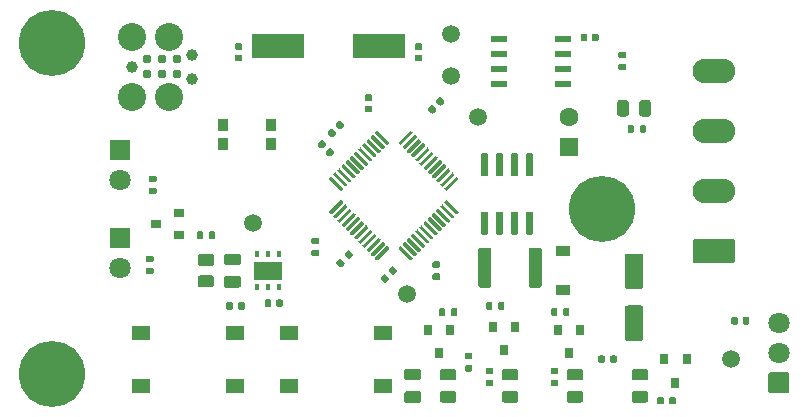
<source format=gbr>
%TF.GenerationSoftware,KiCad,Pcbnew,(5.1.5-0-10_14)*%
%TF.CreationDate,2022-05-02T16:57:52+02:00*%
%TF.ProjectId,PongoIR,506f6e67-6f49-4522-9e6b-696361645f70,rev?*%
%TF.SameCoordinates,Original*%
%TF.FileFunction,Soldermask,Top*%
%TF.FilePolarity,Negative*%
%FSLAX46Y46*%
G04 Gerber Fmt 4.6, Leading zero omitted, Abs format (unit mm)*
G04 Created by KiCad (PCBNEW (5.1.5-0-10_14)) date 2022-05-02 16:57:52*
%MOMM*%
%LPD*%
G04 APERTURE LIST*
%ADD10R,0.900000X0.800000*%
%ADD11C,0.100000*%
%ADD12R,0.400000X0.600000*%
%ADD13R,2.400000X1.500000*%
%ADD14R,1.200000X0.900000*%
%ADD15C,1.600000*%
%ADD16R,1.600000X1.600000*%
%ADD17C,5.600000*%
%ADD18R,1.550000X1.300000*%
%ADD19C,1.800000*%
%ADD20R,1.800000X1.800000*%
%ADD21R,4.500000X2.000000*%
%ADD22R,1.460500X0.533400*%
%ADD23C,1.500000*%
%ADD24R,0.900000X1.000000*%
%ADD25R,0.800000X0.900000*%
%ADD26O,3.600000X2.080000*%
%ADD27C,0.787400*%
%ADD28C,0.990600*%
%ADD29C,2.374900*%
G04 APERTURE END LIST*
D10*
%TO.C,Q1*%
X153500000Y-100800000D03*
X155500000Y-99850000D03*
X155500000Y-101750000D03*
%TD*%
D11*
%TO.C,R6*%
G36*
X193198232Y-86220650D02*
G01*
X193211337Y-86222594D01*
X193224188Y-86225813D01*
X193236662Y-86230276D01*
X193248639Y-86235941D01*
X193260002Y-86242752D01*
X193270643Y-86250644D01*
X193280459Y-86259541D01*
X193289356Y-86269357D01*
X193297248Y-86279998D01*
X193304059Y-86291361D01*
X193309724Y-86303338D01*
X193314187Y-86315812D01*
X193317406Y-86328663D01*
X193319350Y-86341768D01*
X193320000Y-86355000D01*
X193320000Y-86625000D01*
X193319350Y-86638232D01*
X193317406Y-86651337D01*
X193314187Y-86664188D01*
X193309724Y-86676662D01*
X193304059Y-86688639D01*
X193297248Y-86700002D01*
X193289356Y-86710643D01*
X193280459Y-86720459D01*
X193270643Y-86729356D01*
X193260002Y-86737248D01*
X193248639Y-86744059D01*
X193236662Y-86749724D01*
X193224188Y-86754187D01*
X193211337Y-86757406D01*
X193198232Y-86759350D01*
X193185000Y-86760000D01*
X192815000Y-86760000D01*
X192801768Y-86759350D01*
X192788663Y-86757406D01*
X192775812Y-86754187D01*
X192763338Y-86749724D01*
X192751361Y-86744059D01*
X192739998Y-86737248D01*
X192729357Y-86729356D01*
X192719541Y-86720459D01*
X192710644Y-86710643D01*
X192702752Y-86700002D01*
X192695941Y-86688639D01*
X192690276Y-86676662D01*
X192685813Y-86664188D01*
X192682594Y-86651337D01*
X192680650Y-86638232D01*
X192680000Y-86625000D01*
X192680000Y-86355000D01*
X192680650Y-86341768D01*
X192682594Y-86328663D01*
X192685813Y-86315812D01*
X192690276Y-86303338D01*
X192695941Y-86291361D01*
X192702752Y-86279998D01*
X192710644Y-86269357D01*
X192719541Y-86259541D01*
X192729357Y-86250644D01*
X192739998Y-86242752D01*
X192751361Y-86235941D01*
X192763338Y-86230276D01*
X192775812Y-86225813D01*
X192788663Y-86222594D01*
X192801768Y-86220650D01*
X192815000Y-86220000D01*
X193185000Y-86220000D01*
X193198232Y-86220650D01*
G37*
G36*
X193198232Y-87240650D02*
G01*
X193211337Y-87242594D01*
X193224188Y-87245813D01*
X193236662Y-87250276D01*
X193248639Y-87255941D01*
X193260002Y-87262752D01*
X193270643Y-87270644D01*
X193280459Y-87279541D01*
X193289356Y-87289357D01*
X193297248Y-87299998D01*
X193304059Y-87311361D01*
X193309724Y-87323338D01*
X193314187Y-87335812D01*
X193317406Y-87348663D01*
X193319350Y-87361768D01*
X193320000Y-87375000D01*
X193320000Y-87645000D01*
X193319350Y-87658232D01*
X193317406Y-87671337D01*
X193314187Y-87684188D01*
X193309724Y-87696662D01*
X193304059Y-87708639D01*
X193297248Y-87720002D01*
X193289356Y-87730643D01*
X193280459Y-87740459D01*
X193270643Y-87749356D01*
X193260002Y-87757248D01*
X193248639Y-87764059D01*
X193236662Y-87769724D01*
X193224188Y-87774187D01*
X193211337Y-87777406D01*
X193198232Y-87779350D01*
X193185000Y-87780000D01*
X192815000Y-87780000D01*
X192801768Y-87779350D01*
X192788663Y-87777406D01*
X192775812Y-87774187D01*
X192763338Y-87769724D01*
X192751361Y-87764059D01*
X192739998Y-87757248D01*
X192729357Y-87749356D01*
X192719541Y-87740459D01*
X192710644Y-87730643D01*
X192702752Y-87720002D01*
X192695941Y-87708639D01*
X192690276Y-87696662D01*
X192685813Y-87684188D01*
X192682594Y-87671337D01*
X192680650Y-87658232D01*
X192680000Y-87645000D01*
X192680000Y-87375000D01*
X192680650Y-87361768D01*
X192682594Y-87348663D01*
X192685813Y-87335812D01*
X192690276Y-87323338D01*
X192695941Y-87311361D01*
X192702752Y-87299998D01*
X192710644Y-87289357D01*
X192719541Y-87279541D01*
X192729357Y-87270644D01*
X192739998Y-87262752D01*
X192751361Y-87255941D01*
X192763338Y-87250276D01*
X192775812Y-87245813D01*
X192788663Y-87242594D01*
X192801768Y-87240650D01*
X192815000Y-87240000D01*
X193185000Y-87240000D01*
X193198232Y-87240650D01*
G37*
%TD*%
%TO.C,C3*%
G36*
X176903098Y-90730882D02*
G01*
X176916689Y-90732898D01*
X176930016Y-90736236D01*
X176942952Y-90740865D01*
X176955372Y-90746739D01*
X176967156Y-90753802D01*
X176978191Y-90761987D01*
X176988371Y-90771213D01*
X177228787Y-91011629D01*
X177238013Y-91021809D01*
X177246198Y-91032844D01*
X177253261Y-91044628D01*
X177259135Y-91057048D01*
X177263764Y-91069984D01*
X177267102Y-91083311D01*
X177269118Y-91096902D01*
X177269792Y-91110624D01*
X177269118Y-91124346D01*
X177267102Y-91137937D01*
X177263764Y-91151264D01*
X177259135Y-91164200D01*
X177253261Y-91176620D01*
X177246198Y-91188404D01*
X177238013Y-91199439D01*
X177228787Y-91209619D01*
X177030797Y-91407609D01*
X177020617Y-91416835D01*
X177009582Y-91425020D01*
X176997798Y-91432083D01*
X176985378Y-91437957D01*
X176972442Y-91442586D01*
X176959115Y-91445924D01*
X176945524Y-91447940D01*
X176931802Y-91448614D01*
X176918080Y-91447940D01*
X176904489Y-91445924D01*
X176891162Y-91442586D01*
X176878226Y-91437957D01*
X176865806Y-91432083D01*
X176854022Y-91425020D01*
X176842987Y-91416835D01*
X176832807Y-91407609D01*
X176592391Y-91167193D01*
X176583165Y-91157013D01*
X176574980Y-91145978D01*
X176567917Y-91134194D01*
X176562043Y-91121774D01*
X176557414Y-91108838D01*
X176554076Y-91095511D01*
X176552060Y-91081920D01*
X176551386Y-91068198D01*
X176552060Y-91054476D01*
X176554076Y-91040885D01*
X176557414Y-91027558D01*
X176562043Y-91014622D01*
X176567917Y-91002202D01*
X176574980Y-90990418D01*
X176583165Y-90979383D01*
X176592391Y-90969203D01*
X176790381Y-90771213D01*
X176800561Y-90761987D01*
X176811596Y-90753802D01*
X176823380Y-90746739D01*
X176835800Y-90740865D01*
X176848736Y-90736236D01*
X176862063Y-90732898D01*
X176875654Y-90730882D01*
X176889376Y-90730208D01*
X176903098Y-90730882D01*
G37*
G36*
X177581920Y-90052060D02*
G01*
X177595511Y-90054076D01*
X177608838Y-90057414D01*
X177621774Y-90062043D01*
X177634194Y-90067917D01*
X177645978Y-90074980D01*
X177657013Y-90083165D01*
X177667193Y-90092391D01*
X177907609Y-90332807D01*
X177916835Y-90342987D01*
X177925020Y-90354022D01*
X177932083Y-90365806D01*
X177937957Y-90378226D01*
X177942586Y-90391162D01*
X177945924Y-90404489D01*
X177947940Y-90418080D01*
X177948614Y-90431802D01*
X177947940Y-90445524D01*
X177945924Y-90459115D01*
X177942586Y-90472442D01*
X177937957Y-90485378D01*
X177932083Y-90497798D01*
X177925020Y-90509582D01*
X177916835Y-90520617D01*
X177907609Y-90530797D01*
X177709619Y-90728787D01*
X177699439Y-90738013D01*
X177688404Y-90746198D01*
X177676620Y-90753261D01*
X177664200Y-90759135D01*
X177651264Y-90763764D01*
X177637937Y-90767102D01*
X177624346Y-90769118D01*
X177610624Y-90769792D01*
X177596902Y-90769118D01*
X177583311Y-90767102D01*
X177569984Y-90763764D01*
X177557048Y-90759135D01*
X177544628Y-90753261D01*
X177532844Y-90746198D01*
X177521809Y-90738013D01*
X177511629Y-90728787D01*
X177271213Y-90488371D01*
X177261987Y-90478191D01*
X177253802Y-90467156D01*
X177246739Y-90455372D01*
X177240865Y-90442952D01*
X177236236Y-90430016D01*
X177232898Y-90416689D01*
X177230882Y-90403098D01*
X177230208Y-90389376D01*
X177230882Y-90375654D01*
X177232898Y-90362063D01*
X177236236Y-90348736D01*
X177240865Y-90335800D01*
X177246739Y-90323380D01*
X177253802Y-90311596D01*
X177261987Y-90300561D01*
X177271213Y-90290381D01*
X177469203Y-90092391D01*
X177479383Y-90083165D01*
X177490418Y-90074980D01*
X177502202Y-90067917D01*
X177514622Y-90062043D01*
X177527558Y-90057414D01*
X177540885Y-90054076D01*
X177554476Y-90052060D01*
X177568198Y-90051386D01*
X177581920Y-90052060D01*
G37*
%TD*%
%TO.C,R17*%
G36*
X169838501Y-103028752D02*
G01*
X169851606Y-103030696D01*
X169864457Y-103033915D01*
X169876931Y-103038378D01*
X169888908Y-103044043D01*
X169900271Y-103050854D01*
X169910912Y-103058746D01*
X169920728Y-103067643D01*
X170182357Y-103329272D01*
X170191254Y-103339088D01*
X170199146Y-103349729D01*
X170205957Y-103361092D01*
X170211622Y-103373069D01*
X170216085Y-103385543D01*
X170219304Y-103398394D01*
X170221248Y-103411499D01*
X170221898Y-103424731D01*
X170221248Y-103437963D01*
X170219304Y-103451068D01*
X170216085Y-103463919D01*
X170211622Y-103476393D01*
X170205957Y-103488370D01*
X170199146Y-103499733D01*
X170191254Y-103510374D01*
X170182357Y-103520190D01*
X169991438Y-103711109D01*
X169981622Y-103720006D01*
X169970981Y-103727898D01*
X169959618Y-103734709D01*
X169947641Y-103740374D01*
X169935167Y-103744837D01*
X169922316Y-103748056D01*
X169909211Y-103750000D01*
X169895979Y-103750650D01*
X169882747Y-103750000D01*
X169869642Y-103748056D01*
X169856791Y-103744837D01*
X169844317Y-103740374D01*
X169832340Y-103734709D01*
X169820977Y-103727898D01*
X169810336Y-103720006D01*
X169800520Y-103711109D01*
X169538891Y-103449480D01*
X169529994Y-103439664D01*
X169522102Y-103429023D01*
X169515291Y-103417660D01*
X169509626Y-103405683D01*
X169505163Y-103393209D01*
X169501944Y-103380358D01*
X169500000Y-103367253D01*
X169499350Y-103354021D01*
X169500000Y-103340789D01*
X169501944Y-103327684D01*
X169505163Y-103314833D01*
X169509626Y-103302359D01*
X169515291Y-103290382D01*
X169522102Y-103279019D01*
X169529994Y-103268378D01*
X169538891Y-103258562D01*
X169729810Y-103067643D01*
X169739626Y-103058746D01*
X169750267Y-103050854D01*
X169761630Y-103044043D01*
X169773607Y-103038378D01*
X169786081Y-103033915D01*
X169798932Y-103030696D01*
X169812037Y-103028752D01*
X169825269Y-103028102D01*
X169838501Y-103028752D01*
G37*
G36*
X169117253Y-103750000D02*
G01*
X169130358Y-103751944D01*
X169143209Y-103755163D01*
X169155683Y-103759626D01*
X169167660Y-103765291D01*
X169179023Y-103772102D01*
X169189664Y-103779994D01*
X169199480Y-103788891D01*
X169461109Y-104050520D01*
X169470006Y-104060336D01*
X169477898Y-104070977D01*
X169484709Y-104082340D01*
X169490374Y-104094317D01*
X169494837Y-104106791D01*
X169498056Y-104119642D01*
X169500000Y-104132747D01*
X169500650Y-104145979D01*
X169500000Y-104159211D01*
X169498056Y-104172316D01*
X169494837Y-104185167D01*
X169490374Y-104197641D01*
X169484709Y-104209618D01*
X169477898Y-104220981D01*
X169470006Y-104231622D01*
X169461109Y-104241438D01*
X169270190Y-104432357D01*
X169260374Y-104441254D01*
X169249733Y-104449146D01*
X169238370Y-104455957D01*
X169226393Y-104461622D01*
X169213919Y-104466085D01*
X169201068Y-104469304D01*
X169187963Y-104471248D01*
X169174731Y-104471898D01*
X169161499Y-104471248D01*
X169148394Y-104469304D01*
X169135543Y-104466085D01*
X169123069Y-104461622D01*
X169111092Y-104455957D01*
X169099729Y-104449146D01*
X169089088Y-104441254D01*
X169079272Y-104432357D01*
X168817643Y-104170728D01*
X168808746Y-104160912D01*
X168800854Y-104150271D01*
X168794043Y-104138908D01*
X168788378Y-104126931D01*
X168783915Y-104114457D01*
X168780696Y-104101606D01*
X168778752Y-104088501D01*
X168778102Y-104075269D01*
X168778752Y-104062037D01*
X168780696Y-104048932D01*
X168783915Y-104036081D01*
X168788378Y-104023607D01*
X168794043Y-104011630D01*
X168800854Y-104000267D01*
X168808746Y-103989626D01*
X168817643Y-103979810D01*
X169008562Y-103788891D01*
X169018378Y-103779994D01*
X169029019Y-103772102D01*
X169040382Y-103765291D01*
X169052359Y-103759626D01*
X169064833Y-103755163D01*
X169077684Y-103751944D01*
X169090789Y-103750000D01*
X169104021Y-103749350D01*
X169117253Y-103750000D01*
G37*
%TD*%
%TO.C,R16*%
G36*
X167198232Y-102990650D02*
G01*
X167211337Y-102992594D01*
X167224188Y-102995813D01*
X167236662Y-103000276D01*
X167248639Y-103005941D01*
X167260002Y-103012752D01*
X167270643Y-103020644D01*
X167280459Y-103029541D01*
X167289356Y-103039357D01*
X167297248Y-103049998D01*
X167304059Y-103061361D01*
X167309724Y-103073338D01*
X167314187Y-103085812D01*
X167317406Y-103098663D01*
X167319350Y-103111768D01*
X167320000Y-103125000D01*
X167320000Y-103395000D01*
X167319350Y-103408232D01*
X167317406Y-103421337D01*
X167314187Y-103434188D01*
X167309724Y-103446662D01*
X167304059Y-103458639D01*
X167297248Y-103470002D01*
X167289356Y-103480643D01*
X167280459Y-103490459D01*
X167270643Y-103499356D01*
X167260002Y-103507248D01*
X167248639Y-103514059D01*
X167236662Y-103519724D01*
X167224188Y-103524187D01*
X167211337Y-103527406D01*
X167198232Y-103529350D01*
X167185000Y-103530000D01*
X166815000Y-103530000D01*
X166801768Y-103529350D01*
X166788663Y-103527406D01*
X166775812Y-103524187D01*
X166763338Y-103519724D01*
X166751361Y-103514059D01*
X166739998Y-103507248D01*
X166729357Y-103499356D01*
X166719541Y-103490459D01*
X166710644Y-103480643D01*
X166702752Y-103470002D01*
X166695941Y-103458639D01*
X166690276Y-103446662D01*
X166685813Y-103434188D01*
X166682594Y-103421337D01*
X166680650Y-103408232D01*
X166680000Y-103395000D01*
X166680000Y-103125000D01*
X166680650Y-103111768D01*
X166682594Y-103098663D01*
X166685813Y-103085812D01*
X166690276Y-103073338D01*
X166695941Y-103061361D01*
X166702752Y-103049998D01*
X166710644Y-103039357D01*
X166719541Y-103029541D01*
X166729357Y-103020644D01*
X166739998Y-103012752D01*
X166751361Y-103005941D01*
X166763338Y-103000276D01*
X166775812Y-102995813D01*
X166788663Y-102992594D01*
X166801768Y-102990650D01*
X166815000Y-102990000D01*
X167185000Y-102990000D01*
X167198232Y-102990650D01*
G37*
G36*
X167198232Y-101970650D02*
G01*
X167211337Y-101972594D01*
X167224188Y-101975813D01*
X167236662Y-101980276D01*
X167248639Y-101985941D01*
X167260002Y-101992752D01*
X167270643Y-102000644D01*
X167280459Y-102009541D01*
X167289356Y-102019357D01*
X167297248Y-102029998D01*
X167304059Y-102041361D01*
X167309724Y-102053338D01*
X167314187Y-102065812D01*
X167317406Y-102078663D01*
X167319350Y-102091768D01*
X167320000Y-102105000D01*
X167320000Y-102375000D01*
X167319350Y-102388232D01*
X167317406Y-102401337D01*
X167314187Y-102414188D01*
X167309724Y-102426662D01*
X167304059Y-102438639D01*
X167297248Y-102450002D01*
X167289356Y-102460643D01*
X167280459Y-102470459D01*
X167270643Y-102479356D01*
X167260002Y-102487248D01*
X167248639Y-102494059D01*
X167236662Y-102499724D01*
X167224188Y-102504187D01*
X167211337Y-102507406D01*
X167198232Y-102509350D01*
X167185000Y-102510000D01*
X166815000Y-102510000D01*
X166801768Y-102509350D01*
X166788663Y-102507406D01*
X166775812Y-102504187D01*
X166763338Y-102499724D01*
X166751361Y-102494059D01*
X166739998Y-102487248D01*
X166729357Y-102479356D01*
X166719541Y-102470459D01*
X166710644Y-102460643D01*
X166702752Y-102450002D01*
X166695941Y-102438639D01*
X166690276Y-102426662D01*
X166685813Y-102414188D01*
X166682594Y-102401337D01*
X166680650Y-102388232D01*
X166680000Y-102375000D01*
X166680000Y-102105000D01*
X166680650Y-102091768D01*
X166682594Y-102078663D01*
X166685813Y-102065812D01*
X166690276Y-102053338D01*
X166695941Y-102041361D01*
X166702752Y-102029998D01*
X166710644Y-102019357D01*
X166719541Y-102009541D01*
X166729357Y-102000644D01*
X166739998Y-101992752D01*
X166751361Y-101985941D01*
X166763338Y-101980276D01*
X166775812Y-101975813D01*
X166788663Y-101972594D01*
X166801768Y-101970650D01*
X166815000Y-101970000D01*
X167185000Y-101970000D01*
X167198232Y-101970650D01*
G37*
%TD*%
D12*
%TO.C,U5*%
X163950000Y-106150000D03*
X163000000Y-106150000D03*
X162050000Y-106150000D03*
X162050000Y-103350000D03*
X163000000Y-103350000D03*
X163950000Y-103350000D03*
D13*
X163000000Y-104750000D03*
%TD*%
D11*
%TO.C,FB1*%
G36*
X158224505Y-105151204D02*
G01*
X158248773Y-105154804D01*
X158272572Y-105160765D01*
X158295671Y-105169030D01*
X158317850Y-105179520D01*
X158338893Y-105192132D01*
X158358599Y-105206747D01*
X158376777Y-105223223D01*
X158393253Y-105241401D01*
X158407868Y-105261107D01*
X158420480Y-105282150D01*
X158430970Y-105304329D01*
X158439235Y-105327428D01*
X158445196Y-105351227D01*
X158448796Y-105375495D01*
X158450000Y-105399999D01*
X158450000Y-105925001D01*
X158448796Y-105949505D01*
X158445196Y-105973773D01*
X158439235Y-105997572D01*
X158430970Y-106020671D01*
X158420480Y-106042850D01*
X158407868Y-106063893D01*
X158393253Y-106083599D01*
X158376777Y-106101777D01*
X158358599Y-106118253D01*
X158338893Y-106132868D01*
X158317850Y-106145480D01*
X158295671Y-106155970D01*
X158272572Y-106164235D01*
X158248773Y-106170196D01*
X158224505Y-106173796D01*
X158200001Y-106175000D01*
X157299999Y-106175000D01*
X157275495Y-106173796D01*
X157251227Y-106170196D01*
X157227428Y-106164235D01*
X157204329Y-106155970D01*
X157182150Y-106145480D01*
X157161107Y-106132868D01*
X157141401Y-106118253D01*
X157123223Y-106101777D01*
X157106747Y-106083599D01*
X157092132Y-106063893D01*
X157079520Y-106042850D01*
X157069030Y-106020671D01*
X157060765Y-105997572D01*
X157054804Y-105973773D01*
X157051204Y-105949505D01*
X157050000Y-105925001D01*
X157050000Y-105399999D01*
X157051204Y-105375495D01*
X157054804Y-105351227D01*
X157060765Y-105327428D01*
X157069030Y-105304329D01*
X157079520Y-105282150D01*
X157092132Y-105261107D01*
X157106747Y-105241401D01*
X157123223Y-105223223D01*
X157141401Y-105206747D01*
X157161107Y-105192132D01*
X157182150Y-105179520D01*
X157204329Y-105169030D01*
X157227428Y-105160765D01*
X157251227Y-105154804D01*
X157275495Y-105151204D01*
X157299999Y-105150000D01*
X158200001Y-105150000D01*
X158224505Y-105151204D01*
G37*
G36*
X158224505Y-103326204D02*
G01*
X158248773Y-103329804D01*
X158272572Y-103335765D01*
X158295671Y-103344030D01*
X158317850Y-103354520D01*
X158338893Y-103367132D01*
X158358599Y-103381747D01*
X158376777Y-103398223D01*
X158393253Y-103416401D01*
X158407868Y-103436107D01*
X158420480Y-103457150D01*
X158430970Y-103479329D01*
X158439235Y-103502428D01*
X158445196Y-103526227D01*
X158448796Y-103550495D01*
X158450000Y-103574999D01*
X158450000Y-104100001D01*
X158448796Y-104124505D01*
X158445196Y-104148773D01*
X158439235Y-104172572D01*
X158430970Y-104195671D01*
X158420480Y-104217850D01*
X158407868Y-104238893D01*
X158393253Y-104258599D01*
X158376777Y-104276777D01*
X158358599Y-104293253D01*
X158338893Y-104307868D01*
X158317850Y-104320480D01*
X158295671Y-104330970D01*
X158272572Y-104339235D01*
X158248773Y-104345196D01*
X158224505Y-104348796D01*
X158200001Y-104350000D01*
X157299999Y-104350000D01*
X157275495Y-104348796D01*
X157251227Y-104345196D01*
X157227428Y-104339235D01*
X157204329Y-104330970D01*
X157182150Y-104320480D01*
X157161107Y-104307868D01*
X157141401Y-104293253D01*
X157123223Y-104276777D01*
X157106747Y-104258599D01*
X157092132Y-104238893D01*
X157079520Y-104217850D01*
X157069030Y-104195671D01*
X157060765Y-104172572D01*
X157054804Y-104148773D01*
X157051204Y-104124505D01*
X157050000Y-104100001D01*
X157050000Y-103574999D01*
X157051204Y-103550495D01*
X157054804Y-103526227D01*
X157060765Y-103502428D01*
X157069030Y-103479329D01*
X157079520Y-103457150D01*
X157092132Y-103436107D01*
X157106747Y-103416401D01*
X157123223Y-103398223D01*
X157141401Y-103381747D01*
X157161107Y-103367132D01*
X157182150Y-103354520D01*
X157204329Y-103344030D01*
X157227428Y-103335765D01*
X157251227Y-103329804D01*
X157275495Y-103326204D01*
X157299999Y-103325000D01*
X158200001Y-103325000D01*
X158224505Y-103326204D01*
G37*
%TD*%
%TO.C,C14*%
G36*
X163173722Y-107190674D02*
G01*
X163187313Y-107192690D01*
X163200640Y-107196028D01*
X163213576Y-107200657D01*
X163225996Y-107206531D01*
X163237780Y-107213594D01*
X163248815Y-107221779D01*
X163258995Y-107231005D01*
X163268221Y-107241185D01*
X163276406Y-107252220D01*
X163283469Y-107264004D01*
X163289343Y-107276424D01*
X163293972Y-107289360D01*
X163297310Y-107302687D01*
X163299326Y-107316278D01*
X163300000Y-107330000D01*
X163300000Y-107670000D01*
X163299326Y-107683722D01*
X163297310Y-107697313D01*
X163293972Y-107710640D01*
X163289343Y-107723576D01*
X163283469Y-107735996D01*
X163276406Y-107747780D01*
X163268221Y-107758815D01*
X163258995Y-107768995D01*
X163248815Y-107778221D01*
X163237780Y-107786406D01*
X163225996Y-107793469D01*
X163213576Y-107799343D01*
X163200640Y-107803972D01*
X163187313Y-107807310D01*
X163173722Y-107809326D01*
X163160000Y-107810000D01*
X162880000Y-107810000D01*
X162866278Y-107809326D01*
X162852687Y-107807310D01*
X162839360Y-107803972D01*
X162826424Y-107799343D01*
X162814004Y-107793469D01*
X162802220Y-107786406D01*
X162791185Y-107778221D01*
X162781005Y-107768995D01*
X162771779Y-107758815D01*
X162763594Y-107747780D01*
X162756531Y-107735996D01*
X162750657Y-107723576D01*
X162746028Y-107710640D01*
X162742690Y-107697313D01*
X162740674Y-107683722D01*
X162740000Y-107670000D01*
X162740000Y-107330000D01*
X162740674Y-107316278D01*
X162742690Y-107302687D01*
X162746028Y-107289360D01*
X162750657Y-107276424D01*
X162756531Y-107264004D01*
X162763594Y-107252220D01*
X162771779Y-107241185D01*
X162781005Y-107231005D01*
X162791185Y-107221779D01*
X162802220Y-107213594D01*
X162814004Y-107206531D01*
X162826424Y-107200657D01*
X162839360Y-107196028D01*
X162852687Y-107192690D01*
X162866278Y-107190674D01*
X162880000Y-107190000D01*
X163160000Y-107190000D01*
X163173722Y-107190674D01*
G37*
G36*
X164133722Y-107190674D02*
G01*
X164147313Y-107192690D01*
X164160640Y-107196028D01*
X164173576Y-107200657D01*
X164185996Y-107206531D01*
X164197780Y-107213594D01*
X164208815Y-107221779D01*
X164218995Y-107231005D01*
X164228221Y-107241185D01*
X164236406Y-107252220D01*
X164243469Y-107264004D01*
X164249343Y-107276424D01*
X164253972Y-107289360D01*
X164257310Y-107302687D01*
X164259326Y-107316278D01*
X164260000Y-107330000D01*
X164260000Y-107670000D01*
X164259326Y-107683722D01*
X164257310Y-107697313D01*
X164253972Y-107710640D01*
X164249343Y-107723576D01*
X164243469Y-107735996D01*
X164236406Y-107747780D01*
X164228221Y-107758815D01*
X164218995Y-107768995D01*
X164208815Y-107778221D01*
X164197780Y-107786406D01*
X164185996Y-107793469D01*
X164173576Y-107799343D01*
X164160640Y-107803972D01*
X164147313Y-107807310D01*
X164133722Y-107809326D01*
X164120000Y-107810000D01*
X163840000Y-107810000D01*
X163826278Y-107809326D01*
X163812687Y-107807310D01*
X163799360Y-107803972D01*
X163786424Y-107799343D01*
X163774004Y-107793469D01*
X163762220Y-107786406D01*
X163751185Y-107778221D01*
X163741005Y-107768995D01*
X163731779Y-107758815D01*
X163723594Y-107747780D01*
X163716531Y-107735996D01*
X163710657Y-107723576D01*
X163706028Y-107710640D01*
X163702690Y-107697313D01*
X163700674Y-107683722D01*
X163700000Y-107670000D01*
X163700000Y-107330000D01*
X163700674Y-107316278D01*
X163702690Y-107302687D01*
X163706028Y-107289360D01*
X163710657Y-107276424D01*
X163716531Y-107264004D01*
X163723594Y-107252220D01*
X163731779Y-107241185D01*
X163741005Y-107231005D01*
X163751185Y-107221779D01*
X163762220Y-107213594D01*
X163774004Y-107206531D01*
X163786424Y-107200657D01*
X163799360Y-107196028D01*
X163812687Y-107192690D01*
X163826278Y-107190674D01*
X163840000Y-107190000D01*
X164120000Y-107190000D01*
X164133722Y-107190674D01*
G37*
%TD*%
%TO.C,C13*%
G36*
X160499504Y-105201204D02*
G01*
X160523773Y-105204804D01*
X160547571Y-105210765D01*
X160570671Y-105219030D01*
X160592849Y-105229520D01*
X160613893Y-105242133D01*
X160633598Y-105256747D01*
X160651777Y-105273223D01*
X160668253Y-105291402D01*
X160682867Y-105311107D01*
X160695480Y-105332151D01*
X160705970Y-105354329D01*
X160714235Y-105377429D01*
X160720196Y-105401227D01*
X160723796Y-105425496D01*
X160725000Y-105450000D01*
X160725000Y-105950000D01*
X160723796Y-105974504D01*
X160720196Y-105998773D01*
X160714235Y-106022571D01*
X160705970Y-106045671D01*
X160695480Y-106067849D01*
X160682867Y-106088893D01*
X160668253Y-106108598D01*
X160651777Y-106126777D01*
X160633598Y-106143253D01*
X160613893Y-106157867D01*
X160592849Y-106170480D01*
X160570671Y-106180970D01*
X160547571Y-106189235D01*
X160523773Y-106195196D01*
X160499504Y-106198796D01*
X160475000Y-106200000D01*
X159525000Y-106200000D01*
X159500496Y-106198796D01*
X159476227Y-106195196D01*
X159452429Y-106189235D01*
X159429329Y-106180970D01*
X159407151Y-106170480D01*
X159386107Y-106157867D01*
X159366402Y-106143253D01*
X159348223Y-106126777D01*
X159331747Y-106108598D01*
X159317133Y-106088893D01*
X159304520Y-106067849D01*
X159294030Y-106045671D01*
X159285765Y-106022571D01*
X159279804Y-105998773D01*
X159276204Y-105974504D01*
X159275000Y-105950000D01*
X159275000Y-105450000D01*
X159276204Y-105425496D01*
X159279804Y-105401227D01*
X159285765Y-105377429D01*
X159294030Y-105354329D01*
X159304520Y-105332151D01*
X159317133Y-105311107D01*
X159331747Y-105291402D01*
X159348223Y-105273223D01*
X159366402Y-105256747D01*
X159386107Y-105242133D01*
X159407151Y-105229520D01*
X159429329Y-105219030D01*
X159452429Y-105210765D01*
X159476227Y-105204804D01*
X159500496Y-105201204D01*
X159525000Y-105200000D01*
X160475000Y-105200000D01*
X160499504Y-105201204D01*
G37*
G36*
X160499504Y-103301204D02*
G01*
X160523773Y-103304804D01*
X160547571Y-103310765D01*
X160570671Y-103319030D01*
X160592849Y-103329520D01*
X160613893Y-103342133D01*
X160633598Y-103356747D01*
X160651777Y-103373223D01*
X160668253Y-103391402D01*
X160682867Y-103411107D01*
X160695480Y-103432151D01*
X160705970Y-103454329D01*
X160714235Y-103477429D01*
X160720196Y-103501227D01*
X160723796Y-103525496D01*
X160725000Y-103550000D01*
X160725000Y-104050000D01*
X160723796Y-104074504D01*
X160720196Y-104098773D01*
X160714235Y-104122571D01*
X160705970Y-104145671D01*
X160695480Y-104167849D01*
X160682867Y-104188893D01*
X160668253Y-104208598D01*
X160651777Y-104226777D01*
X160633598Y-104243253D01*
X160613893Y-104257867D01*
X160592849Y-104270480D01*
X160570671Y-104280970D01*
X160547571Y-104289235D01*
X160523773Y-104295196D01*
X160499504Y-104298796D01*
X160475000Y-104300000D01*
X159525000Y-104300000D01*
X159500496Y-104298796D01*
X159476227Y-104295196D01*
X159452429Y-104289235D01*
X159429329Y-104280970D01*
X159407151Y-104270480D01*
X159386107Y-104257867D01*
X159366402Y-104243253D01*
X159348223Y-104226777D01*
X159331747Y-104208598D01*
X159317133Y-104188893D01*
X159304520Y-104167849D01*
X159294030Y-104145671D01*
X159285765Y-104122571D01*
X159279804Y-104098773D01*
X159276204Y-104074504D01*
X159275000Y-104050000D01*
X159275000Y-103550000D01*
X159276204Y-103525496D01*
X159279804Y-103501227D01*
X159285765Y-103477429D01*
X159294030Y-103454329D01*
X159304520Y-103432151D01*
X159317133Y-103411107D01*
X159331747Y-103391402D01*
X159348223Y-103373223D01*
X159366402Y-103356747D01*
X159386107Y-103342133D01*
X159407151Y-103329520D01*
X159429329Y-103319030D01*
X159452429Y-103310765D01*
X159476227Y-103304804D01*
X159500496Y-103301204D01*
X159525000Y-103300000D01*
X160475000Y-103300000D01*
X160499504Y-103301204D01*
G37*
%TD*%
%TO.C,L1*%
G36*
X181699506Y-102801204D02*
G01*
X181723774Y-102804804D01*
X181747573Y-102810765D01*
X181770672Y-102819030D01*
X181792850Y-102829519D01*
X181813893Y-102842132D01*
X181833599Y-102856747D01*
X181851777Y-102873223D01*
X181868253Y-102891401D01*
X181882868Y-102911107D01*
X181895481Y-102932150D01*
X181905970Y-102954328D01*
X181914235Y-102977427D01*
X181920196Y-103001226D01*
X181923796Y-103025494D01*
X181925000Y-103049998D01*
X181925000Y-105950002D01*
X181923796Y-105974506D01*
X181920196Y-105998774D01*
X181914235Y-106022573D01*
X181905970Y-106045672D01*
X181895481Y-106067850D01*
X181882868Y-106088893D01*
X181868253Y-106108599D01*
X181851777Y-106126777D01*
X181833599Y-106143253D01*
X181813893Y-106157868D01*
X181792850Y-106170481D01*
X181770672Y-106180970D01*
X181747573Y-106189235D01*
X181723774Y-106195196D01*
X181699506Y-106198796D01*
X181675002Y-106200000D01*
X181049998Y-106200000D01*
X181025494Y-106198796D01*
X181001226Y-106195196D01*
X180977427Y-106189235D01*
X180954328Y-106180970D01*
X180932150Y-106170481D01*
X180911107Y-106157868D01*
X180891401Y-106143253D01*
X180873223Y-106126777D01*
X180856747Y-106108599D01*
X180842132Y-106088893D01*
X180829519Y-106067850D01*
X180819030Y-106045672D01*
X180810765Y-106022573D01*
X180804804Y-105998774D01*
X180801204Y-105974506D01*
X180800000Y-105950002D01*
X180800000Y-103049998D01*
X180801204Y-103025494D01*
X180804804Y-103001226D01*
X180810765Y-102977427D01*
X180819030Y-102954328D01*
X180829519Y-102932150D01*
X180842132Y-102911107D01*
X180856747Y-102891401D01*
X180873223Y-102873223D01*
X180891401Y-102856747D01*
X180911107Y-102842132D01*
X180932150Y-102829519D01*
X180954328Y-102819030D01*
X180977427Y-102810765D01*
X181001226Y-102804804D01*
X181025494Y-102801204D01*
X181049998Y-102800000D01*
X181675002Y-102800000D01*
X181699506Y-102801204D01*
G37*
G36*
X185974506Y-102801204D02*
G01*
X185998774Y-102804804D01*
X186022573Y-102810765D01*
X186045672Y-102819030D01*
X186067850Y-102829519D01*
X186088893Y-102842132D01*
X186108599Y-102856747D01*
X186126777Y-102873223D01*
X186143253Y-102891401D01*
X186157868Y-102911107D01*
X186170481Y-102932150D01*
X186180970Y-102954328D01*
X186189235Y-102977427D01*
X186195196Y-103001226D01*
X186198796Y-103025494D01*
X186200000Y-103049998D01*
X186200000Y-105950002D01*
X186198796Y-105974506D01*
X186195196Y-105998774D01*
X186189235Y-106022573D01*
X186180970Y-106045672D01*
X186170481Y-106067850D01*
X186157868Y-106088893D01*
X186143253Y-106108599D01*
X186126777Y-106126777D01*
X186108599Y-106143253D01*
X186088893Y-106157868D01*
X186067850Y-106170481D01*
X186045672Y-106180970D01*
X186022573Y-106189235D01*
X185998774Y-106195196D01*
X185974506Y-106198796D01*
X185950002Y-106200000D01*
X185324998Y-106200000D01*
X185300494Y-106198796D01*
X185276226Y-106195196D01*
X185252427Y-106189235D01*
X185229328Y-106180970D01*
X185207150Y-106170481D01*
X185186107Y-106157868D01*
X185166401Y-106143253D01*
X185148223Y-106126777D01*
X185131747Y-106108599D01*
X185117132Y-106088893D01*
X185104519Y-106067850D01*
X185094030Y-106045672D01*
X185085765Y-106022573D01*
X185079804Y-105998774D01*
X185076204Y-105974506D01*
X185075000Y-105950002D01*
X185075000Y-103049998D01*
X185076204Y-103025494D01*
X185079804Y-103001226D01*
X185085765Y-102977427D01*
X185094030Y-102954328D01*
X185104519Y-102932150D01*
X185117132Y-102911107D01*
X185131747Y-102891401D01*
X185148223Y-102873223D01*
X185166401Y-102856747D01*
X185186107Y-102842132D01*
X185207150Y-102829519D01*
X185229328Y-102819030D01*
X185252427Y-102810765D01*
X185276226Y-102804804D01*
X185300494Y-102801204D01*
X185324998Y-102800000D01*
X185950002Y-102800000D01*
X185974506Y-102801204D01*
G37*
%TD*%
D14*
%TO.C,D3*%
X188000000Y-106400000D03*
X188000000Y-103100000D03*
%TD*%
D15*
%TO.C,C11*%
X188500000Y-91750000D03*
D16*
X188500000Y-94250000D03*
%TD*%
D17*
%TO.C,H3*%
X191250000Y-99500000D03*
%TD*%
%TO.C,H2*%
X144750000Y-113500000D03*
%TD*%
%TO.C,H1*%
X144750000Y-85500000D03*
%TD*%
D18*
%TO.C,SW3*%
X152275000Y-110000000D03*
X152275000Y-114500000D03*
X160225000Y-114500000D03*
X160225000Y-110000000D03*
%TD*%
D11*
%TO.C,R5*%
G36*
X159888232Y-107430650D02*
G01*
X159901337Y-107432594D01*
X159914188Y-107435813D01*
X159926662Y-107440276D01*
X159938639Y-107445941D01*
X159950002Y-107452752D01*
X159960643Y-107460644D01*
X159970459Y-107469541D01*
X159979356Y-107479357D01*
X159987248Y-107489998D01*
X159994059Y-107501361D01*
X159999724Y-107513338D01*
X160004187Y-107525812D01*
X160007406Y-107538663D01*
X160009350Y-107551768D01*
X160010000Y-107565000D01*
X160010000Y-107935000D01*
X160009350Y-107948232D01*
X160007406Y-107961337D01*
X160004187Y-107974188D01*
X159999724Y-107986662D01*
X159994059Y-107998639D01*
X159987248Y-108010002D01*
X159979356Y-108020643D01*
X159970459Y-108030459D01*
X159960643Y-108039356D01*
X159950002Y-108047248D01*
X159938639Y-108054059D01*
X159926662Y-108059724D01*
X159914188Y-108064187D01*
X159901337Y-108067406D01*
X159888232Y-108069350D01*
X159875000Y-108070000D01*
X159605000Y-108070000D01*
X159591768Y-108069350D01*
X159578663Y-108067406D01*
X159565812Y-108064187D01*
X159553338Y-108059724D01*
X159541361Y-108054059D01*
X159529998Y-108047248D01*
X159519357Y-108039356D01*
X159509541Y-108030459D01*
X159500644Y-108020643D01*
X159492752Y-108010002D01*
X159485941Y-107998639D01*
X159480276Y-107986662D01*
X159475813Y-107974188D01*
X159472594Y-107961337D01*
X159470650Y-107948232D01*
X159470000Y-107935000D01*
X159470000Y-107565000D01*
X159470650Y-107551768D01*
X159472594Y-107538663D01*
X159475813Y-107525812D01*
X159480276Y-107513338D01*
X159485941Y-107501361D01*
X159492752Y-107489998D01*
X159500644Y-107479357D01*
X159509541Y-107469541D01*
X159519357Y-107460644D01*
X159529998Y-107452752D01*
X159541361Y-107445941D01*
X159553338Y-107440276D01*
X159565812Y-107435813D01*
X159578663Y-107432594D01*
X159591768Y-107430650D01*
X159605000Y-107430000D01*
X159875000Y-107430000D01*
X159888232Y-107430650D01*
G37*
G36*
X160908232Y-107430650D02*
G01*
X160921337Y-107432594D01*
X160934188Y-107435813D01*
X160946662Y-107440276D01*
X160958639Y-107445941D01*
X160970002Y-107452752D01*
X160980643Y-107460644D01*
X160990459Y-107469541D01*
X160999356Y-107479357D01*
X161007248Y-107489998D01*
X161014059Y-107501361D01*
X161019724Y-107513338D01*
X161024187Y-107525812D01*
X161027406Y-107538663D01*
X161029350Y-107551768D01*
X161030000Y-107565000D01*
X161030000Y-107935000D01*
X161029350Y-107948232D01*
X161027406Y-107961337D01*
X161024187Y-107974188D01*
X161019724Y-107986662D01*
X161014059Y-107998639D01*
X161007248Y-108010002D01*
X160999356Y-108020643D01*
X160990459Y-108030459D01*
X160980643Y-108039356D01*
X160970002Y-108047248D01*
X160958639Y-108054059D01*
X160946662Y-108059724D01*
X160934188Y-108064187D01*
X160921337Y-108067406D01*
X160908232Y-108069350D01*
X160895000Y-108070000D01*
X160625000Y-108070000D01*
X160611768Y-108069350D01*
X160598663Y-108067406D01*
X160585812Y-108064187D01*
X160573338Y-108059724D01*
X160561361Y-108054059D01*
X160549998Y-108047248D01*
X160539357Y-108039356D01*
X160529541Y-108030459D01*
X160520644Y-108020643D01*
X160512752Y-108010002D01*
X160505941Y-107998639D01*
X160500276Y-107986662D01*
X160495813Y-107974188D01*
X160492594Y-107961337D01*
X160490650Y-107948232D01*
X160490000Y-107935000D01*
X160490000Y-107565000D01*
X160490650Y-107551768D01*
X160492594Y-107538663D01*
X160495813Y-107525812D01*
X160500276Y-107513338D01*
X160505941Y-107501361D01*
X160512752Y-107489998D01*
X160520644Y-107479357D01*
X160529541Y-107469541D01*
X160539357Y-107460644D01*
X160549998Y-107452752D01*
X160561361Y-107445941D01*
X160573338Y-107440276D01*
X160585812Y-107435813D01*
X160598663Y-107432594D01*
X160611768Y-107430650D01*
X160625000Y-107430000D01*
X160895000Y-107430000D01*
X160908232Y-107430650D01*
G37*
%TD*%
D19*
%TO.C,D2*%
X150500000Y-104540000D03*
D20*
X150500000Y-102000000D03*
%TD*%
D19*
%TO.C,D1*%
X150450000Y-97040000D03*
D20*
X150450000Y-94500000D03*
%TD*%
D21*
%TO.C,Y1*%
X163878679Y-85732234D03*
X172378679Y-85732234D03*
%TD*%
D11*
%TO.C,U4*%
G36*
X185319703Y-99750722D02*
G01*
X185334264Y-99752882D01*
X185348543Y-99756459D01*
X185362403Y-99761418D01*
X185375710Y-99767712D01*
X185388336Y-99775280D01*
X185400159Y-99784048D01*
X185411066Y-99793934D01*
X185420952Y-99804841D01*
X185429720Y-99816664D01*
X185437288Y-99829290D01*
X185443582Y-99842597D01*
X185448541Y-99856457D01*
X185452118Y-99870736D01*
X185454278Y-99885297D01*
X185455000Y-99900000D01*
X185455000Y-101550000D01*
X185454278Y-101564703D01*
X185452118Y-101579264D01*
X185448541Y-101593543D01*
X185443582Y-101607403D01*
X185437288Y-101620710D01*
X185429720Y-101633336D01*
X185420952Y-101645159D01*
X185411066Y-101656066D01*
X185400159Y-101665952D01*
X185388336Y-101674720D01*
X185375710Y-101682288D01*
X185362403Y-101688582D01*
X185348543Y-101693541D01*
X185334264Y-101697118D01*
X185319703Y-101699278D01*
X185305000Y-101700000D01*
X185005000Y-101700000D01*
X184990297Y-101699278D01*
X184975736Y-101697118D01*
X184961457Y-101693541D01*
X184947597Y-101688582D01*
X184934290Y-101682288D01*
X184921664Y-101674720D01*
X184909841Y-101665952D01*
X184898934Y-101656066D01*
X184889048Y-101645159D01*
X184880280Y-101633336D01*
X184872712Y-101620710D01*
X184866418Y-101607403D01*
X184861459Y-101593543D01*
X184857882Y-101579264D01*
X184855722Y-101564703D01*
X184855000Y-101550000D01*
X184855000Y-99900000D01*
X184855722Y-99885297D01*
X184857882Y-99870736D01*
X184861459Y-99856457D01*
X184866418Y-99842597D01*
X184872712Y-99829290D01*
X184880280Y-99816664D01*
X184889048Y-99804841D01*
X184898934Y-99793934D01*
X184909841Y-99784048D01*
X184921664Y-99775280D01*
X184934290Y-99767712D01*
X184947597Y-99761418D01*
X184961457Y-99756459D01*
X184975736Y-99752882D01*
X184990297Y-99750722D01*
X185005000Y-99750000D01*
X185305000Y-99750000D01*
X185319703Y-99750722D01*
G37*
G36*
X184049703Y-99750722D02*
G01*
X184064264Y-99752882D01*
X184078543Y-99756459D01*
X184092403Y-99761418D01*
X184105710Y-99767712D01*
X184118336Y-99775280D01*
X184130159Y-99784048D01*
X184141066Y-99793934D01*
X184150952Y-99804841D01*
X184159720Y-99816664D01*
X184167288Y-99829290D01*
X184173582Y-99842597D01*
X184178541Y-99856457D01*
X184182118Y-99870736D01*
X184184278Y-99885297D01*
X184185000Y-99900000D01*
X184185000Y-101550000D01*
X184184278Y-101564703D01*
X184182118Y-101579264D01*
X184178541Y-101593543D01*
X184173582Y-101607403D01*
X184167288Y-101620710D01*
X184159720Y-101633336D01*
X184150952Y-101645159D01*
X184141066Y-101656066D01*
X184130159Y-101665952D01*
X184118336Y-101674720D01*
X184105710Y-101682288D01*
X184092403Y-101688582D01*
X184078543Y-101693541D01*
X184064264Y-101697118D01*
X184049703Y-101699278D01*
X184035000Y-101700000D01*
X183735000Y-101700000D01*
X183720297Y-101699278D01*
X183705736Y-101697118D01*
X183691457Y-101693541D01*
X183677597Y-101688582D01*
X183664290Y-101682288D01*
X183651664Y-101674720D01*
X183639841Y-101665952D01*
X183628934Y-101656066D01*
X183619048Y-101645159D01*
X183610280Y-101633336D01*
X183602712Y-101620710D01*
X183596418Y-101607403D01*
X183591459Y-101593543D01*
X183587882Y-101579264D01*
X183585722Y-101564703D01*
X183585000Y-101550000D01*
X183585000Y-99900000D01*
X183585722Y-99885297D01*
X183587882Y-99870736D01*
X183591459Y-99856457D01*
X183596418Y-99842597D01*
X183602712Y-99829290D01*
X183610280Y-99816664D01*
X183619048Y-99804841D01*
X183628934Y-99793934D01*
X183639841Y-99784048D01*
X183651664Y-99775280D01*
X183664290Y-99767712D01*
X183677597Y-99761418D01*
X183691457Y-99756459D01*
X183705736Y-99752882D01*
X183720297Y-99750722D01*
X183735000Y-99750000D01*
X184035000Y-99750000D01*
X184049703Y-99750722D01*
G37*
G36*
X182779703Y-99750722D02*
G01*
X182794264Y-99752882D01*
X182808543Y-99756459D01*
X182822403Y-99761418D01*
X182835710Y-99767712D01*
X182848336Y-99775280D01*
X182860159Y-99784048D01*
X182871066Y-99793934D01*
X182880952Y-99804841D01*
X182889720Y-99816664D01*
X182897288Y-99829290D01*
X182903582Y-99842597D01*
X182908541Y-99856457D01*
X182912118Y-99870736D01*
X182914278Y-99885297D01*
X182915000Y-99900000D01*
X182915000Y-101550000D01*
X182914278Y-101564703D01*
X182912118Y-101579264D01*
X182908541Y-101593543D01*
X182903582Y-101607403D01*
X182897288Y-101620710D01*
X182889720Y-101633336D01*
X182880952Y-101645159D01*
X182871066Y-101656066D01*
X182860159Y-101665952D01*
X182848336Y-101674720D01*
X182835710Y-101682288D01*
X182822403Y-101688582D01*
X182808543Y-101693541D01*
X182794264Y-101697118D01*
X182779703Y-101699278D01*
X182765000Y-101700000D01*
X182465000Y-101700000D01*
X182450297Y-101699278D01*
X182435736Y-101697118D01*
X182421457Y-101693541D01*
X182407597Y-101688582D01*
X182394290Y-101682288D01*
X182381664Y-101674720D01*
X182369841Y-101665952D01*
X182358934Y-101656066D01*
X182349048Y-101645159D01*
X182340280Y-101633336D01*
X182332712Y-101620710D01*
X182326418Y-101607403D01*
X182321459Y-101593543D01*
X182317882Y-101579264D01*
X182315722Y-101564703D01*
X182315000Y-101550000D01*
X182315000Y-99900000D01*
X182315722Y-99885297D01*
X182317882Y-99870736D01*
X182321459Y-99856457D01*
X182326418Y-99842597D01*
X182332712Y-99829290D01*
X182340280Y-99816664D01*
X182349048Y-99804841D01*
X182358934Y-99793934D01*
X182369841Y-99784048D01*
X182381664Y-99775280D01*
X182394290Y-99767712D01*
X182407597Y-99761418D01*
X182421457Y-99756459D01*
X182435736Y-99752882D01*
X182450297Y-99750722D01*
X182465000Y-99750000D01*
X182765000Y-99750000D01*
X182779703Y-99750722D01*
G37*
G36*
X181509703Y-99750722D02*
G01*
X181524264Y-99752882D01*
X181538543Y-99756459D01*
X181552403Y-99761418D01*
X181565710Y-99767712D01*
X181578336Y-99775280D01*
X181590159Y-99784048D01*
X181601066Y-99793934D01*
X181610952Y-99804841D01*
X181619720Y-99816664D01*
X181627288Y-99829290D01*
X181633582Y-99842597D01*
X181638541Y-99856457D01*
X181642118Y-99870736D01*
X181644278Y-99885297D01*
X181645000Y-99900000D01*
X181645000Y-101550000D01*
X181644278Y-101564703D01*
X181642118Y-101579264D01*
X181638541Y-101593543D01*
X181633582Y-101607403D01*
X181627288Y-101620710D01*
X181619720Y-101633336D01*
X181610952Y-101645159D01*
X181601066Y-101656066D01*
X181590159Y-101665952D01*
X181578336Y-101674720D01*
X181565710Y-101682288D01*
X181552403Y-101688582D01*
X181538543Y-101693541D01*
X181524264Y-101697118D01*
X181509703Y-101699278D01*
X181495000Y-101700000D01*
X181195000Y-101700000D01*
X181180297Y-101699278D01*
X181165736Y-101697118D01*
X181151457Y-101693541D01*
X181137597Y-101688582D01*
X181124290Y-101682288D01*
X181111664Y-101674720D01*
X181099841Y-101665952D01*
X181088934Y-101656066D01*
X181079048Y-101645159D01*
X181070280Y-101633336D01*
X181062712Y-101620710D01*
X181056418Y-101607403D01*
X181051459Y-101593543D01*
X181047882Y-101579264D01*
X181045722Y-101564703D01*
X181045000Y-101550000D01*
X181045000Y-99900000D01*
X181045722Y-99885297D01*
X181047882Y-99870736D01*
X181051459Y-99856457D01*
X181056418Y-99842597D01*
X181062712Y-99829290D01*
X181070280Y-99816664D01*
X181079048Y-99804841D01*
X181088934Y-99793934D01*
X181099841Y-99784048D01*
X181111664Y-99775280D01*
X181124290Y-99767712D01*
X181137597Y-99761418D01*
X181151457Y-99756459D01*
X181165736Y-99752882D01*
X181180297Y-99750722D01*
X181195000Y-99750000D01*
X181495000Y-99750000D01*
X181509703Y-99750722D01*
G37*
G36*
X181509703Y-94800722D02*
G01*
X181524264Y-94802882D01*
X181538543Y-94806459D01*
X181552403Y-94811418D01*
X181565710Y-94817712D01*
X181578336Y-94825280D01*
X181590159Y-94834048D01*
X181601066Y-94843934D01*
X181610952Y-94854841D01*
X181619720Y-94866664D01*
X181627288Y-94879290D01*
X181633582Y-94892597D01*
X181638541Y-94906457D01*
X181642118Y-94920736D01*
X181644278Y-94935297D01*
X181645000Y-94950000D01*
X181645000Y-96600000D01*
X181644278Y-96614703D01*
X181642118Y-96629264D01*
X181638541Y-96643543D01*
X181633582Y-96657403D01*
X181627288Y-96670710D01*
X181619720Y-96683336D01*
X181610952Y-96695159D01*
X181601066Y-96706066D01*
X181590159Y-96715952D01*
X181578336Y-96724720D01*
X181565710Y-96732288D01*
X181552403Y-96738582D01*
X181538543Y-96743541D01*
X181524264Y-96747118D01*
X181509703Y-96749278D01*
X181495000Y-96750000D01*
X181195000Y-96750000D01*
X181180297Y-96749278D01*
X181165736Y-96747118D01*
X181151457Y-96743541D01*
X181137597Y-96738582D01*
X181124290Y-96732288D01*
X181111664Y-96724720D01*
X181099841Y-96715952D01*
X181088934Y-96706066D01*
X181079048Y-96695159D01*
X181070280Y-96683336D01*
X181062712Y-96670710D01*
X181056418Y-96657403D01*
X181051459Y-96643543D01*
X181047882Y-96629264D01*
X181045722Y-96614703D01*
X181045000Y-96600000D01*
X181045000Y-94950000D01*
X181045722Y-94935297D01*
X181047882Y-94920736D01*
X181051459Y-94906457D01*
X181056418Y-94892597D01*
X181062712Y-94879290D01*
X181070280Y-94866664D01*
X181079048Y-94854841D01*
X181088934Y-94843934D01*
X181099841Y-94834048D01*
X181111664Y-94825280D01*
X181124290Y-94817712D01*
X181137597Y-94811418D01*
X181151457Y-94806459D01*
X181165736Y-94802882D01*
X181180297Y-94800722D01*
X181195000Y-94800000D01*
X181495000Y-94800000D01*
X181509703Y-94800722D01*
G37*
G36*
X182779703Y-94800722D02*
G01*
X182794264Y-94802882D01*
X182808543Y-94806459D01*
X182822403Y-94811418D01*
X182835710Y-94817712D01*
X182848336Y-94825280D01*
X182860159Y-94834048D01*
X182871066Y-94843934D01*
X182880952Y-94854841D01*
X182889720Y-94866664D01*
X182897288Y-94879290D01*
X182903582Y-94892597D01*
X182908541Y-94906457D01*
X182912118Y-94920736D01*
X182914278Y-94935297D01*
X182915000Y-94950000D01*
X182915000Y-96600000D01*
X182914278Y-96614703D01*
X182912118Y-96629264D01*
X182908541Y-96643543D01*
X182903582Y-96657403D01*
X182897288Y-96670710D01*
X182889720Y-96683336D01*
X182880952Y-96695159D01*
X182871066Y-96706066D01*
X182860159Y-96715952D01*
X182848336Y-96724720D01*
X182835710Y-96732288D01*
X182822403Y-96738582D01*
X182808543Y-96743541D01*
X182794264Y-96747118D01*
X182779703Y-96749278D01*
X182765000Y-96750000D01*
X182465000Y-96750000D01*
X182450297Y-96749278D01*
X182435736Y-96747118D01*
X182421457Y-96743541D01*
X182407597Y-96738582D01*
X182394290Y-96732288D01*
X182381664Y-96724720D01*
X182369841Y-96715952D01*
X182358934Y-96706066D01*
X182349048Y-96695159D01*
X182340280Y-96683336D01*
X182332712Y-96670710D01*
X182326418Y-96657403D01*
X182321459Y-96643543D01*
X182317882Y-96629264D01*
X182315722Y-96614703D01*
X182315000Y-96600000D01*
X182315000Y-94950000D01*
X182315722Y-94935297D01*
X182317882Y-94920736D01*
X182321459Y-94906457D01*
X182326418Y-94892597D01*
X182332712Y-94879290D01*
X182340280Y-94866664D01*
X182349048Y-94854841D01*
X182358934Y-94843934D01*
X182369841Y-94834048D01*
X182381664Y-94825280D01*
X182394290Y-94817712D01*
X182407597Y-94811418D01*
X182421457Y-94806459D01*
X182435736Y-94802882D01*
X182450297Y-94800722D01*
X182465000Y-94800000D01*
X182765000Y-94800000D01*
X182779703Y-94800722D01*
G37*
G36*
X184049703Y-94800722D02*
G01*
X184064264Y-94802882D01*
X184078543Y-94806459D01*
X184092403Y-94811418D01*
X184105710Y-94817712D01*
X184118336Y-94825280D01*
X184130159Y-94834048D01*
X184141066Y-94843934D01*
X184150952Y-94854841D01*
X184159720Y-94866664D01*
X184167288Y-94879290D01*
X184173582Y-94892597D01*
X184178541Y-94906457D01*
X184182118Y-94920736D01*
X184184278Y-94935297D01*
X184185000Y-94950000D01*
X184185000Y-96600000D01*
X184184278Y-96614703D01*
X184182118Y-96629264D01*
X184178541Y-96643543D01*
X184173582Y-96657403D01*
X184167288Y-96670710D01*
X184159720Y-96683336D01*
X184150952Y-96695159D01*
X184141066Y-96706066D01*
X184130159Y-96715952D01*
X184118336Y-96724720D01*
X184105710Y-96732288D01*
X184092403Y-96738582D01*
X184078543Y-96743541D01*
X184064264Y-96747118D01*
X184049703Y-96749278D01*
X184035000Y-96750000D01*
X183735000Y-96750000D01*
X183720297Y-96749278D01*
X183705736Y-96747118D01*
X183691457Y-96743541D01*
X183677597Y-96738582D01*
X183664290Y-96732288D01*
X183651664Y-96724720D01*
X183639841Y-96715952D01*
X183628934Y-96706066D01*
X183619048Y-96695159D01*
X183610280Y-96683336D01*
X183602712Y-96670710D01*
X183596418Y-96657403D01*
X183591459Y-96643543D01*
X183587882Y-96629264D01*
X183585722Y-96614703D01*
X183585000Y-96600000D01*
X183585000Y-94950000D01*
X183585722Y-94935297D01*
X183587882Y-94920736D01*
X183591459Y-94906457D01*
X183596418Y-94892597D01*
X183602712Y-94879290D01*
X183610280Y-94866664D01*
X183619048Y-94854841D01*
X183628934Y-94843934D01*
X183639841Y-94834048D01*
X183651664Y-94825280D01*
X183664290Y-94817712D01*
X183677597Y-94811418D01*
X183691457Y-94806459D01*
X183705736Y-94802882D01*
X183720297Y-94800722D01*
X183735000Y-94800000D01*
X184035000Y-94800000D01*
X184049703Y-94800722D01*
G37*
G36*
X185319703Y-94800722D02*
G01*
X185334264Y-94802882D01*
X185348543Y-94806459D01*
X185362403Y-94811418D01*
X185375710Y-94817712D01*
X185388336Y-94825280D01*
X185400159Y-94834048D01*
X185411066Y-94843934D01*
X185420952Y-94854841D01*
X185429720Y-94866664D01*
X185437288Y-94879290D01*
X185443582Y-94892597D01*
X185448541Y-94906457D01*
X185452118Y-94920736D01*
X185454278Y-94935297D01*
X185455000Y-94950000D01*
X185455000Y-96600000D01*
X185454278Y-96614703D01*
X185452118Y-96629264D01*
X185448541Y-96643543D01*
X185443582Y-96657403D01*
X185437288Y-96670710D01*
X185429720Y-96683336D01*
X185420952Y-96695159D01*
X185411066Y-96706066D01*
X185400159Y-96715952D01*
X185388336Y-96724720D01*
X185375710Y-96732288D01*
X185362403Y-96738582D01*
X185348543Y-96743541D01*
X185334264Y-96747118D01*
X185319703Y-96749278D01*
X185305000Y-96750000D01*
X185005000Y-96750000D01*
X184990297Y-96749278D01*
X184975736Y-96747118D01*
X184961457Y-96743541D01*
X184947597Y-96738582D01*
X184934290Y-96732288D01*
X184921664Y-96724720D01*
X184909841Y-96715952D01*
X184898934Y-96706066D01*
X184889048Y-96695159D01*
X184880280Y-96683336D01*
X184872712Y-96670710D01*
X184866418Y-96657403D01*
X184861459Y-96643543D01*
X184857882Y-96629264D01*
X184855722Y-96614703D01*
X184855000Y-96600000D01*
X184855000Y-94950000D01*
X184855722Y-94935297D01*
X184857882Y-94920736D01*
X184861459Y-94906457D01*
X184866418Y-94892597D01*
X184872712Y-94879290D01*
X184880280Y-94866664D01*
X184889048Y-94854841D01*
X184898934Y-94843934D01*
X184909841Y-94834048D01*
X184921664Y-94825280D01*
X184934290Y-94817712D01*
X184947597Y-94811418D01*
X184961457Y-94806459D01*
X184975736Y-94802882D01*
X184990297Y-94800722D01*
X185005000Y-94800000D01*
X185305000Y-94800000D01*
X185319703Y-94800722D01*
G37*
%TD*%
D19*
%TO.C,U1*%
X206250000Y-109170000D03*
X206250000Y-111710000D03*
D11*
G36*
X206925947Y-113351196D02*
G01*
X206950060Y-113354773D01*
X206973707Y-113360696D01*
X206996659Y-113368908D01*
X207018695Y-113379331D01*
X207039604Y-113391863D01*
X207059183Y-113406384D01*
X207077245Y-113422755D01*
X207093616Y-113440817D01*
X207108137Y-113460396D01*
X207120669Y-113481305D01*
X207131092Y-113503341D01*
X207139304Y-113526293D01*
X207145227Y-113549940D01*
X207148804Y-113574053D01*
X207150000Y-113598400D01*
X207150000Y-114901600D01*
X207148804Y-114925947D01*
X207145227Y-114950060D01*
X207139304Y-114973707D01*
X207131092Y-114996659D01*
X207120669Y-115018695D01*
X207108137Y-115039604D01*
X207093616Y-115059183D01*
X207077245Y-115077245D01*
X207059183Y-115093616D01*
X207039604Y-115108137D01*
X207018695Y-115120669D01*
X206996659Y-115131092D01*
X206973707Y-115139304D01*
X206950060Y-115145227D01*
X206925947Y-115148804D01*
X206901600Y-115150000D01*
X205598400Y-115150000D01*
X205574053Y-115148804D01*
X205549940Y-115145227D01*
X205526293Y-115139304D01*
X205503341Y-115131092D01*
X205481305Y-115120669D01*
X205460396Y-115108137D01*
X205440817Y-115093616D01*
X205422755Y-115077245D01*
X205406384Y-115059183D01*
X205391863Y-115039604D01*
X205379331Y-115018695D01*
X205368908Y-114996659D01*
X205360696Y-114973707D01*
X205354773Y-114950060D01*
X205351196Y-114925947D01*
X205350000Y-114901600D01*
X205350000Y-113598400D01*
X205351196Y-113574053D01*
X205354773Y-113549940D01*
X205360696Y-113526293D01*
X205368908Y-113503341D01*
X205379331Y-113481305D01*
X205391863Y-113460396D01*
X205406384Y-113440817D01*
X205422755Y-113422755D01*
X205440817Y-113406384D01*
X205460396Y-113391863D01*
X205481305Y-113379331D01*
X205503341Y-113368908D01*
X205526293Y-113360696D01*
X205549940Y-113354773D01*
X205574053Y-113351196D01*
X205598400Y-113350000D01*
X206901600Y-113350000D01*
X206925947Y-113351196D01*
G37*
%TD*%
D22*
%TO.C,U3*%
X187974150Y-85095000D03*
X187974150Y-86365000D03*
X187974150Y-87635000D03*
X187974150Y-88905000D03*
X182525850Y-88905000D03*
X182525850Y-87635000D03*
X182525850Y-86365000D03*
X182525850Y-85095000D03*
%TD*%
D11*
%TO.C,U2*%
G36*
X175080574Y-92899877D02*
G01*
X175087855Y-92900957D01*
X175094994Y-92902745D01*
X175101924Y-92905225D01*
X175108578Y-92908372D01*
X175114891Y-92912156D01*
X175120802Y-92916540D01*
X175126256Y-92921483D01*
X175232322Y-93027549D01*
X175237265Y-93033003D01*
X175241649Y-93038914D01*
X175245433Y-93045227D01*
X175248580Y-93051881D01*
X175251060Y-93058811D01*
X175252848Y-93065950D01*
X175253928Y-93073231D01*
X175254289Y-93080582D01*
X175253928Y-93087933D01*
X175252848Y-93095214D01*
X175251060Y-93102353D01*
X175248580Y-93109283D01*
X175245433Y-93115937D01*
X175241649Y-93122250D01*
X175237265Y-93128161D01*
X175232322Y-93133615D01*
X174295406Y-94070531D01*
X174289952Y-94075474D01*
X174284041Y-94079858D01*
X174277728Y-94083642D01*
X174271074Y-94086789D01*
X174264144Y-94089269D01*
X174257005Y-94091057D01*
X174249724Y-94092137D01*
X174242373Y-94092498D01*
X174235022Y-94092137D01*
X174227741Y-94091057D01*
X174220602Y-94089269D01*
X174213672Y-94086789D01*
X174207018Y-94083642D01*
X174200705Y-94079858D01*
X174194794Y-94075474D01*
X174189340Y-94070531D01*
X174083274Y-93964465D01*
X174078331Y-93959011D01*
X174073947Y-93953100D01*
X174070163Y-93946787D01*
X174067016Y-93940133D01*
X174064536Y-93933203D01*
X174062748Y-93926064D01*
X174061668Y-93918783D01*
X174061307Y-93911432D01*
X174061668Y-93904081D01*
X174062748Y-93896800D01*
X174064536Y-93889661D01*
X174067016Y-93882731D01*
X174070163Y-93876077D01*
X174073947Y-93869764D01*
X174078331Y-93863853D01*
X174083274Y-93858399D01*
X175020190Y-92921483D01*
X175025644Y-92916540D01*
X175031555Y-92912156D01*
X175037868Y-92908372D01*
X175044522Y-92905225D01*
X175051452Y-92902745D01*
X175058591Y-92900957D01*
X175065872Y-92899877D01*
X175073223Y-92899516D01*
X175080574Y-92899877D01*
G37*
G36*
X175434128Y-93253431D02*
G01*
X175441409Y-93254511D01*
X175448548Y-93256299D01*
X175455478Y-93258779D01*
X175462132Y-93261926D01*
X175468445Y-93265710D01*
X175474356Y-93270094D01*
X175479810Y-93275037D01*
X175585876Y-93381103D01*
X175590819Y-93386557D01*
X175595203Y-93392468D01*
X175598987Y-93398781D01*
X175602134Y-93405435D01*
X175604614Y-93412365D01*
X175606402Y-93419504D01*
X175607482Y-93426785D01*
X175607843Y-93434136D01*
X175607482Y-93441487D01*
X175606402Y-93448768D01*
X175604614Y-93455907D01*
X175602134Y-93462837D01*
X175598987Y-93469491D01*
X175595203Y-93475804D01*
X175590819Y-93481715D01*
X175585876Y-93487169D01*
X174648960Y-94424085D01*
X174643506Y-94429028D01*
X174637595Y-94433412D01*
X174631282Y-94437196D01*
X174624628Y-94440343D01*
X174617698Y-94442823D01*
X174610559Y-94444611D01*
X174603278Y-94445691D01*
X174595927Y-94446052D01*
X174588576Y-94445691D01*
X174581295Y-94444611D01*
X174574156Y-94442823D01*
X174567226Y-94440343D01*
X174560572Y-94437196D01*
X174554259Y-94433412D01*
X174548348Y-94429028D01*
X174542894Y-94424085D01*
X174436828Y-94318019D01*
X174431885Y-94312565D01*
X174427501Y-94306654D01*
X174423717Y-94300341D01*
X174420570Y-94293687D01*
X174418090Y-94286757D01*
X174416302Y-94279618D01*
X174415222Y-94272337D01*
X174414861Y-94264986D01*
X174415222Y-94257635D01*
X174416302Y-94250354D01*
X174418090Y-94243215D01*
X174420570Y-94236285D01*
X174423717Y-94229631D01*
X174427501Y-94223318D01*
X174431885Y-94217407D01*
X174436828Y-94211953D01*
X175373744Y-93275037D01*
X175379198Y-93270094D01*
X175385109Y-93265710D01*
X175391422Y-93261926D01*
X175398076Y-93258779D01*
X175405006Y-93256299D01*
X175412145Y-93254511D01*
X175419426Y-93253431D01*
X175426777Y-93253070D01*
X175434128Y-93253431D01*
G37*
G36*
X175787681Y-93606984D02*
G01*
X175794962Y-93608064D01*
X175802101Y-93609852D01*
X175809031Y-93612332D01*
X175815685Y-93615479D01*
X175821998Y-93619263D01*
X175827909Y-93623647D01*
X175833363Y-93628590D01*
X175939429Y-93734656D01*
X175944372Y-93740110D01*
X175948756Y-93746021D01*
X175952540Y-93752334D01*
X175955687Y-93758988D01*
X175958167Y-93765918D01*
X175959955Y-93773057D01*
X175961035Y-93780338D01*
X175961396Y-93787689D01*
X175961035Y-93795040D01*
X175959955Y-93802321D01*
X175958167Y-93809460D01*
X175955687Y-93816390D01*
X175952540Y-93823044D01*
X175948756Y-93829357D01*
X175944372Y-93835268D01*
X175939429Y-93840722D01*
X175002513Y-94777638D01*
X174997059Y-94782581D01*
X174991148Y-94786965D01*
X174984835Y-94790749D01*
X174978181Y-94793896D01*
X174971251Y-94796376D01*
X174964112Y-94798164D01*
X174956831Y-94799244D01*
X174949480Y-94799605D01*
X174942129Y-94799244D01*
X174934848Y-94798164D01*
X174927709Y-94796376D01*
X174920779Y-94793896D01*
X174914125Y-94790749D01*
X174907812Y-94786965D01*
X174901901Y-94782581D01*
X174896447Y-94777638D01*
X174790381Y-94671572D01*
X174785438Y-94666118D01*
X174781054Y-94660207D01*
X174777270Y-94653894D01*
X174774123Y-94647240D01*
X174771643Y-94640310D01*
X174769855Y-94633171D01*
X174768775Y-94625890D01*
X174768414Y-94618539D01*
X174768775Y-94611188D01*
X174769855Y-94603907D01*
X174771643Y-94596768D01*
X174774123Y-94589838D01*
X174777270Y-94583184D01*
X174781054Y-94576871D01*
X174785438Y-94570960D01*
X174790381Y-94565506D01*
X175727297Y-93628590D01*
X175732751Y-93623647D01*
X175738662Y-93619263D01*
X175744975Y-93615479D01*
X175751629Y-93612332D01*
X175758559Y-93609852D01*
X175765698Y-93608064D01*
X175772979Y-93606984D01*
X175780330Y-93606623D01*
X175787681Y-93606984D01*
G37*
G36*
X176141235Y-93960538D02*
G01*
X176148516Y-93961618D01*
X176155655Y-93963406D01*
X176162585Y-93965886D01*
X176169239Y-93969033D01*
X176175552Y-93972817D01*
X176181463Y-93977201D01*
X176186917Y-93982144D01*
X176292983Y-94088210D01*
X176297926Y-94093664D01*
X176302310Y-94099575D01*
X176306094Y-94105888D01*
X176309241Y-94112542D01*
X176311721Y-94119472D01*
X176313509Y-94126611D01*
X176314589Y-94133892D01*
X176314950Y-94141243D01*
X176314589Y-94148594D01*
X176313509Y-94155875D01*
X176311721Y-94163014D01*
X176309241Y-94169944D01*
X176306094Y-94176598D01*
X176302310Y-94182911D01*
X176297926Y-94188822D01*
X176292983Y-94194276D01*
X175356067Y-95131192D01*
X175350613Y-95136135D01*
X175344702Y-95140519D01*
X175338389Y-95144303D01*
X175331735Y-95147450D01*
X175324805Y-95149930D01*
X175317666Y-95151718D01*
X175310385Y-95152798D01*
X175303034Y-95153159D01*
X175295683Y-95152798D01*
X175288402Y-95151718D01*
X175281263Y-95149930D01*
X175274333Y-95147450D01*
X175267679Y-95144303D01*
X175261366Y-95140519D01*
X175255455Y-95136135D01*
X175250001Y-95131192D01*
X175143935Y-95025126D01*
X175138992Y-95019672D01*
X175134608Y-95013761D01*
X175130824Y-95007448D01*
X175127677Y-95000794D01*
X175125197Y-94993864D01*
X175123409Y-94986725D01*
X175122329Y-94979444D01*
X175121968Y-94972093D01*
X175122329Y-94964742D01*
X175123409Y-94957461D01*
X175125197Y-94950322D01*
X175127677Y-94943392D01*
X175130824Y-94936738D01*
X175134608Y-94930425D01*
X175138992Y-94924514D01*
X175143935Y-94919060D01*
X176080851Y-93982144D01*
X176086305Y-93977201D01*
X176092216Y-93972817D01*
X176098529Y-93969033D01*
X176105183Y-93965886D01*
X176112113Y-93963406D01*
X176119252Y-93961618D01*
X176126533Y-93960538D01*
X176133884Y-93960177D01*
X176141235Y-93960538D01*
G37*
G36*
X176494788Y-94314091D02*
G01*
X176502069Y-94315171D01*
X176509208Y-94316959D01*
X176516138Y-94319439D01*
X176522792Y-94322586D01*
X176529105Y-94326370D01*
X176535016Y-94330754D01*
X176540470Y-94335697D01*
X176646536Y-94441763D01*
X176651479Y-94447217D01*
X176655863Y-94453128D01*
X176659647Y-94459441D01*
X176662794Y-94466095D01*
X176665274Y-94473025D01*
X176667062Y-94480164D01*
X176668142Y-94487445D01*
X176668503Y-94494796D01*
X176668142Y-94502147D01*
X176667062Y-94509428D01*
X176665274Y-94516567D01*
X176662794Y-94523497D01*
X176659647Y-94530151D01*
X176655863Y-94536464D01*
X176651479Y-94542375D01*
X176646536Y-94547829D01*
X175709620Y-95484745D01*
X175704166Y-95489688D01*
X175698255Y-95494072D01*
X175691942Y-95497856D01*
X175685288Y-95501003D01*
X175678358Y-95503483D01*
X175671219Y-95505271D01*
X175663938Y-95506351D01*
X175656587Y-95506712D01*
X175649236Y-95506351D01*
X175641955Y-95505271D01*
X175634816Y-95503483D01*
X175627886Y-95501003D01*
X175621232Y-95497856D01*
X175614919Y-95494072D01*
X175609008Y-95489688D01*
X175603554Y-95484745D01*
X175497488Y-95378679D01*
X175492545Y-95373225D01*
X175488161Y-95367314D01*
X175484377Y-95361001D01*
X175481230Y-95354347D01*
X175478750Y-95347417D01*
X175476962Y-95340278D01*
X175475882Y-95332997D01*
X175475521Y-95325646D01*
X175475882Y-95318295D01*
X175476962Y-95311014D01*
X175478750Y-95303875D01*
X175481230Y-95296945D01*
X175484377Y-95290291D01*
X175488161Y-95283978D01*
X175492545Y-95278067D01*
X175497488Y-95272613D01*
X176434404Y-94335697D01*
X176439858Y-94330754D01*
X176445769Y-94326370D01*
X176452082Y-94322586D01*
X176458736Y-94319439D01*
X176465666Y-94316959D01*
X176472805Y-94315171D01*
X176480086Y-94314091D01*
X176487437Y-94313730D01*
X176494788Y-94314091D01*
G37*
G36*
X176848341Y-94667644D02*
G01*
X176855622Y-94668724D01*
X176862761Y-94670512D01*
X176869691Y-94672992D01*
X176876345Y-94676139D01*
X176882658Y-94679923D01*
X176888569Y-94684307D01*
X176894023Y-94689250D01*
X177000089Y-94795316D01*
X177005032Y-94800770D01*
X177009416Y-94806681D01*
X177013200Y-94812994D01*
X177016347Y-94819648D01*
X177018827Y-94826578D01*
X177020615Y-94833717D01*
X177021695Y-94840998D01*
X177022056Y-94848349D01*
X177021695Y-94855700D01*
X177020615Y-94862981D01*
X177018827Y-94870120D01*
X177016347Y-94877050D01*
X177013200Y-94883704D01*
X177009416Y-94890017D01*
X177005032Y-94895928D01*
X177000089Y-94901382D01*
X176063173Y-95838298D01*
X176057719Y-95843241D01*
X176051808Y-95847625D01*
X176045495Y-95851409D01*
X176038841Y-95854556D01*
X176031911Y-95857036D01*
X176024772Y-95858824D01*
X176017491Y-95859904D01*
X176010140Y-95860265D01*
X176002789Y-95859904D01*
X175995508Y-95858824D01*
X175988369Y-95857036D01*
X175981439Y-95854556D01*
X175974785Y-95851409D01*
X175968472Y-95847625D01*
X175962561Y-95843241D01*
X175957107Y-95838298D01*
X175851041Y-95732232D01*
X175846098Y-95726778D01*
X175841714Y-95720867D01*
X175837930Y-95714554D01*
X175834783Y-95707900D01*
X175832303Y-95700970D01*
X175830515Y-95693831D01*
X175829435Y-95686550D01*
X175829074Y-95679199D01*
X175829435Y-95671848D01*
X175830515Y-95664567D01*
X175832303Y-95657428D01*
X175834783Y-95650498D01*
X175837930Y-95643844D01*
X175841714Y-95637531D01*
X175846098Y-95631620D01*
X175851041Y-95626166D01*
X176787957Y-94689250D01*
X176793411Y-94684307D01*
X176799322Y-94679923D01*
X176805635Y-94676139D01*
X176812289Y-94672992D01*
X176819219Y-94670512D01*
X176826358Y-94668724D01*
X176833639Y-94667644D01*
X176840990Y-94667283D01*
X176848341Y-94667644D01*
G37*
G36*
X177201895Y-95021198D02*
G01*
X177209176Y-95022278D01*
X177216315Y-95024066D01*
X177223245Y-95026546D01*
X177229899Y-95029693D01*
X177236212Y-95033477D01*
X177242123Y-95037861D01*
X177247577Y-95042804D01*
X177353643Y-95148870D01*
X177358586Y-95154324D01*
X177362970Y-95160235D01*
X177366754Y-95166548D01*
X177369901Y-95173202D01*
X177372381Y-95180132D01*
X177374169Y-95187271D01*
X177375249Y-95194552D01*
X177375610Y-95201903D01*
X177375249Y-95209254D01*
X177374169Y-95216535D01*
X177372381Y-95223674D01*
X177369901Y-95230604D01*
X177366754Y-95237258D01*
X177362970Y-95243571D01*
X177358586Y-95249482D01*
X177353643Y-95254936D01*
X176416727Y-96191852D01*
X176411273Y-96196795D01*
X176405362Y-96201179D01*
X176399049Y-96204963D01*
X176392395Y-96208110D01*
X176385465Y-96210590D01*
X176378326Y-96212378D01*
X176371045Y-96213458D01*
X176363694Y-96213819D01*
X176356343Y-96213458D01*
X176349062Y-96212378D01*
X176341923Y-96210590D01*
X176334993Y-96208110D01*
X176328339Y-96204963D01*
X176322026Y-96201179D01*
X176316115Y-96196795D01*
X176310661Y-96191852D01*
X176204595Y-96085786D01*
X176199652Y-96080332D01*
X176195268Y-96074421D01*
X176191484Y-96068108D01*
X176188337Y-96061454D01*
X176185857Y-96054524D01*
X176184069Y-96047385D01*
X176182989Y-96040104D01*
X176182628Y-96032753D01*
X176182989Y-96025402D01*
X176184069Y-96018121D01*
X176185857Y-96010982D01*
X176188337Y-96004052D01*
X176191484Y-95997398D01*
X176195268Y-95991085D01*
X176199652Y-95985174D01*
X176204595Y-95979720D01*
X177141511Y-95042804D01*
X177146965Y-95037861D01*
X177152876Y-95033477D01*
X177159189Y-95029693D01*
X177165843Y-95026546D01*
X177172773Y-95024066D01*
X177179912Y-95022278D01*
X177187193Y-95021198D01*
X177194544Y-95020837D01*
X177201895Y-95021198D01*
G37*
G36*
X177555448Y-95374751D02*
G01*
X177562729Y-95375831D01*
X177569868Y-95377619D01*
X177576798Y-95380099D01*
X177583452Y-95383246D01*
X177589765Y-95387030D01*
X177595676Y-95391414D01*
X177601130Y-95396357D01*
X177707196Y-95502423D01*
X177712139Y-95507877D01*
X177716523Y-95513788D01*
X177720307Y-95520101D01*
X177723454Y-95526755D01*
X177725934Y-95533685D01*
X177727722Y-95540824D01*
X177728802Y-95548105D01*
X177729163Y-95555456D01*
X177728802Y-95562807D01*
X177727722Y-95570088D01*
X177725934Y-95577227D01*
X177723454Y-95584157D01*
X177720307Y-95590811D01*
X177716523Y-95597124D01*
X177712139Y-95603035D01*
X177707196Y-95608489D01*
X176770280Y-96545405D01*
X176764826Y-96550348D01*
X176758915Y-96554732D01*
X176752602Y-96558516D01*
X176745948Y-96561663D01*
X176739018Y-96564143D01*
X176731879Y-96565931D01*
X176724598Y-96567011D01*
X176717247Y-96567372D01*
X176709896Y-96567011D01*
X176702615Y-96565931D01*
X176695476Y-96564143D01*
X176688546Y-96561663D01*
X176681892Y-96558516D01*
X176675579Y-96554732D01*
X176669668Y-96550348D01*
X176664214Y-96545405D01*
X176558148Y-96439339D01*
X176553205Y-96433885D01*
X176548821Y-96427974D01*
X176545037Y-96421661D01*
X176541890Y-96415007D01*
X176539410Y-96408077D01*
X176537622Y-96400938D01*
X176536542Y-96393657D01*
X176536181Y-96386306D01*
X176536542Y-96378955D01*
X176537622Y-96371674D01*
X176539410Y-96364535D01*
X176541890Y-96357605D01*
X176545037Y-96350951D01*
X176548821Y-96344638D01*
X176553205Y-96338727D01*
X176558148Y-96333273D01*
X177495064Y-95396357D01*
X177500518Y-95391414D01*
X177506429Y-95387030D01*
X177512742Y-95383246D01*
X177519396Y-95380099D01*
X177526326Y-95377619D01*
X177533465Y-95375831D01*
X177540746Y-95374751D01*
X177548097Y-95374390D01*
X177555448Y-95374751D01*
G37*
G36*
X177909001Y-95728304D02*
G01*
X177916282Y-95729384D01*
X177923421Y-95731172D01*
X177930351Y-95733652D01*
X177937005Y-95736799D01*
X177943318Y-95740583D01*
X177949229Y-95744967D01*
X177954683Y-95749910D01*
X178060749Y-95855976D01*
X178065692Y-95861430D01*
X178070076Y-95867341D01*
X178073860Y-95873654D01*
X178077007Y-95880308D01*
X178079487Y-95887238D01*
X178081275Y-95894377D01*
X178082355Y-95901658D01*
X178082716Y-95909009D01*
X178082355Y-95916360D01*
X178081275Y-95923641D01*
X178079487Y-95930780D01*
X178077007Y-95937710D01*
X178073860Y-95944364D01*
X178070076Y-95950677D01*
X178065692Y-95956588D01*
X178060749Y-95962042D01*
X177123833Y-96898958D01*
X177118379Y-96903901D01*
X177112468Y-96908285D01*
X177106155Y-96912069D01*
X177099501Y-96915216D01*
X177092571Y-96917696D01*
X177085432Y-96919484D01*
X177078151Y-96920564D01*
X177070800Y-96920925D01*
X177063449Y-96920564D01*
X177056168Y-96919484D01*
X177049029Y-96917696D01*
X177042099Y-96915216D01*
X177035445Y-96912069D01*
X177029132Y-96908285D01*
X177023221Y-96903901D01*
X177017767Y-96898958D01*
X176911701Y-96792892D01*
X176906758Y-96787438D01*
X176902374Y-96781527D01*
X176898590Y-96775214D01*
X176895443Y-96768560D01*
X176892963Y-96761630D01*
X176891175Y-96754491D01*
X176890095Y-96747210D01*
X176889734Y-96739859D01*
X176890095Y-96732508D01*
X176891175Y-96725227D01*
X176892963Y-96718088D01*
X176895443Y-96711158D01*
X176898590Y-96704504D01*
X176902374Y-96698191D01*
X176906758Y-96692280D01*
X176911701Y-96686826D01*
X177848617Y-95749910D01*
X177854071Y-95744967D01*
X177859982Y-95740583D01*
X177866295Y-95736799D01*
X177872949Y-95733652D01*
X177879879Y-95731172D01*
X177887018Y-95729384D01*
X177894299Y-95728304D01*
X177901650Y-95727943D01*
X177909001Y-95728304D01*
G37*
G36*
X178262555Y-96081858D02*
G01*
X178269836Y-96082938D01*
X178276975Y-96084726D01*
X178283905Y-96087206D01*
X178290559Y-96090353D01*
X178296872Y-96094137D01*
X178302783Y-96098521D01*
X178308237Y-96103464D01*
X178414303Y-96209530D01*
X178419246Y-96214984D01*
X178423630Y-96220895D01*
X178427414Y-96227208D01*
X178430561Y-96233862D01*
X178433041Y-96240792D01*
X178434829Y-96247931D01*
X178435909Y-96255212D01*
X178436270Y-96262563D01*
X178435909Y-96269914D01*
X178434829Y-96277195D01*
X178433041Y-96284334D01*
X178430561Y-96291264D01*
X178427414Y-96297918D01*
X178423630Y-96304231D01*
X178419246Y-96310142D01*
X178414303Y-96315596D01*
X177477387Y-97252512D01*
X177471933Y-97257455D01*
X177466022Y-97261839D01*
X177459709Y-97265623D01*
X177453055Y-97268770D01*
X177446125Y-97271250D01*
X177438986Y-97273038D01*
X177431705Y-97274118D01*
X177424354Y-97274479D01*
X177417003Y-97274118D01*
X177409722Y-97273038D01*
X177402583Y-97271250D01*
X177395653Y-97268770D01*
X177388999Y-97265623D01*
X177382686Y-97261839D01*
X177376775Y-97257455D01*
X177371321Y-97252512D01*
X177265255Y-97146446D01*
X177260312Y-97140992D01*
X177255928Y-97135081D01*
X177252144Y-97128768D01*
X177248997Y-97122114D01*
X177246517Y-97115184D01*
X177244729Y-97108045D01*
X177243649Y-97100764D01*
X177243288Y-97093413D01*
X177243649Y-97086062D01*
X177244729Y-97078781D01*
X177246517Y-97071642D01*
X177248997Y-97064712D01*
X177252144Y-97058058D01*
X177255928Y-97051745D01*
X177260312Y-97045834D01*
X177265255Y-97040380D01*
X178202171Y-96103464D01*
X178207625Y-96098521D01*
X178213536Y-96094137D01*
X178219849Y-96090353D01*
X178226503Y-96087206D01*
X178233433Y-96084726D01*
X178240572Y-96082938D01*
X178247853Y-96081858D01*
X178255204Y-96081497D01*
X178262555Y-96081858D01*
G37*
G36*
X178616108Y-96435411D02*
G01*
X178623389Y-96436491D01*
X178630528Y-96438279D01*
X178637458Y-96440759D01*
X178644112Y-96443906D01*
X178650425Y-96447690D01*
X178656336Y-96452074D01*
X178661790Y-96457017D01*
X178767856Y-96563083D01*
X178772799Y-96568537D01*
X178777183Y-96574448D01*
X178780967Y-96580761D01*
X178784114Y-96587415D01*
X178786594Y-96594345D01*
X178788382Y-96601484D01*
X178789462Y-96608765D01*
X178789823Y-96616116D01*
X178789462Y-96623467D01*
X178788382Y-96630748D01*
X178786594Y-96637887D01*
X178784114Y-96644817D01*
X178780967Y-96651471D01*
X178777183Y-96657784D01*
X178772799Y-96663695D01*
X178767856Y-96669149D01*
X177830940Y-97606065D01*
X177825486Y-97611008D01*
X177819575Y-97615392D01*
X177813262Y-97619176D01*
X177806608Y-97622323D01*
X177799678Y-97624803D01*
X177792539Y-97626591D01*
X177785258Y-97627671D01*
X177777907Y-97628032D01*
X177770556Y-97627671D01*
X177763275Y-97626591D01*
X177756136Y-97624803D01*
X177749206Y-97622323D01*
X177742552Y-97619176D01*
X177736239Y-97615392D01*
X177730328Y-97611008D01*
X177724874Y-97606065D01*
X177618808Y-97499999D01*
X177613865Y-97494545D01*
X177609481Y-97488634D01*
X177605697Y-97482321D01*
X177602550Y-97475667D01*
X177600070Y-97468737D01*
X177598282Y-97461598D01*
X177597202Y-97454317D01*
X177596841Y-97446966D01*
X177597202Y-97439615D01*
X177598282Y-97432334D01*
X177600070Y-97425195D01*
X177602550Y-97418265D01*
X177605697Y-97411611D01*
X177609481Y-97405298D01*
X177613865Y-97399387D01*
X177618808Y-97393933D01*
X178555724Y-96457017D01*
X178561178Y-96452074D01*
X178567089Y-96447690D01*
X178573402Y-96443906D01*
X178580056Y-96440759D01*
X178586986Y-96438279D01*
X178594125Y-96436491D01*
X178601406Y-96435411D01*
X178608757Y-96435050D01*
X178616108Y-96435411D01*
G37*
G36*
X178969662Y-96788965D02*
G01*
X178976943Y-96790045D01*
X178984082Y-96791833D01*
X178991012Y-96794313D01*
X178997666Y-96797460D01*
X179003979Y-96801244D01*
X179009890Y-96805628D01*
X179015344Y-96810571D01*
X179121410Y-96916637D01*
X179126353Y-96922091D01*
X179130737Y-96928002D01*
X179134521Y-96934315D01*
X179137668Y-96940969D01*
X179140148Y-96947899D01*
X179141936Y-96955038D01*
X179143016Y-96962319D01*
X179143377Y-96969670D01*
X179143016Y-96977021D01*
X179141936Y-96984302D01*
X179140148Y-96991441D01*
X179137668Y-96998371D01*
X179134521Y-97005025D01*
X179130737Y-97011338D01*
X179126353Y-97017249D01*
X179121410Y-97022703D01*
X178184494Y-97959619D01*
X178179040Y-97964562D01*
X178173129Y-97968946D01*
X178166816Y-97972730D01*
X178160162Y-97975877D01*
X178153232Y-97978357D01*
X178146093Y-97980145D01*
X178138812Y-97981225D01*
X178131461Y-97981586D01*
X178124110Y-97981225D01*
X178116829Y-97980145D01*
X178109690Y-97978357D01*
X178102760Y-97975877D01*
X178096106Y-97972730D01*
X178089793Y-97968946D01*
X178083882Y-97964562D01*
X178078428Y-97959619D01*
X177972362Y-97853553D01*
X177967419Y-97848099D01*
X177963035Y-97842188D01*
X177959251Y-97835875D01*
X177956104Y-97829221D01*
X177953624Y-97822291D01*
X177951836Y-97815152D01*
X177950756Y-97807871D01*
X177950395Y-97800520D01*
X177950756Y-97793169D01*
X177951836Y-97785888D01*
X177953624Y-97778749D01*
X177956104Y-97771819D01*
X177959251Y-97765165D01*
X177963035Y-97758852D01*
X177967419Y-97752941D01*
X177972362Y-97747487D01*
X178909278Y-96810571D01*
X178914732Y-96805628D01*
X178920643Y-96801244D01*
X178926956Y-96797460D01*
X178933610Y-96794313D01*
X178940540Y-96791833D01*
X178947679Y-96790045D01*
X178954960Y-96788965D01*
X178962311Y-96788604D01*
X178969662Y-96788965D01*
G37*
G36*
X178138812Y-98786541D02*
G01*
X178146093Y-98787621D01*
X178153232Y-98789409D01*
X178160162Y-98791889D01*
X178166816Y-98795036D01*
X178173129Y-98798820D01*
X178179040Y-98803204D01*
X178184494Y-98808147D01*
X179121410Y-99745063D01*
X179126353Y-99750517D01*
X179130737Y-99756428D01*
X179134521Y-99762741D01*
X179137668Y-99769395D01*
X179140148Y-99776325D01*
X179141936Y-99783464D01*
X179143016Y-99790745D01*
X179143377Y-99798096D01*
X179143016Y-99805447D01*
X179141936Y-99812728D01*
X179140148Y-99819867D01*
X179137668Y-99826797D01*
X179134521Y-99833451D01*
X179130737Y-99839764D01*
X179126353Y-99845675D01*
X179121410Y-99851129D01*
X179015344Y-99957195D01*
X179009890Y-99962138D01*
X179003979Y-99966522D01*
X178997666Y-99970306D01*
X178991012Y-99973453D01*
X178984082Y-99975933D01*
X178976943Y-99977721D01*
X178969662Y-99978801D01*
X178962311Y-99979162D01*
X178954960Y-99978801D01*
X178947679Y-99977721D01*
X178940540Y-99975933D01*
X178933610Y-99973453D01*
X178926956Y-99970306D01*
X178920643Y-99966522D01*
X178914732Y-99962138D01*
X178909278Y-99957195D01*
X177972362Y-99020279D01*
X177967419Y-99014825D01*
X177963035Y-99008914D01*
X177959251Y-99002601D01*
X177956104Y-98995947D01*
X177953624Y-98989017D01*
X177951836Y-98981878D01*
X177950756Y-98974597D01*
X177950395Y-98967246D01*
X177950756Y-98959895D01*
X177951836Y-98952614D01*
X177953624Y-98945475D01*
X177956104Y-98938545D01*
X177959251Y-98931891D01*
X177963035Y-98925578D01*
X177967419Y-98919667D01*
X177972362Y-98914213D01*
X178078428Y-98808147D01*
X178083882Y-98803204D01*
X178089793Y-98798820D01*
X178096106Y-98795036D01*
X178102760Y-98791889D01*
X178109690Y-98789409D01*
X178116829Y-98787621D01*
X178124110Y-98786541D01*
X178131461Y-98786180D01*
X178138812Y-98786541D01*
G37*
G36*
X177785258Y-99140095D02*
G01*
X177792539Y-99141175D01*
X177799678Y-99142963D01*
X177806608Y-99145443D01*
X177813262Y-99148590D01*
X177819575Y-99152374D01*
X177825486Y-99156758D01*
X177830940Y-99161701D01*
X178767856Y-100098617D01*
X178772799Y-100104071D01*
X178777183Y-100109982D01*
X178780967Y-100116295D01*
X178784114Y-100122949D01*
X178786594Y-100129879D01*
X178788382Y-100137018D01*
X178789462Y-100144299D01*
X178789823Y-100151650D01*
X178789462Y-100159001D01*
X178788382Y-100166282D01*
X178786594Y-100173421D01*
X178784114Y-100180351D01*
X178780967Y-100187005D01*
X178777183Y-100193318D01*
X178772799Y-100199229D01*
X178767856Y-100204683D01*
X178661790Y-100310749D01*
X178656336Y-100315692D01*
X178650425Y-100320076D01*
X178644112Y-100323860D01*
X178637458Y-100327007D01*
X178630528Y-100329487D01*
X178623389Y-100331275D01*
X178616108Y-100332355D01*
X178608757Y-100332716D01*
X178601406Y-100332355D01*
X178594125Y-100331275D01*
X178586986Y-100329487D01*
X178580056Y-100327007D01*
X178573402Y-100323860D01*
X178567089Y-100320076D01*
X178561178Y-100315692D01*
X178555724Y-100310749D01*
X177618808Y-99373833D01*
X177613865Y-99368379D01*
X177609481Y-99362468D01*
X177605697Y-99356155D01*
X177602550Y-99349501D01*
X177600070Y-99342571D01*
X177598282Y-99335432D01*
X177597202Y-99328151D01*
X177596841Y-99320800D01*
X177597202Y-99313449D01*
X177598282Y-99306168D01*
X177600070Y-99299029D01*
X177602550Y-99292099D01*
X177605697Y-99285445D01*
X177609481Y-99279132D01*
X177613865Y-99273221D01*
X177618808Y-99267767D01*
X177724874Y-99161701D01*
X177730328Y-99156758D01*
X177736239Y-99152374D01*
X177742552Y-99148590D01*
X177749206Y-99145443D01*
X177756136Y-99142963D01*
X177763275Y-99141175D01*
X177770556Y-99140095D01*
X177777907Y-99139734D01*
X177785258Y-99140095D01*
G37*
G36*
X177431705Y-99493648D02*
G01*
X177438986Y-99494728D01*
X177446125Y-99496516D01*
X177453055Y-99498996D01*
X177459709Y-99502143D01*
X177466022Y-99505927D01*
X177471933Y-99510311D01*
X177477387Y-99515254D01*
X178414303Y-100452170D01*
X178419246Y-100457624D01*
X178423630Y-100463535D01*
X178427414Y-100469848D01*
X178430561Y-100476502D01*
X178433041Y-100483432D01*
X178434829Y-100490571D01*
X178435909Y-100497852D01*
X178436270Y-100505203D01*
X178435909Y-100512554D01*
X178434829Y-100519835D01*
X178433041Y-100526974D01*
X178430561Y-100533904D01*
X178427414Y-100540558D01*
X178423630Y-100546871D01*
X178419246Y-100552782D01*
X178414303Y-100558236D01*
X178308237Y-100664302D01*
X178302783Y-100669245D01*
X178296872Y-100673629D01*
X178290559Y-100677413D01*
X178283905Y-100680560D01*
X178276975Y-100683040D01*
X178269836Y-100684828D01*
X178262555Y-100685908D01*
X178255204Y-100686269D01*
X178247853Y-100685908D01*
X178240572Y-100684828D01*
X178233433Y-100683040D01*
X178226503Y-100680560D01*
X178219849Y-100677413D01*
X178213536Y-100673629D01*
X178207625Y-100669245D01*
X178202171Y-100664302D01*
X177265255Y-99727386D01*
X177260312Y-99721932D01*
X177255928Y-99716021D01*
X177252144Y-99709708D01*
X177248997Y-99703054D01*
X177246517Y-99696124D01*
X177244729Y-99688985D01*
X177243649Y-99681704D01*
X177243288Y-99674353D01*
X177243649Y-99667002D01*
X177244729Y-99659721D01*
X177246517Y-99652582D01*
X177248997Y-99645652D01*
X177252144Y-99638998D01*
X177255928Y-99632685D01*
X177260312Y-99626774D01*
X177265255Y-99621320D01*
X177371321Y-99515254D01*
X177376775Y-99510311D01*
X177382686Y-99505927D01*
X177388999Y-99502143D01*
X177395653Y-99498996D01*
X177402583Y-99496516D01*
X177409722Y-99494728D01*
X177417003Y-99493648D01*
X177424354Y-99493287D01*
X177431705Y-99493648D01*
G37*
G36*
X177078151Y-99847202D02*
G01*
X177085432Y-99848282D01*
X177092571Y-99850070D01*
X177099501Y-99852550D01*
X177106155Y-99855697D01*
X177112468Y-99859481D01*
X177118379Y-99863865D01*
X177123833Y-99868808D01*
X178060749Y-100805724D01*
X178065692Y-100811178D01*
X178070076Y-100817089D01*
X178073860Y-100823402D01*
X178077007Y-100830056D01*
X178079487Y-100836986D01*
X178081275Y-100844125D01*
X178082355Y-100851406D01*
X178082716Y-100858757D01*
X178082355Y-100866108D01*
X178081275Y-100873389D01*
X178079487Y-100880528D01*
X178077007Y-100887458D01*
X178073860Y-100894112D01*
X178070076Y-100900425D01*
X178065692Y-100906336D01*
X178060749Y-100911790D01*
X177954683Y-101017856D01*
X177949229Y-101022799D01*
X177943318Y-101027183D01*
X177937005Y-101030967D01*
X177930351Y-101034114D01*
X177923421Y-101036594D01*
X177916282Y-101038382D01*
X177909001Y-101039462D01*
X177901650Y-101039823D01*
X177894299Y-101039462D01*
X177887018Y-101038382D01*
X177879879Y-101036594D01*
X177872949Y-101034114D01*
X177866295Y-101030967D01*
X177859982Y-101027183D01*
X177854071Y-101022799D01*
X177848617Y-101017856D01*
X176911701Y-100080940D01*
X176906758Y-100075486D01*
X176902374Y-100069575D01*
X176898590Y-100063262D01*
X176895443Y-100056608D01*
X176892963Y-100049678D01*
X176891175Y-100042539D01*
X176890095Y-100035258D01*
X176889734Y-100027907D01*
X176890095Y-100020556D01*
X176891175Y-100013275D01*
X176892963Y-100006136D01*
X176895443Y-99999206D01*
X176898590Y-99992552D01*
X176902374Y-99986239D01*
X176906758Y-99980328D01*
X176911701Y-99974874D01*
X177017767Y-99868808D01*
X177023221Y-99863865D01*
X177029132Y-99859481D01*
X177035445Y-99855697D01*
X177042099Y-99852550D01*
X177049029Y-99850070D01*
X177056168Y-99848282D01*
X177063449Y-99847202D01*
X177070800Y-99846841D01*
X177078151Y-99847202D01*
G37*
G36*
X176724598Y-100200755D02*
G01*
X176731879Y-100201835D01*
X176739018Y-100203623D01*
X176745948Y-100206103D01*
X176752602Y-100209250D01*
X176758915Y-100213034D01*
X176764826Y-100217418D01*
X176770280Y-100222361D01*
X177707196Y-101159277D01*
X177712139Y-101164731D01*
X177716523Y-101170642D01*
X177720307Y-101176955D01*
X177723454Y-101183609D01*
X177725934Y-101190539D01*
X177727722Y-101197678D01*
X177728802Y-101204959D01*
X177729163Y-101212310D01*
X177728802Y-101219661D01*
X177727722Y-101226942D01*
X177725934Y-101234081D01*
X177723454Y-101241011D01*
X177720307Y-101247665D01*
X177716523Y-101253978D01*
X177712139Y-101259889D01*
X177707196Y-101265343D01*
X177601130Y-101371409D01*
X177595676Y-101376352D01*
X177589765Y-101380736D01*
X177583452Y-101384520D01*
X177576798Y-101387667D01*
X177569868Y-101390147D01*
X177562729Y-101391935D01*
X177555448Y-101393015D01*
X177548097Y-101393376D01*
X177540746Y-101393015D01*
X177533465Y-101391935D01*
X177526326Y-101390147D01*
X177519396Y-101387667D01*
X177512742Y-101384520D01*
X177506429Y-101380736D01*
X177500518Y-101376352D01*
X177495064Y-101371409D01*
X176558148Y-100434493D01*
X176553205Y-100429039D01*
X176548821Y-100423128D01*
X176545037Y-100416815D01*
X176541890Y-100410161D01*
X176539410Y-100403231D01*
X176537622Y-100396092D01*
X176536542Y-100388811D01*
X176536181Y-100381460D01*
X176536542Y-100374109D01*
X176537622Y-100366828D01*
X176539410Y-100359689D01*
X176541890Y-100352759D01*
X176545037Y-100346105D01*
X176548821Y-100339792D01*
X176553205Y-100333881D01*
X176558148Y-100328427D01*
X176664214Y-100222361D01*
X176669668Y-100217418D01*
X176675579Y-100213034D01*
X176681892Y-100209250D01*
X176688546Y-100206103D01*
X176695476Y-100203623D01*
X176702615Y-100201835D01*
X176709896Y-100200755D01*
X176717247Y-100200394D01*
X176724598Y-100200755D01*
G37*
G36*
X176371045Y-100554308D02*
G01*
X176378326Y-100555388D01*
X176385465Y-100557176D01*
X176392395Y-100559656D01*
X176399049Y-100562803D01*
X176405362Y-100566587D01*
X176411273Y-100570971D01*
X176416727Y-100575914D01*
X177353643Y-101512830D01*
X177358586Y-101518284D01*
X177362970Y-101524195D01*
X177366754Y-101530508D01*
X177369901Y-101537162D01*
X177372381Y-101544092D01*
X177374169Y-101551231D01*
X177375249Y-101558512D01*
X177375610Y-101565863D01*
X177375249Y-101573214D01*
X177374169Y-101580495D01*
X177372381Y-101587634D01*
X177369901Y-101594564D01*
X177366754Y-101601218D01*
X177362970Y-101607531D01*
X177358586Y-101613442D01*
X177353643Y-101618896D01*
X177247577Y-101724962D01*
X177242123Y-101729905D01*
X177236212Y-101734289D01*
X177229899Y-101738073D01*
X177223245Y-101741220D01*
X177216315Y-101743700D01*
X177209176Y-101745488D01*
X177201895Y-101746568D01*
X177194544Y-101746929D01*
X177187193Y-101746568D01*
X177179912Y-101745488D01*
X177172773Y-101743700D01*
X177165843Y-101741220D01*
X177159189Y-101738073D01*
X177152876Y-101734289D01*
X177146965Y-101729905D01*
X177141511Y-101724962D01*
X176204595Y-100788046D01*
X176199652Y-100782592D01*
X176195268Y-100776681D01*
X176191484Y-100770368D01*
X176188337Y-100763714D01*
X176185857Y-100756784D01*
X176184069Y-100749645D01*
X176182989Y-100742364D01*
X176182628Y-100735013D01*
X176182989Y-100727662D01*
X176184069Y-100720381D01*
X176185857Y-100713242D01*
X176188337Y-100706312D01*
X176191484Y-100699658D01*
X176195268Y-100693345D01*
X176199652Y-100687434D01*
X176204595Y-100681980D01*
X176310661Y-100575914D01*
X176316115Y-100570971D01*
X176322026Y-100566587D01*
X176328339Y-100562803D01*
X176334993Y-100559656D01*
X176341923Y-100557176D01*
X176349062Y-100555388D01*
X176356343Y-100554308D01*
X176363694Y-100553947D01*
X176371045Y-100554308D01*
G37*
G36*
X176017491Y-100907862D02*
G01*
X176024772Y-100908942D01*
X176031911Y-100910730D01*
X176038841Y-100913210D01*
X176045495Y-100916357D01*
X176051808Y-100920141D01*
X176057719Y-100924525D01*
X176063173Y-100929468D01*
X177000089Y-101866384D01*
X177005032Y-101871838D01*
X177009416Y-101877749D01*
X177013200Y-101884062D01*
X177016347Y-101890716D01*
X177018827Y-101897646D01*
X177020615Y-101904785D01*
X177021695Y-101912066D01*
X177022056Y-101919417D01*
X177021695Y-101926768D01*
X177020615Y-101934049D01*
X177018827Y-101941188D01*
X177016347Y-101948118D01*
X177013200Y-101954772D01*
X177009416Y-101961085D01*
X177005032Y-101966996D01*
X177000089Y-101972450D01*
X176894023Y-102078516D01*
X176888569Y-102083459D01*
X176882658Y-102087843D01*
X176876345Y-102091627D01*
X176869691Y-102094774D01*
X176862761Y-102097254D01*
X176855622Y-102099042D01*
X176848341Y-102100122D01*
X176840990Y-102100483D01*
X176833639Y-102100122D01*
X176826358Y-102099042D01*
X176819219Y-102097254D01*
X176812289Y-102094774D01*
X176805635Y-102091627D01*
X176799322Y-102087843D01*
X176793411Y-102083459D01*
X176787957Y-102078516D01*
X175851041Y-101141600D01*
X175846098Y-101136146D01*
X175841714Y-101130235D01*
X175837930Y-101123922D01*
X175834783Y-101117268D01*
X175832303Y-101110338D01*
X175830515Y-101103199D01*
X175829435Y-101095918D01*
X175829074Y-101088567D01*
X175829435Y-101081216D01*
X175830515Y-101073935D01*
X175832303Y-101066796D01*
X175834783Y-101059866D01*
X175837930Y-101053212D01*
X175841714Y-101046899D01*
X175846098Y-101040988D01*
X175851041Y-101035534D01*
X175957107Y-100929468D01*
X175962561Y-100924525D01*
X175968472Y-100920141D01*
X175974785Y-100916357D01*
X175981439Y-100913210D01*
X175988369Y-100910730D01*
X175995508Y-100908942D01*
X176002789Y-100907862D01*
X176010140Y-100907501D01*
X176017491Y-100907862D01*
G37*
G36*
X175663938Y-101261415D02*
G01*
X175671219Y-101262495D01*
X175678358Y-101264283D01*
X175685288Y-101266763D01*
X175691942Y-101269910D01*
X175698255Y-101273694D01*
X175704166Y-101278078D01*
X175709620Y-101283021D01*
X176646536Y-102219937D01*
X176651479Y-102225391D01*
X176655863Y-102231302D01*
X176659647Y-102237615D01*
X176662794Y-102244269D01*
X176665274Y-102251199D01*
X176667062Y-102258338D01*
X176668142Y-102265619D01*
X176668503Y-102272970D01*
X176668142Y-102280321D01*
X176667062Y-102287602D01*
X176665274Y-102294741D01*
X176662794Y-102301671D01*
X176659647Y-102308325D01*
X176655863Y-102314638D01*
X176651479Y-102320549D01*
X176646536Y-102326003D01*
X176540470Y-102432069D01*
X176535016Y-102437012D01*
X176529105Y-102441396D01*
X176522792Y-102445180D01*
X176516138Y-102448327D01*
X176509208Y-102450807D01*
X176502069Y-102452595D01*
X176494788Y-102453675D01*
X176487437Y-102454036D01*
X176480086Y-102453675D01*
X176472805Y-102452595D01*
X176465666Y-102450807D01*
X176458736Y-102448327D01*
X176452082Y-102445180D01*
X176445769Y-102441396D01*
X176439858Y-102437012D01*
X176434404Y-102432069D01*
X175497488Y-101495153D01*
X175492545Y-101489699D01*
X175488161Y-101483788D01*
X175484377Y-101477475D01*
X175481230Y-101470821D01*
X175478750Y-101463891D01*
X175476962Y-101456752D01*
X175475882Y-101449471D01*
X175475521Y-101442120D01*
X175475882Y-101434769D01*
X175476962Y-101427488D01*
X175478750Y-101420349D01*
X175481230Y-101413419D01*
X175484377Y-101406765D01*
X175488161Y-101400452D01*
X175492545Y-101394541D01*
X175497488Y-101389087D01*
X175603554Y-101283021D01*
X175609008Y-101278078D01*
X175614919Y-101273694D01*
X175621232Y-101269910D01*
X175627886Y-101266763D01*
X175634816Y-101264283D01*
X175641955Y-101262495D01*
X175649236Y-101261415D01*
X175656587Y-101261054D01*
X175663938Y-101261415D01*
G37*
G36*
X175310385Y-101614968D02*
G01*
X175317666Y-101616048D01*
X175324805Y-101617836D01*
X175331735Y-101620316D01*
X175338389Y-101623463D01*
X175344702Y-101627247D01*
X175350613Y-101631631D01*
X175356067Y-101636574D01*
X176292983Y-102573490D01*
X176297926Y-102578944D01*
X176302310Y-102584855D01*
X176306094Y-102591168D01*
X176309241Y-102597822D01*
X176311721Y-102604752D01*
X176313509Y-102611891D01*
X176314589Y-102619172D01*
X176314950Y-102626523D01*
X176314589Y-102633874D01*
X176313509Y-102641155D01*
X176311721Y-102648294D01*
X176309241Y-102655224D01*
X176306094Y-102661878D01*
X176302310Y-102668191D01*
X176297926Y-102674102D01*
X176292983Y-102679556D01*
X176186917Y-102785622D01*
X176181463Y-102790565D01*
X176175552Y-102794949D01*
X176169239Y-102798733D01*
X176162585Y-102801880D01*
X176155655Y-102804360D01*
X176148516Y-102806148D01*
X176141235Y-102807228D01*
X176133884Y-102807589D01*
X176126533Y-102807228D01*
X176119252Y-102806148D01*
X176112113Y-102804360D01*
X176105183Y-102801880D01*
X176098529Y-102798733D01*
X176092216Y-102794949D01*
X176086305Y-102790565D01*
X176080851Y-102785622D01*
X175143935Y-101848706D01*
X175138992Y-101843252D01*
X175134608Y-101837341D01*
X175130824Y-101831028D01*
X175127677Y-101824374D01*
X175125197Y-101817444D01*
X175123409Y-101810305D01*
X175122329Y-101803024D01*
X175121968Y-101795673D01*
X175122329Y-101788322D01*
X175123409Y-101781041D01*
X175125197Y-101773902D01*
X175127677Y-101766972D01*
X175130824Y-101760318D01*
X175134608Y-101754005D01*
X175138992Y-101748094D01*
X175143935Y-101742640D01*
X175250001Y-101636574D01*
X175255455Y-101631631D01*
X175261366Y-101627247D01*
X175267679Y-101623463D01*
X175274333Y-101620316D01*
X175281263Y-101617836D01*
X175288402Y-101616048D01*
X175295683Y-101614968D01*
X175303034Y-101614607D01*
X175310385Y-101614968D01*
G37*
G36*
X174956831Y-101968522D02*
G01*
X174964112Y-101969602D01*
X174971251Y-101971390D01*
X174978181Y-101973870D01*
X174984835Y-101977017D01*
X174991148Y-101980801D01*
X174997059Y-101985185D01*
X175002513Y-101990128D01*
X175939429Y-102927044D01*
X175944372Y-102932498D01*
X175948756Y-102938409D01*
X175952540Y-102944722D01*
X175955687Y-102951376D01*
X175958167Y-102958306D01*
X175959955Y-102965445D01*
X175961035Y-102972726D01*
X175961396Y-102980077D01*
X175961035Y-102987428D01*
X175959955Y-102994709D01*
X175958167Y-103001848D01*
X175955687Y-103008778D01*
X175952540Y-103015432D01*
X175948756Y-103021745D01*
X175944372Y-103027656D01*
X175939429Y-103033110D01*
X175833363Y-103139176D01*
X175827909Y-103144119D01*
X175821998Y-103148503D01*
X175815685Y-103152287D01*
X175809031Y-103155434D01*
X175802101Y-103157914D01*
X175794962Y-103159702D01*
X175787681Y-103160782D01*
X175780330Y-103161143D01*
X175772979Y-103160782D01*
X175765698Y-103159702D01*
X175758559Y-103157914D01*
X175751629Y-103155434D01*
X175744975Y-103152287D01*
X175738662Y-103148503D01*
X175732751Y-103144119D01*
X175727297Y-103139176D01*
X174790381Y-102202260D01*
X174785438Y-102196806D01*
X174781054Y-102190895D01*
X174777270Y-102184582D01*
X174774123Y-102177928D01*
X174771643Y-102170998D01*
X174769855Y-102163859D01*
X174768775Y-102156578D01*
X174768414Y-102149227D01*
X174768775Y-102141876D01*
X174769855Y-102134595D01*
X174771643Y-102127456D01*
X174774123Y-102120526D01*
X174777270Y-102113872D01*
X174781054Y-102107559D01*
X174785438Y-102101648D01*
X174790381Y-102096194D01*
X174896447Y-101990128D01*
X174901901Y-101985185D01*
X174907812Y-101980801D01*
X174914125Y-101977017D01*
X174920779Y-101973870D01*
X174927709Y-101971390D01*
X174934848Y-101969602D01*
X174942129Y-101968522D01*
X174949480Y-101968161D01*
X174956831Y-101968522D01*
G37*
G36*
X174603278Y-102322075D02*
G01*
X174610559Y-102323155D01*
X174617698Y-102324943D01*
X174624628Y-102327423D01*
X174631282Y-102330570D01*
X174637595Y-102334354D01*
X174643506Y-102338738D01*
X174648960Y-102343681D01*
X175585876Y-103280597D01*
X175590819Y-103286051D01*
X175595203Y-103291962D01*
X175598987Y-103298275D01*
X175602134Y-103304929D01*
X175604614Y-103311859D01*
X175606402Y-103318998D01*
X175607482Y-103326279D01*
X175607843Y-103333630D01*
X175607482Y-103340981D01*
X175606402Y-103348262D01*
X175604614Y-103355401D01*
X175602134Y-103362331D01*
X175598987Y-103368985D01*
X175595203Y-103375298D01*
X175590819Y-103381209D01*
X175585876Y-103386663D01*
X175479810Y-103492729D01*
X175474356Y-103497672D01*
X175468445Y-103502056D01*
X175462132Y-103505840D01*
X175455478Y-103508987D01*
X175448548Y-103511467D01*
X175441409Y-103513255D01*
X175434128Y-103514335D01*
X175426777Y-103514696D01*
X175419426Y-103514335D01*
X175412145Y-103513255D01*
X175405006Y-103511467D01*
X175398076Y-103508987D01*
X175391422Y-103505840D01*
X175385109Y-103502056D01*
X175379198Y-103497672D01*
X175373744Y-103492729D01*
X174436828Y-102555813D01*
X174431885Y-102550359D01*
X174427501Y-102544448D01*
X174423717Y-102538135D01*
X174420570Y-102531481D01*
X174418090Y-102524551D01*
X174416302Y-102517412D01*
X174415222Y-102510131D01*
X174414861Y-102502780D01*
X174415222Y-102495429D01*
X174416302Y-102488148D01*
X174418090Y-102481009D01*
X174420570Y-102474079D01*
X174423717Y-102467425D01*
X174427501Y-102461112D01*
X174431885Y-102455201D01*
X174436828Y-102449747D01*
X174542894Y-102343681D01*
X174548348Y-102338738D01*
X174554259Y-102334354D01*
X174560572Y-102330570D01*
X174567226Y-102327423D01*
X174574156Y-102324943D01*
X174581295Y-102323155D01*
X174588576Y-102322075D01*
X174595927Y-102321714D01*
X174603278Y-102322075D01*
G37*
G36*
X174249724Y-102675629D02*
G01*
X174257005Y-102676709D01*
X174264144Y-102678497D01*
X174271074Y-102680977D01*
X174277728Y-102684124D01*
X174284041Y-102687908D01*
X174289952Y-102692292D01*
X174295406Y-102697235D01*
X175232322Y-103634151D01*
X175237265Y-103639605D01*
X175241649Y-103645516D01*
X175245433Y-103651829D01*
X175248580Y-103658483D01*
X175251060Y-103665413D01*
X175252848Y-103672552D01*
X175253928Y-103679833D01*
X175254289Y-103687184D01*
X175253928Y-103694535D01*
X175252848Y-103701816D01*
X175251060Y-103708955D01*
X175248580Y-103715885D01*
X175245433Y-103722539D01*
X175241649Y-103728852D01*
X175237265Y-103734763D01*
X175232322Y-103740217D01*
X175126256Y-103846283D01*
X175120802Y-103851226D01*
X175114891Y-103855610D01*
X175108578Y-103859394D01*
X175101924Y-103862541D01*
X175094994Y-103865021D01*
X175087855Y-103866809D01*
X175080574Y-103867889D01*
X175073223Y-103868250D01*
X175065872Y-103867889D01*
X175058591Y-103866809D01*
X175051452Y-103865021D01*
X175044522Y-103862541D01*
X175037868Y-103859394D01*
X175031555Y-103855610D01*
X175025644Y-103851226D01*
X175020190Y-103846283D01*
X174083274Y-102909367D01*
X174078331Y-102903913D01*
X174073947Y-102898002D01*
X174070163Y-102891689D01*
X174067016Y-102885035D01*
X174064536Y-102878105D01*
X174062748Y-102870966D01*
X174061668Y-102863685D01*
X174061307Y-102856334D01*
X174061668Y-102848983D01*
X174062748Y-102841702D01*
X174064536Y-102834563D01*
X174067016Y-102827633D01*
X174070163Y-102820979D01*
X174073947Y-102814666D01*
X174078331Y-102808755D01*
X174083274Y-102803301D01*
X174189340Y-102697235D01*
X174194794Y-102692292D01*
X174200705Y-102687908D01*
X174207018Y-102684124D01*
X174213672Y-102680977D01*
X174220602Y-102678497D01*
X174227741Y-102676709D01*
X174235022Y-102675629D01*
X174242373Y-102675268D01*
X174249724Y-102675629D01*
G37*
G36*
X173082998Y-102675629D02*
G01*
X173090279Y-102676709D01*
X173097418Y-102678497D01*
X173104348Y-102680977D01*
X173111002Y-102684124D01*
X173117315Y-102687908D01*
X173123226Y-102692292D01*
X173128680Y-102697235D01*
X173234746Y-102803301D01*
X173239689Y-102808755D01*
X173244073Y-102814666D01*
X173247857Y-102820979D01*
X173251004Y-102827633D01*
X173253484Y-102834563D01*
X173255272Y-102841702D01*
X173256352Y-102848983D01*
X173256713Y-102856334D01*
X173256352Y-102863685D01*
X173255272Y-102870966D01*
X173253484Y-102878105D01*
X173251004Y-102885035D01*
X173247857Y-102891689D01*
X173244073Y-102898002D01*
X173239689Y-102903913D01*
X173234746Y-102909367D01*
X172297830Y-103846283D01*
X172292376Y-103851226D01*
X172286465Y-103855610D01*
X172280152Y-103859394D01*
X172273498Y-103862541D01*
X172266568Y-103865021D01*
X172259429Y-103866809D01*
X172252148Y-103867889D01*
X172244797Y-103868250D01*
X172237446Y-103867889D01*
X172230165Y-103866809D01*
X172223026Y-103865021D01*
X172216096Y-103862541D01*
X172209442Y-103859394D01*
X172203129Y-103855610D01*
X172197218Y-103851226D01*
X172191764Y-103846283D01*
X172085698Y-103740217D01*
X172080755Y-103734763D01*
X172076371Y-103728852D01*
X172072587Y-103722539D01*
X172069440Y-103715885D01*
X172066960Y-103708955D01*
X172065172Y-103701816D01*
X172064092Y-103694535D01*
X172063731Y-103687184D01*
X172064092Y-103679833D01*
X172065172Y-103672552D01*
X172066960Y-103665413D01*
X172069440Y-103658483D01*
X172072587Y-103651829D01*
X172076371Y-103645516D01*
X172080755Y-103639605D01*
X172085698Y-103634151D01*
X173022614Y-102697235D01*
X173028068Y-102692292D01*
X173033979Y-102687908D01*
X173040292Y-102684124D01*
X173046946Y-102680977D01*
X173053876Y-102678497D01*
X173061015Y-102676709D01*
X173068296Y-102675629D01*
X173075647Y-102675268D01*
X173082998Y-102675629D01*
G37*
G36*
X172729444Y-102322075D02*
G01*
X172736725Y-102323155D01*
X172743864Y-102324943D01*
X172750794Y-102327423D01*
X172757448Y-102330570D01*
X172763761Y-102334354D01*
X172769672Y-102338738D01*
X172775126Y-102343681D01*
X172881192Y-102449747D01*
X172886135Y-102455201D01*
X172890519Y-102461112D01*
X172894303Y-102467425D01*
X172897450Y-102474079D01*
X172899930Y-102481009D01*
X172901718Y-102488148D01*
X172902798Y-102495429D01*
X172903159Y-102502780D01*
X172902798Y-102510131D01*
X172901718Y-102517412D01*
X172899930Y-102524551D01*
X172897450Y-102531481D01*
X172894303Y-102538135D01*
X172890519Y-102544448D01*
X172886135Y-102550359D01*
X172881192Y-102555813D01*
X171944276Y-103492729D01*
X171938822Y-103497672D01*
X171932911Y-103502056D01*
X171926598Y-103505840D01*
X171919944Y-103508987D01*
X171913014Y-103511467D01*
X171905875Y-103513255D01*
X171898594Y-103514335D01*
X171891243Y-103514696D01*
X171883892Y-103514335D01*
X171876611Y-103513255D01*
X171869472Y-103511467D01*
X171862542Y-103508987D01*
X171855888Y-103505840D01*
X171849575Y-103502056D01*
X171843664Y-103497672D01*
X171838210Y-103492729D01*
X171732144Y-103386663D01*
X171727201Y-103381209D01*
X171722817Y-103375298D01*
X171719033Y-103368985D01*
X171715886Y-103362331D01*
X171713406Y-103355401D01*
X171711618Y-103348262D01*
X171710538Y-103340981D01*
X171710177Y-103333630D01*
X171710538Y-103326279D01*
X171711618Y-103318998D01*
X171713406Y-103311859D01*
X171715886Y-103304929D01*
X171719033Y-103298275D01*
X171722817Y-103291962D01*
X171727201Y-103286051D01*
X171732144Y-103280597D01*
X172669060Y-102343681D01*
X172674514Y-102338738D01*
X172680425Y-102334354D01*
X172686738Y-102330570D01*
X172693392Y-102327423D01*
X172700322Y-102324943D01*
X172707461Y-102323155D01*
X172714742Y-102322075D01*
X172722093Y-102321714D01*
X172729444Y-102322075D01*
G37*
G36*
X172375891Y-101968522D02*
G01*
X172383172Y-101969602D01*
X172390311Y-101971390D01*
X172397241Y-101973870D01*
X172403895Y-101977017D01*
X172410208Y-101980801D01*
X172416119Y-101985185D01*
X172421573Y-101990128D01*
X172527639Y-102096194D01*
X172532582Y-102101648D01*
X172536966Y-102107559D01*
X172540750Y-102113872D01*
X172543897Y-102120526D01*
X172546377Y-102127456D01*
X172548165Y-102134595D01*
X172549245Y-102141876D01*
X172549606Y-102149227D01*
X172549245Y-102156578D01*
X172548165Y-102163859D01*
X172546377Y-102170998D01*
X172543897Y-102177928D01*
X172540750Y-102184582D01*
X172536966Y-102190895D01*
X172532582Y-102196806D01*
X172527639Y-102202260D01*
X171590723Y-103139176D01*
X171585269Y-103144119D01*
X171579358Y-103148503D01*
X171573045Y-103152287D01*
X171566391Y-103155434D01*
X171559461Y-103157914D01*
X171552322Y-103159702D01*
X171545041Y-103160782D01*
X171537690Y-103161143D01*
X171530339Y-103160782D01*
X171523058Y-103159702D01*
X171515919Y-103157914D01*
X171508989Y-103155434D01*
X171502335Y-103152287D01*
X171496022Y-103148503D01*
X171490111Y-103144119D01*
X171484657Y-103139176D01*
X171378591Y-103033110D01*
X171373648Y-103027656D01*
X171369264Y-103021745D01*
X171365480Y-103015432D01*
X171362333Y-103008778D01*
X171359853Y-103001848D01*
X171358065Y-102994709D01*
X171356985Y-102987428D01*
X171356624Y-102980077D01*
X171356985Y-102972726D01*
X171358065Y-102965445D01*
X171359853Y-102958306D01*
X171362333Y-102951376D01*
X171365480Y-102944722D01*
X171369264Y-102938409D01*
X171373648Y-102932498D01*
X171378591Y-102927044D01*
X172315507Y-101990128D01*
X172320961Y-101985185D01*
X172326872Y-101980801D01*
X172333185Y-101977017D01*
X172339839Y-101973870D01*
X172346769Y-101971390D01*
X172353908Y-101969602D01*
X172361189Y-101968522D01*
X172368540Y-101968161D01*
X172375891Y-101968522D01*
G37*
G36*
X172022337Y-101614968D02*
G01*
X172029618Y-101616048D01*
X172036757Y-101617836D01*
X172043687Y-101620316D01*
X172050341Y-101623463D01*
X172056654Y-101627247D01*
X172062565Y-101631631D01*
X172068019Y-101636574D01*
X172174085Y-101742640D01*
X172179028Y-101748094D01*
X172183412Y-101754005D01*
X172187196Y-101760318D01*
X172190343Y-101766972D01*
X172192823Y-101773902D01*
X172194611Y-101781041D01*
X172195691Y-101788322D01*
X172196052Y-101795673D01*
X172195691Y-101803024D01*
X172194611Y-101810305D01*
X172192823Y-101817444D01*
X172190343Y-101824374D01*
X172187196Y-101831028D01*
X172183412Y-101837341D01*
X172179028Y-101843252D01*
X172174085Y-101848706D01*
X171237169Y-102785622D01*
X171231715Y-102790565D01*
X171225804Y-102794949D01*
X171219491Y-102798733D01*
X171212837Y-102801880D01*
X171205907Y-102804360D01*
X171198768Y-102806148D01*
X171191487Y-102807228D01*
X171184136Y-102807589D01*
X171176785Y-102807228D01*
X171169504Y-102806148D01*
X171162365Y-102804360D01*
X171155435Y-102801880D01*
X171148781Y-102798733D01*
X171142468Y-102794949D01*
X171136557Y-102790565D01*
X171131103Y-102785622D01*
X171025037Y-102679556D01*
X171020094Y-102674102D01*
X171015710Y-102668191D01*
X171011926Y-102661878D01*
X171008779Y-102655224D01*
X171006299Y-102648294D01*
X171004511Y-102641155D01*
X171003431Y-102633874D01*
X171003070Y-102626523D01*
X171003431Y-102619172D01*
X171004511Y-102611891D01*
X171006299Y-102604752D01*
X171008779Y-102597822D01*
X171011926Y-102591168D01*
X171015710Y-102584855D01*
X171020094Y-102578944D01*
X171025037Y-102573490D01*
X171961953Y-101636574D01*
X171967407Y-101631631D01*
X171973318Y-101627247D01*
X171979631Y-101623463D01*
X171986285Y-101620316D01*
X171993215Y-101617836D01*
X172000354Y-101616048D01*
X172007635Y-101614968D01*
X172014986Y-101614607D01*
X172022337Y-101614968D01*
G37*
G36*
X171668784Y-101261415D02*
G01*
X171676065Y-101262495D01*
X171683204Y-101264283D01*
X171690134Y-101266763D01*
X171696788Y-101269910D01*
X171703101Y-101273694D01*
X171709012Y-101278078D01*
X171714466Y-101283021D01*
X171820532Y-101389087D01*
X171825475Y-101394541D01*
X171829859Y-101400452D01*
X171833643Y-101406765D01*
X171836790Y-101413419D01*
X171839270Y-101420349D01*
X171841058Y-101427488D01*
X171842138Y-101434769D01*
X171842499Y-101442120D01*
X171842138Y-101449471D01*
X171841058Y-101456752D01*
X171839270Y-101463891D01*
X171836790Y-101470821D01*
X171833643Y-101477475D01*
X171829859Y-101483788D01*
X171825475Y-101489699D01*
X171820532Y-101495153D01*
X170883616Y-102432069D01*
X170878162Y-102437012D01*
X170872251Y-102441396D01*
X170865938Y-102445180D01*
X170859284Y-102448327D01*
X170852354Y-102450807D01*
X170845215Y-102452595D01*
X170837934Y-102453675D01*
X170830583Y-102454036D01*
X170823232Y-102453675D01*
X170815951Y-102452595D01*
X170808812Y-102450807D01*
X170801882Y-102448327D01*
X170795228Y-102445180D01*
X170788915Y-102441396D01*
X170783004Y-102437012D01*
X170777550Y-102432069D01*
X170671484Y-102326003D01*
X170666541Y-102320549D01*
X170662157Y-102314638D01*
X170658373Y-102308325D01*
X170655226Y-102301671D01*
X170652746Y-102294741D01*
X170650958Y-102287602D01*
X170649878Y-102280321D01*
X170649517Y-102272970D01*
X170649878Y-102265619D01*
X170650958Y-102258338D01*
X170652746Y-102251199D01*
X170655226Y-102244269D01*
X170658373Y-102237615D01*
X170662157Y-102231302D01*
X170666541Y-102225391D01*
X170671484Y-102219937D01*
X171608400Y-101283021D01*
X171613854Y-101278078D01*
X171619765Y-101273694D01*
X171626078Y-101269910D01*
X171632732Y-101266763D01*
X171639662Y-101264283D01*
X171646801Y-101262495D01*
X171654082Y-101261415D01*
X171661433Y-101261054D01*
X171668784Y-101261415D01*
G37*
G36*
X171315231Y-100907862D02*
G01*
X171322512Y-100908942D01*
X171329651Y-100910730D01*
X171336581Y-100913210D01*
X171343235Y-100916357D01*
X171349548Y-100920141D01*
X171355459Y-100924525D01*
X171360913Y-100929468D01*
X171466979Y-101035534D01*
X171471922Y-101040988D01*
X171476306Y-101046899D01*
X171480090Y-101053212D01*
X171483237Y-101059866D01*
X171485717Y-101066796D01*
X171487505Y-101073935D01*
X171488585Y-101081216D01*
X171488946Y-101088567D01*
X171488585Y-101095918D01*
X171487505Y-101103199D01*
X171485717Y-101110338D01*
X171483237Y-101117268D01*
X171480090Y-101123922D01*
X171476306Y-101130235D01*
X171471922Y-101136146D01*
X171466979Y-101141600D01*
X170530063Y-102078516D01*
X170524609Y-102083459D01*
X170518698Y-102087843D01*
X170512385Y-102091627D01*
X170505731Y-102094774D01*
X170498801Y-102097254D01*
X170491662Y-102099042D01*
X170484381Y-102100122D01*
X170477030Y-102100483D01*
X170469679Y-102100122D01*
X170462398Y-102099042D01*
X170455259Y-102097254D01*
X170448329Y-102094774D01*
X170441675Y-102091627D01*
X170435362Y-102087843D01*
X170429451Y-102083459D01*
X170423997Y-102078516D01*
X170317931Y-101972450D01*
X170312988Y-101966996D01*
X170308604Y-101961085D01*
X170304820Y-101954772D01*
X170301673Y-101948118D01*
X170299193Y-101941188D01*
X170297405Y-101934049D01*
X170296325Y-101926768D01*
X170295964Y-101919417D01*
X170296325Y-101912066D01*
X170297405Y-101904785D01*
X170299193Y-101897646D01*
X170301673Y-101890716D01*
X170304820Y-101884062D01*
X170308604Y-101877749D01*
X170312988Y-101871838D01*
X170317931Y-101866384D01*
X171254847Y-100929468D01*
X171260301Y-100924525D01*
X171266212Y-100920141D01*
X171272525Y-100916357D01*
X171279179Y-100913210D01*
X171286109Y-100910730D01*
X171293248Y-100908942D01*
X171300529Y-100907862D01*
X171307880Y-100907501D01*
X171315231Y-100907862D01*
G37*
G36*
X170961677Y-100554308D02*
G01*
X170968958Y-100555388D01*
X170976097Y-100557176D01*
X170983027Y-100559656D01*
X170989681Y-100562803D01*
X170995994Y-100566587D01*
X171001905Y-100570971D01*
X171007359Y-100575914D01*
X171113425Y-100681980D01*
X171118368Y-100687434D01*
X171122752Y-100693345D01*
X171126536Y-100699658D01*
X171129683Y-100706312D01*
X171132163Y-100713242D01*
X171133951Y-100720381D01*
X171135031Y-100727662D01*
X171135392Y-100735013D01*
X171135031Y-100742364D01*
X171133951Y-100749645D01*
X171132163Y-100756784D01*
X171129683Y-100763714D01*
X171126536Y-100770368D01*
X171122752Y-100776681D01*
X171118368Y-100782592D01*
X171113425Y-100788046D01*
X170176509Y-101724962D01*
X170171055Y-101729905D01*
X170165144Y-101734289D01*
X170158831Y-101738073D01*
X170152177Y-101741220D01*
X170145247Y-101743700D01*
X170138108Y-101745488D01*
X170130827Y-101746568D01*
X170123476Y-101746929D01*
X170116125Y-101746568D01*
X170108844Y-101745488D01*
X170101705Y-101743700D01*
X170094775Y-101741220D01*
X170088121Y-101738073D01*
X170081808Y-101734289D01*
X170075897Y-101729905D01*
X170070443Y-101724962D01*
X169964377Y-101618896D01*
X169959434Y-101613442D01*
X169955050Y-101607531D01*
X169951266Y-101601218D01*
X169948119Y-101594564D01*
X169945639Y-101587634D01*
X169943851Y-101580495D01*
X169942771Y-101573214D01*
X169942410Y-101565863D01*
X169942771Y-101558512D01*
X169943851Y-101551231D01*
X169945639Y-101544092D01*
X169948119Y-101537162D01*
X169951266Y-101530508D01*
X169955050Y-101524195D01*
X169959434Y-101518284D01*
X169964377Y-101512830D01*
X170901293Y-100575914D01*
X170906747Y-100570971D01*
X170912658Y-100566587D01*
X170918971Y-100562803D01*
X170925625Y-100559656D01*
X170932555Y-100557176D01*
X170939694Y-100555388D01*
X170946975Y-100554308D01*
X170954326Y-100553947D01*
X170961677Y-100554308D01*
G37*
G36*
X170608124Y-100200755D02*
G01*
X170615405Y-100201835D01*
X170622544Y-100203623D01*
X170629474Y-100206103D01*
X170636128Y-100209250D01*
X170642441Y-100213034D01*
X170648352Y-100217418D01*
X170653806Y-100222361D01*
X170759872Y-100328427D01*
X170764815Y-100333881D01*
X170769199Y-100339792D01*
X170772983Y-100346105D01*
X170776130Y-100352759D01*
X170778610Y-100359689D01*
X170780398Y-100366828D01*
X170781478Y-100374109D01*
X170781839Y-100381460D01*
X170781478Y-100388811D01*
X170780398Y-100396092D01*
X170778610Y-100403231D01*
X170776130Y-100410161D01*
X170772983Y-100416815D01*
X170769199Y-100423128D01*
X170764815Y-100429039D01*
X170759872Y-100434493D01*
X169822956Y-101371409D01*
X169817502Y-101376352D01*
X169811591Y-101380736D01*
X169805278Y-101384520D01*
X169798624Y-101387667D01*
X169791694Y-101390147D01*
X169784555Y-101391935D01*
X169777274Y-101393015D01*
X169769923Y-101393376D01*
X169762572Y-101393015D01*
X169755291Y-101391935D01*
X169748152Y-101390147D01*
X169741222Y-101387667D01*
X169734568Y-101384520D01*
X169728255Y-101380736D01*
X169722344Y-101376352D01*
X169716890Y-101371409D01*
X169610824Y-101265343D01*
X169605881Y-101259889D01*
X169601497Y-101253978D01*
X169597713Y-101247665D01*
X169594566Y-101241011D01*
X169592086Y-101234081D01*
X169590298Y-101226942D01*
X169589218Y-101219661D01*
X169588857Y-101212310D01*
X169589218Y-101204959D01*
X169590298Y-101197678D01*
X169592086Y-101190539D01*
X169594566Y-101183609D01*
X169597713Y-101176955D01*
X169601497Y-101170642D01*
X169605881Y-101164731D01*
X169610824Y-101159277D01*
X170547740Y-100222361D01*
X170553194Y-100217418D01*
X170559105Y-100213034D01*
X170565418Y-100209250D01*
X170572072Y-100206103D01*
X170579002Y-100203623D01*
X170586141Y-100201835D01*
X170593422Y-100200755D01*
X170600773Y-100200394D01*
X170608124Y-100200755D01*
G37*
G36*
X170254571Y-99847202D02*
G01*
X170261852Y-99848282D01*
X170268991Y-99850070D01*
X170275921Y-99852550D01*
X170282575Y-99855697D01*
X170288888Y-99859481D01*
X170294799Y-99863865D01*
X170300253Y-99868808D01*
X170406319Y-99974874D01*
X170411262Y-99980328D01*
X170415646Y-99986239D01*
X170419430Y-99992552D01*
X170422577Y-99999206D01*
X170425057Y-100006136D01*
X170426845Y-100013275D01*
X170427925Y-100020556D01*
X170428286Y-100027907D01*
X170427925Y-100035258D01*
X170426845Y-100042539D01*
X170425057Y-100049678D01*
X170422577Y-100056608D01*
X170419430Y-100063262D01*
X170415646Y-100069575D01*
X170411262Y-100075486D01*
X170406319Y-100080940D01*
X169469403Y-101017856D01*
X169463949Y-101022799D01*
X169458038Y-101027183D01*
X169451725Y-101030967D01*
X169445071Y-101034114D01*
X169438141Y-101036594D01*
X169431002Y-101038382D01*
X169423721Y-101039462D01*
X169416370Y-101039823D01*
X169409019Y-101039462D01*
X169401738Y-101038382D01*
X169394599Y-101036594D01*
X169387669Y-101034114D01*
X169381015Y-101030967D01*
X169374702Y-101027183D01*
X169368791Y-101022799D01*
X169363337Y-101017856D01*
X169257271Y-100911790D01*
X169252328Y-100906336D01*
X169247944Y-100900425D01*
X169244160Y-100894112D01*
X169241013Y-100887458D01*
X169238533Y-100880528D01*
X169236745Y-100873389D01*
X169235665Y-100866108D01*
X169235304Y-100858757D01*
X169235665Y-100851406D01*
X169236745Y-100844125D01*
X169238533Y-100836986D01*
X169241013Y-100830056D01*
X169244160Y-100823402D01*
X169247944Y-100817089D01*
X169252328Y-100811178D01*
X169257271Y-100805724D01*
X170194187Y-99868808D01*
X170199641Y-99863865D01*
X170205552Y-99859481D01*
X170211865Y-99855697D01*
X170218519Y-99852550D01*
X170225449Y-99850070D01*
X170232588Y-99848282D01*
X170239869Y-99847202D01*
X170247220Y-99846841D01*
X170254571Y-99847202D01*
G37*
G36*
X169901017Y-99493648D02*
G01*
X169908298Y-99494728D01*
X169915437Y-99496516D01*
X169922367Y-99498996D01*
X169929021Y-99502143D01*
X169935334Y-99505927D01*
X169941245Y-99510311D01*
X169946699Y-99515254D01*
X170052765Y-99621320D01*
X170057708Y-99626774D01*
X170062092Y-99632685D01*
X170065876Y-99638998D01*
X170069023Y-99645652D01*
X170071503Y-99652582D01*
X170073291Y-99659721D01*
X170074371Y-99667002D01*
X170074732Y-99674353D01*
X170074371Y-99681704D01*
X170073291Y-99688985D01*
X170071503Y-99696124D01*
X170069023Y-99703054D01*
X170065876Y-99709708D01*
X170062092Y-99716021D01*
X170057708Y-99721932D01*
X170052765Y-99727386D01*
X169115849Y-100664302D01*
X169110395Y-100669245D01*
X169104484Y-100673629D01*
X169098171Y-100677413D01*
X169091517Y-100680560D01*
X169084587Y-100683040D01*
X169077448Y-100684828D01*
X169070167Y-100685908D01*
X169062816Y-100686269D01*
X169055465Y-100685908D01*
X169048184Y-100684828D01*
X169041045Y-100683040D01*
X169034115Y-100680560D01*
X169027461Y-100677413D01*
X169021148Y-100673629D01*
X169015237Y-100669245D01*
X169009783Y-100664302D01*
X168903717Y-100558236D01*
X168898774Y-100552782D01*
X168894390Y-100546871D01*
X168890606Y-100540558D01*
X168887459Y-100533904D01*
X168884979Y-100526974D01*
X168883191Y-100519835D01*
X168882111Y-100512554D01*
X168881750Y-100505203D01*
X168882111Y-100497852D01*
X168883191Y-100490571D01*
X168884979Y-100483432D01*
X168887459Y-100476502D01*
X168890606Y-100469848D01*
X168894390Y-100463535D01*
X168898774Y-100457624D01*
X168903717Y-100452170D01*
X169840633Y-99515254D01*
X169846087Y-99510311D01*
X169851998Y-99505927D01*
X169858311Y-99502143D01*
X169864965Y-99498996D01*
X169871895Y-99496516D01*
X169879034Y-99494728D01*
X169886315Y-99493648D01*
X169893666Y-99493287D01*
X169901017Y-99493648D01*
G37*
G36*
X169547464Y-99140095D02*
G01*
X169554745Y-99141175D01*
X169561884Y-99142963D01*
X169568814Y-99145443D01*
X169575468Y-99148590D01*
X169581781Y-99152374D01*
X169587692Y-99156758D01*
X169593146Y-99161701D01*
X169699212Y-99267767D01*
X169704155Y-99273221D01*
X169708539Y-99279132D01*
X169712323Y-99285445D01*
X169715470Y-99292099D01*
X169717950Y-99299029D01*
X169719738Y-99306168D01*
X169720818Y-99313449D01*
X169721179Y-99320800D01*
X169720818Y-99328151D01*
X169719738Y-99335432D01*
X169717950Y-99342571D01*
X169715470Y-99349501D01*
X169712323Y-99356155D01*
X169708539Y-99362468D01*
X169704155Y-99368379D01*
X169699212Y-99373833D01*
X168762296Y-100310749D01*
X168756842Y-100315692D01*
X168750931Y-100320076D01*
X168744618Y-100323860D01*
X168737964Y-100327007D01*
X168731034Y-100329487D01*
X168723895Y-100331275D01*
X168716614Y-100332355D01*
X168709263Y-100332716D01*
X168701912Y-100332355D01*
X168694631Y-100331275D01*
X168687492Y-100329487D01*
X168680562Y-100327007D01*
X168673908Y-100323860D01*
X168667595Y-100320076D01*
X168661684Y-100315692D01*
X168656230Y-100310749D01*
X168550164Y-100204683D01*
X168545221Y-100199229D01*
X168540837Y-100193318D01*
X168537053Y-100187005D01*
X168533906Y-100180351D01*
X168531426Y-100173421D01*
X168529638Y-100166282D01*
X168528558Y-100159001D01*
X168528197Y-100151650D01*
X168528558Y-100144299D01*
X168529638Y-100137018D01*
X168531426Y-100129879D01*
X168533906Y-100122949D01*
X168537053Y-100116295D01*
X168540837Y-100109982D01*
X168545221Y-100104071D01*
X168550164Y-100098617D01*
X169487080Y-99161701D01*
X169492534Y-99156758D01*
X169498445Y-99152374D01*
X169504758Y-99148590D01*
X169511412Y-99145443D01*
X169518342Y-99142963D01*
X169525481Y-99141175D01*
X169532762Y-99140095D01*
X169540113Y-99139734D01*
X169547464Y-99140095D01*
G37*
G36*
X169193910Y-98786541D02*
G01*
X169201191Y-98787621D01*
X169208330Y-98789409D01*
X169215260Y-98791889D01*
X169221914Y-98795036D01*
X169228227Y-98798820D01*
X169234138Y-98803204D01*
X169239592Y-98808147D01*
X169345658Y-98914213D01*
X169350601Y-98919667D01*
X169354985Y-98925578D01*
X169358769Y-98931891D01*
X169361916Y-98938545D01*
X169364396Y-98945475D01*
X169366184Y-98952614D01*
X169367264Y-98959895D01*
X169367625Y-98967246D01*
X169367264Y-98974597D01*
X169366184Y-98981878D01*
X169364396Y-98989017D01*
X169361916Y-98995947D01*
X169358769Y-99002601D01*
X169354985Y-99008914D01*
X169350601Y-99014825D01*
X169345658Y-99020279D01*
X168408742Y-99957195D01*
X168403288Y-99962138D01*
X168397377Y-99966522D01*
X168391064Y-99970306D01*
X168384410Y-99973453D01*
X168377480Y-99975933D01*
X168370341Y-99977721D01*
X168363060Y-99978801D01*
X168355709Y-99979162D01*
X168348358Y-99978801D01*
X168341077Y-99977721D01*
X168333938Y-99975933D01*
X168327008Y-99973453D01*
X168320354Y-99970306D01*
X168314041Y-99966522D01*
X168308130Y-99962138D01*
X168302676Y-99957195D01*
X168196610Y-99851129D01*
X168191667Y-99845675D01*
X168187283Y-99839764D01*
X168183499Y-99833451D01*
X168180352Y-99826797D01*
X168177872Y-99819867D01*
X168176084Y-99812728D01*
X168175004Y-99805447D01*
X168174643Y-99798096D01*
X168175004Y-99790745D01*
X168176084Y-99783464D01*
X168177872Y-99776325D01*
X168180352Y-99769395D01*
X168183499Y-99762741D01*
X168187283Y-99756428D01*
X168191667Y-99750517D01*
X168196610Y-99745063D01*
X169133526Y-98808147D01*
X169138980Y-98803204D01*
X169144891Y-98798820D01*
X169151204Y-98795036D01*
X169157858Y-98791889D01*
X169164788Y-98789409D01*
X169171927Y-98787621D01*
X169179208Y-98786541D01*
X169186559Y-98786180D01*
X169193910Y-98786541D01*
G37*
G36*
X168363060Y-96788965D02*
G01*
X168370341Y-96790045D01*
X168377480Y-96791833D01*
X168384410Y-96794313D01*
X168391064Y-96797460D01*
X168397377Y-96801244D01*
X168403288Y-96805628D01*
X168408742Y-96810571D01*
X169345658Y-97747487D01*
X169350601Y-97752941D01*
X169354985Y-97758852D01*
X169358769Y-97765165D01*
X169361916Y-97771819D01*
X169364396Y-97778749D01*
X169366184Y-97785888D01*
X169367264Y-97793169D01*
X169367625Y-97800520D01*
X169367264Y-97807871D01*
X169366184Y-97815152D01*
X169364396Y-97822291D01*
X169361916Y-97829221D01*
X169358769Y-97835875D01*
X169354985Y-97842188D01*
X169350601Y-97848099D01*
X169345658Y-97853553D01*
X169239592Y-97959619D01*
X169234138Y-97964562D01*
X169228227Y-97968946D01*
X169221914Y-97972730D01*
X169215260Y-97975877D01*
X169208330Y-97978357D01*
X169201191Y-97980145D01*
X169193910Y-97981225D01*
X169186559Y-97981586D01*
X169179208Y-97981225D01*
X169171927Y-97980145D01*
X169164788Y-97978357D01*
X169157858Y-97975877D01*
X169151204Y-97972730D01*
X169144891Y-97968946D01*
X169138980Y-97964562D01*
X169133526Y-97959619D01*
X168196610Y-97022703D01*
X168191667Y-97017249D01*
X168187283Y-97011338D01*
X168183499Y-97005025D01*
X168180352Y-96998371D01*
X168177872Y-96991441D01*
X168176084Y-96984302D01*
X168175004Y-96977021D01*
X168174643Y-96969670D01*
X168175004Y-96962319D01*
X168176084Y-96955038D01*
X168177872Y-96947899D01*
X168180352Y-96940969D01*
X168183499Y-96934315D01*
X168187283Y-96928002D01*
X168191667Y-96922091D01*
X168196610Y-96916637D01*
X168302676Y-96810571D01*
X168308130Y-96805628D01*
X168314041Y-96801244D01*
X168320354Y-96797460D01*
X168327008Y-96794313D01*
X168333938Y-96791833D01*
X168341077Y-96790045D01*
X168348358Y-96788965D01*
X168355709Y-96788604D01*
X168363060Y-96788965D01*
G37*
G36*
X168716614Y-96435411D02*
G01*
X168723895Y-96436491D01*
X168731034Y-96438279D01*
X168737964Y-96440759D01*
X168744618Y-96443906D01*
X168750931Y-96447690D01*
X168756842Y-96452074D01*
X168762296Y-96457017D01*
X169699212Y-97393933D01*
X169704155Y-97399387D01*
X169708539Y-97405298D01*
X169712323Y-97411611D01*
X169715470Y-97418265D01*
X169717950Y-97425195D01*
X169719738Y-97432334D01*
X169720818Y-97439615D01*
X169721179Y-97446966D01*
X169720818Y-97454317D01*
X169719738Y-97461598D01*
X169717950Y-97468737D01*
X169715470Y-97475667D01*
X169712323Y-97482321D01*
X169708539Y-97488634D01*
X169704155Y-97494545D01*
X169699212Y-97499999D01*
X169593146Y-97606065D01*
X169587692Y-97611008D01*
X169581781Y-97615392D01*
X169575468Y-97619176D01*
X169568814Y-97622323D01*
X169561884Y-97624803D01*
X169554745Y-97626591D01*
X169547464Y-97627671D01*
X169540113Y-97628032D01*
X169532762Y-97627671D01*
X169525481Y-97626591D01*
X169518342Y-97624803D01*
X169511412Y-97622323D01*
X169504758Y-97619176D01*
X169498445Y-97615392D01*
X169492534Y-97611008D01*
X169487080Y-97606065D01*
X168550164Y-96669149D01*
X168545221Y-96663695D01*
X168540837Y-96657784D01*
X168537053Y-96651471D01*
X168533906Y-96644817D01*
X168531426Y-96637887D01*
X168529638Y-96630748D01*
X168528558Y-96623467D01*
X168528197Y-96616116D01*
X168528558Y-96608765D01*
X168529638Y-96601484D01*
X168531426Y-96594345D01*
X168533906Y-96587415D01*
X168537053Y-96580761D01*
X168540837Y-96574448D01*
X168545221Y-96568537D01*
X168550164Y-96563083D01*
X168656230Y-96457017D01*
X168661684Y-96452074D01*
X168667595Y-96447690D01*
X168673908Y-96443906D01*
X168680562Y-96440759D01*
X168687492Y-96438279D01*
X168694631Y-96436491D01*
X168701912Y-96435411D01*
X168709263Y-96435050D01*
X168716614Y-96435411D01*
G37*
G36*
X169070167Y-96081858D02*
G01*
X169077448Y-96082938D01*
X169084587Y-96084726D01*
X169091517Y-96087206D01*
X169098171Y-96090353D01*
X169104484Y-96094137D01*
X169110395Y-96098521D01*
X169115849Y-96103464D01*
X170052765Y-97040380D01*
X170057708Y-97045834D01*
X170062092Y-97051745D01*
X170065876Y-97058058D01*
X170069023Y-97064712D01*
X170071503Y-97071642D01*
X170073291Y-97078781D01*
X170074371Y-97086062D01*
X170074732Y-97093413D01*
X170074371Y-97100764D01*
X170073291Y-97108045D01*
X170071503Y-97115184D01*
X170069023Y-97122114D01*
X170065876Y-97128768D01*
X170062092Y-97135081D01*
X170057708Y-97140992D01*
X170052765Y-97146446D01*
X169946699Y-97252512D01*
X169941245Y-97257455D01*
X169935334Y-97261839D01*
X169929021Y-97265623D01*
X169922367Y-97268770D01*
X169915437Y-97271250D01*
X169908298Y-97273038D01*
X169901017Y-97274118D01*
X169893666Y-97274479D01*
X169886315Y-97274118D01*
X169879034Y-97273038D01*
X169871895Y-97271250D01*
X169864965Y-97268770D01*
X169858311Y-97265623D01*
X169851998Y-97261839D01*
X169846087Y-97257455D01*
X169840633Y-97252512D01*
X168903717Y-96315596D01*
X168898774Y-96310142D01*
X168894390Y-96304231D01*
X168890606Y-96297918D01*
X168887459Y-96291264D01*
X168884979Y-96284334D01*
X168883191Y-96277195D01*
X168882111Y-96269914D01*
X168881750Y-96262563D01*
X168882111Y-96255212D01*
X168883191Y-96247931D01*
X168884979Y-96240792D01*
X168887459Y-96233862D01*
X168890606Y-96227208D01*
X168894390Y-96220895D01*
X168898774Y-96214984D01*
X168903717Y-96209530D01*
X169009783Y-96103464D01*
X169015237Y-96098521D01*
X169021148Y-96094137D01*
X169027461Y-96090353D01*
X169034115Y-96087206D01*
X169041045Y-96084726D01*
X169048184Y-96082938D01*
X169055465Y-96081858D01*
X169062816Y-96081497D01*
X169070167Y-96081858D01*
G37*
G36*
X169423721Y-95728304D02*
G01*
X169431002Y-95729384D01*
X169438141Y-95731172D01*
X169445071Y-95733652D01*
X169451725Y-95736799D01*
X169458038Y-95740583D01*
X169463949Y-95744967D01*
X169469403Y-95749910D01*
X170406319Y-96686826D01*
X170411262Y-96692280D01*
X170415646Y-96698191D01*
X170419430Y-96704504D01*
X170422577Y-96711158D01*
X170425057Y-96718088D01*
X170426845Y-96725227D01*
X170427925Y-96732508D01*
X170428286Y-96739859D01*
X170427925Y-96747210D01*
X170426845Y-96754491D01*
X170425057Y-96761630D01*
X170422577Y-96768560D01*
X170419430Y-96775214D01*
X170415646Y-96781527D01*
X170411262Y-96787438D01*
X170406319Y-96792892D01*
X170300253Y-96898958D01*
X170294799Y-96903901D01*
X170288888Y-96908285D01*
X170282575Y-96912069D01*
X170275921Y-96915216D01*
X170268991Y-96917696D01*
X170261852Y-96919484D01*
X170254571Y-96920564D01*
X170247220Y-96920925D01*
X170239869Y-96920564D01*
X170232588Y-96919484D01*
X170225449Y-96917696D01*
X170218519Y-96915216D01*
X170211865Y-96912069D01*
X170205552Y-96908285D01*
X170199641Y-96903901D01*
X170194187Y-96898958D01*
X169257271Y-95962042D01*
X169252328Y-95956588D01*
X169247944Y-95950677D01*
X169244160Y-95944364D01*
X169241013Y-95937710D01*
X169238533Y-95930780D01*
X169236745Y-95923641D01*
X169235665Y-95916360D01*
X169235304Y-95909009D01*
X169235665Y-95901658D01*
X169236745Y-95894377D01*
X169238533Y-95887238D01*
X169241013Y-95880308D01*
X169244160Y-95873654D01*
X169247944Y-95867341D01*
X169252328Y-95861430D01*
X169257271Y-95855976D01*
X169363337Y-95749910D01*
X169368791Y-95744967D01*
X169374702Y-95740583D01*
X169381015Y-95736799D01*
X169387669Y-95733652D01*
X169394599Y-95731172D01*
X169401738Y-95729384D01*
X169409019Y-95728304D01*
X169416370Y-95727943D01*
X169423721Y-95728304D01*
G37*
G36*
X169777274Y-95374751D02*
G01*
X169784555Y-95375831D01*
X169791694Y-95377619D01*
X169798624Y-95380099D01*
X169805278Y-95383246D01*
X169811591Y-95387030D01*
X169817502Y-95391414D01*
X169822956Y-95396357D01*
X170759872Y-96333273D01*
X170764815Y-96338727D01*
X170769199Y-96344638D01*
X170772983Y-96350951D01*
X170776130Y-96357605D01*
X170778610Y-96364535D01*
X170780398Y-96371674D01*
X170781478Y-96378955D01*
X170781839Y-96386306D01*
X170781478Y-96393657D01*
X170780398Y-96400938D01*
X170778610Y-96408077D01*
X170776130Y-96415007D01*
X170772983Y-96421661D01*
X170769199Y-96427974D01*
X170764815Y-96433885D01*
X170759872Y-96439339D01*
X170653806Y-96545405D01*
X170648352Y-96550348D01*
X170642441Y-96554732D01*
X170636128Y-96558516D01*
X170629474Y-96561663D01*
X170622544Y-96564143D01*
X170615405Y-96565931D01*
X170608124Y-96567011D01*
X170600773Y-96567372D01*
X170593422Y-96567011D01*
X170586141Y-96565931D01*
X170579002Y-96564143D01*
X170572072Y-96561663D01*
X170565418Y-96558516D01*
X170559105Y-96554732D01*
X170553194Y-96550348D01*
X170547740Y-96545405D01*
X169610824Y-95608489D01*
X169605881Y-95603035D01*
X169601497Y-95597124D01*
X169597713Y-95590811D01*
X169594566Y-95584157D01*
X169592086Y-95577227D01*
X169590298Y-95570088D01*
X169589218Y-95562807D01*
X169588857Y-95555456D01*
X169589218Y-95548105D01*
X169590298Y-95540824D01*
X169592086Y-95533685D01*
X169594566Y-95526755D01*
X169597713Y-95520101D01*
X169601497Y-95513788D01*
X169605881Y-95507877D01*
X169610824Y-95502423D01*
X169716890Y-95396357D01*
X169722344Y-95391414D01*
X169728255Y-95387030D01*
X169734568Y-95383246D01*
X169741222Y-95380099D01*
X169748152Y-95377619D01*
X169755291Y-95375831D01*
X169762572Y-95374751D01*
X169769923Y-95374390D01*
X169777274Y-95374751D01*
G37*
G36*
X170130827Y-95021198D02*
G01*
X170138108Y-95022278D01*
X170145247Y-95024066D01*
X170152177Y-95026546D01*
X170158831Y-95029693D01*
X170165144Y-95033477D01*
X170171055Y-95037861D01*
X170176509Y-95042804D01*
X171113425Y-95979720D01*
X171118368Y-95985174D01*
X171122752Y-95991085D01*
X171126536Y-95997398D01*
X171129683Y-96004052D01*
X171132163Y-96010982D01*
X171133951Y-96018121D01*
X171135031Y-96025402D01*
X171135392Y-96032753D01*
X171135031Y-96040104D01*
X171133951Y-96047385D01*
X171132163Y-96054524D01*
X171129683Y-96061454D01*
X171126536Y-96068108D01*
X171122752Y-96074421D01*
X171118368Y-96080332D01*
X171113425Y-96085786D01*
X171007359Y-96191852D01*
X171001905Y-96196795D01*
X170995994Y-96201179D01*
X170989681Y-96204963D01*
X170983027Y-96208110D01*
X170976097Y-96210590D01*
X170968958Y-96212378D01*
X170961677Y-96213458D01*
X170954326Y-96213819D01*
X170946975Y-96213458D01*
X170939694Y-96212378D01*
X170932555Y-96210590D01*
X170925625Y-96208110D01*
X170918971Y-96204963D01*
X170912658Y-96201179D01*
X170906747Y-96196795D01*
X170901293Y-96191852D01*
X169964377Y-95254936D01*
X169959434Y-95249482D01*
X169955050Y-95243571D01*
X169951266Y-95237258D01*
X169948119Y-95230604D01*
X169945639Y-95223674D01*
X169943851Y-95216535D01*
X169942771Y-95209254D01*
X169942410Y-95201903D01*
X169942771Y-95194552D01*
X169943851Y-95187271D01*
X169945639Y-95180132D01*
X169948119Y-95173202D01*
X169951266Y-95166548D01*
X169955050Y-95160235D01*
X169959434Y-95154324D01*
X169964377Y-95148870D01*
X170070443Y-95042804D01*
X170075897Y-95037861D01*
X170081808Y-95033477D01*
X170088121Y-95029693D01*
X170094775Y-95026546D01*
X170101705Y-95024066D01*
X170108844Y-95022278D01*
X170116125Y-95021198D01*
X170123476Y-95020837D01*
X170130827Y-95021198D01*
G37*
G36*
X170484381Y-94667644D02*
G01*
X170491662Y-94668724D01*
X170498801Y-94670512D01*
X170505731Y-94672992D01*
X170512385Y-94676139D01*
X170518698Y-94679923D01*
X170524609Y-94684307D01*
X170530063Y-94689250D01*
X171466979Y-95626166D01*
X171471922Y-95631620D01*
X171476306Y-95637531D01*
X171480090Y-95643844D01*
X171483237Y-95650498D01*
X171485717Y-95657428D01*
X171487505Y-95664567D01*
X171488585Y-95671848D01*
X171488946Y-95679199D01*
X171488585Y-95686550D01*
X171487505Y-95693831D01*
X171485717Y-95700970D01*
X171483237Y-95707900D01*
X171480090Y-95714554D01*
X171476306Y-95720867D01*
X171471922Y-95726778D01*
X171466979Y-95732232D01*
X171360913Y-95838298D01*
X171355459Y-95843241D01*
X171349548Y-95847625D01*
X171343235Y-95851409D01*
X171336581Y-95854556D01*
X171329651Y-95857036D01*
X171322512Y-95858824D01*
X171315231Y-95859904D01*
X171307880Y-95860265D01*
X171300529Y-95859904D01*
X171293248Y-95858824D01*
X171286109Y-95857036D01*
X171279179Y-95854556D01*
X171272525Y-95851409D01*
X171266212Y-95847625D01*
X171260301Y-95843241D01*
X171254847Y-95838298D01*
X170317931Y-94901382D01*
X170312988Y-94895928D01*
X170308604Y-94890017D01*
X170304820Y-94883704D01*
X170301673Y-94877050D01*
X170299193Y-94870120D01*
X170297405Y-94862981D01*
X170296325Y-94855700D01*
X170295964Y-94848349D01*
X170296325Y-94840998D01*
X170297405Y-94833717D01*
X170299193Y-94826578D01*
X170301673Y-94819648D01*
X170304820Y-94812994D01*
X170308604Y-94806681D01*
X170312988Y-94800770D01*
X170317931Y-94795316D01*
X170423997Y-94689250D01*
X170429451Y-94684307D01*
X170435362Y-94679923D01*
X170441675Y-94676139D01*
X170448329Y-94672992D01*
X170455259Y-94670512D01*
X170462398Y-94668724D01*
X170469679Y-94667644D01*
X170477030Y-94667283D01*
X170484381Y-94667644D01*
G37*
G36*
X170837934Y-94314091D02*
G01*
X170845215Y-94315171D01*
X170852354Y-94316959D01*
X170859284Y-94319439D01*
X170865938Y-94322586D01*
X170872251Y-94326370D01*
X170878162Y-94330754D01*
X170883616Y-94335697D01*
X171820532Y-95272613D01*
X171825475Y-95278067D01*
X171829859Y-95283978D01*
X171833643Y-95290291D01*
X171836790Y-95296945D01*
X171839270Y-95303875D01*
X171841058Y-95311014D01*
X171842138Y-95318295D01*
X171842499Y-95325646D01*
X171842138Y-95332997D01*
X171841058Y-95340278D01*
X171839270Y-95347417D01*
X171836790Y-95354347D01*
X171833643Y-95361001D01*
X171829859Y-95367314D01*
X171825475Y-95373225D01*
X171820532Y-95378679D01*
X171714466Y-95484745D01*
X171709012Y-95489688D01*
X171703101Y-95494072D01*
X171696788Y-95497856D01*
X171690134Y-95501003D01*
X171683204Y-95503483D01*
X171676065Y-95505271D01*
X171668784Y-95506351D01*
X171661433Y-95506712D01*
X171654082Y-95506351D01*
X171646801Y-95505271D01*
X171639662Y-95503483D01*
X171632732Y-95501003D01*
X171626078Y-95497856D01*
X171619765Y-95494072D01*
X171613854Y-95489688D01*
X171608400Y-95484745D01*
X170671484Y-94547829D01*
X170666541Y-94542375D01*
X170662157Y-94536464D01*
X170658373Y-94530151D01*
X170655226Y-94523497D01*
X170652746Y-94516567D01*
X170650958Y-94509428D01*
X170649878Y-94502147D01*
X170649517Y-94494796D01*
X170649878Y-94487445D01*
X170650958Y-94480164D01*
X170652746Y-94473025D01*
X170655226Y-94466095D01*
X170658373Y-94459441D01*
X170662157Y-94453128D01*
X170666541Y-94447217D01*
X170671484Y-94441763D01*
X170777550Y-94335697D01*
X170783004Y-94330754D01*
X170788915Y-94326370D01*
X170795228Y-94322586D01*
X170801882Y-94319439D01*
X170808812Y-94316959D01*
X170815951Y-94315171D01*
X170823232Y-94314091D01*
X170830583Y-94313730D01*
X170837934Y-94314091D01*
G37*
G36*
X171191487Y-93960538D02*
G01*
X171198768Y-93961618D01*
X171205907Y-93963406D01*
X171212837Y-93965886D01*
X171219491Y-93969033D01*
X171225804Y-93972817D01*
X171231715Y-93977201D01*
X171237169Y-93982144D01*
X172174085Y-94919060D01*
X172179028Y-94924514D01*
X172183412Y-94930425D01*
X172187196Y-94936738D01*
X172190343Y-94943392D01*
X172192823Y-94950322D01*
X172194611Y-94957461D01*
X172195691Y-94964742D01*
X172196052Y-94972093D01*
X172195691Y-94979444D01*
X172194611Y-94986725D01*
X172192823Y-94993864D01*
X172190343Y-95000794D01*
X172187196Y-95007448D01*
X172183412Y-95013761D01*
X172179028Y-95019672D01*
X172174085Y-95025126D01*
X172068019Y-95131192D01*
X172062565Y-95136135D01*
X172056654Y-95140519D01*
X172050341Y-95144303D01*
X172043687Y-95147450D01*
X172036757Y-95149930D01*
X172029618Y-95151718D01*
X172022337Y-95152798D01*
X172014986Y-95153159D01*
X172007635Y-95152798D01*
X172000354Y-95151718D01*
X171993215Y-95149930D01*
X171986285Y-95147450D01*
X171979631Y-95144303D01*
X171973318Y-95140519D01*
X171967407Y-95136135D01*
X171961953Y-95131192D01*
X171025037Y-94194276D01*
X171020094Y-94188822D01*
X171015710Y-94182911D01*
X171011926Y-94176598D01*
X171008779Y-94169944D01*
X171006299Y-94163014D01*
X171004511Y-94155875D01*
X171003431Y-94148594D01*
X171003070Y-94141243D01*
X171003431Y-94133892D01*
X171004511Y-94126611D01*
X171006299Y-94119472D01*
X171008779Y-94112542D01*
X171011926Y-94105888D01*
X171015710Y-94099575D01*
X171020094Y-94093664D01*
X171025037Y-94088210D01*
X171131103Y-93982144D01*
X171136557Y-93977201D01*
X171142468Y-93972817D01*
X171148781Y-93969033D01*
X171155435Y-93965886D01*
X171162365Y-93963406D01*
X171169504Y-93961618D01*
X171176785Y-93960538D01*
X171184136Y-93960177D01*
X171191487Y-93960538D01*
G37*
G36*
X171545041Y-93606984D02*
G01*
X171552322Y-93608064D01*
X171559461Y-93609852D01*
X171566391Y-93612332D01*
X171573045Y-93615479D01*
X171579358Y-93619263D01*
X171585269Y-93623647D01*
X171590723Y-93628590D01*
X172527639Y-94565506D01*
X172532582Y-94570960D01*
X172536966Y-94576871D01*
X172540750Y-94583184D01*
X172543897Y-94589838D01*
X172546377Y-94596768D01*
X172548165Y-94603907D01*
X172549245Y-94611188D01*
X172549606Y-94618539D01*
X172549245Y-94625890D01*
X172548165Y-94633171D01*
X172546377Y-94640310D01*
X172543897Y-94647240D01*
X172540750Y-94653894D01*
X172536966Y-94660207D01*
X172532582Y-94666118D01*
X172527639Y-94671572D01*
X172421573Y-94777638D01*
X172416119Y-94782581D01*
X172410208Y-94786965D01*
X172403895Y-94790749D01*
X172397241Y-94793896D01*
X172390311Y-94796376D01*
X172383172Y-94798164D01*
X172375891Y-94799244D01*
X172368540Y-94799605D01*
X172361189Y-94799244D01*
X172353908Y-94798164D01*
X172346769Y-94796376D01*
X172339839Y-94793896D01*
X172333185Y-94790749D01*
X172326872Y-94786965D01*
X172320961Y-94782581D01*
X172315507Y-94777638D01*
X171378591Y-93840722D01*
X171373648Y-93835268D01*
X171369264Y-93829357D01*
X171365480Y-93823044D01*
X171362333Y-93816390D01*
X171359853Y-93809460D01*
X171358065Y-93802321D01*
X171356985Y-93795040D01*
X171356624Y-93787689D01*
X171356985Y-93780338D01*
X171358065Y-93773057D01*
X171359853Y-93765918D01*
X171362333Y-93758988D01*
X171365480Y-93752334D01*
X171369264Y-93746021D01*
X171373648Y-93740110D01*
X171378591Y-93734656D01*
X171484657Y-93628590D01*
X171490111Y-93623647D01*
X171496022Y-93619263D01*
X171502335Y-93615479D01*
X171508989Y-93612332D01*
X171515919Y-93609852D01*
X171523058Y-93608064D01*
X171530339Y-93606984D01*
X171537690Y-93606623D01*
X171545041Y-93606984D01*
G37*
G36*
X171898594Y-93253431D02*
G01*
X171905875Y-93254511D01*
X171913014Y-93256299D01*
X171919944Y-93258779D01*
X171926598Y-93261926D01*
X171932911Y-93265710D01*
X171938822Y-93270094D01*
X171944276Y-93275037D01*
X172881192Y-94211953D01*
X172886135Y-94217407D01*
X172890519Y-94223318D01*
X172894303Y-94229631D01*
X172897450Y-94236285D01*
X172899930Y-94243215D01*
X172901718Y-94250354D01*
X172902798Y-94257635D01*
X172903159Y-94264986D01*
X172902798Y-94272337D01*
X172901718Y-94279618D01*
X172899930Y-94286757D01*
X172897450Y-94293687D01*
X172894303Y-94300341D01*
X172890519Y-94306654D01*
X172886135Y-94312565D01*
X172881192Y-94318019D01*
X172775126Y-94424085D01*
X172769672Y-94429028D01*
X172763761Y-94433412D01*
X172757448Y-94437196D01*
X172750794Y-94440343D01*
X172743864Y-94442823D01*
X172736725Y-94444611D01*
X172729444Y-94445691D01*
X172722093Y-94446052D01*
X172714742Y-94445691D01*
X172707461Y-94444611D01*
X172700322Y-94442823D01*
X172693392Y-94440343D01*
X172686738Y-94437196D01*
X172680425Y-94433412D01*
X172674514Y-94429028D01*
X172669060Y-94424085D01*
X171732144Y-93487169D01*
X171727201Y-93481715D01*
X171722817Y-93475804D01*
X171719033Y-93469491D01*
X171715886Y-93462837D01*
X171713406Y-93455907D01*
X171711618Y-93448768D01*
X171710538Y-93441487D01*
X171710177Y-93434136D01*
X171710538Y-93426785D01*
X171711618Y-93419504D01*
X171713406Y-93412365D01*
X171715886Y-93405435D01*
X171719033Y-93398781D01*
X171722817Y-93392468D01*
X171727201Y-93386557D01*
X171732144Y-93381103D01*
X171838210Y-93275037D01*
X171843664Y-93270094D01*
X171849575Y-93265710D01*
X171855888Y-93261926D01*
X171862542Y-93258779D01*
X171869472Y-93256299D01*
X171876611Y-93254511D01*
X171883892Y-93253431D01*
X171891243Y-93253070D01*
X171898594Y-93253431D01*
G37*
G36*
X172252148Y-92899877D02*
G01*
X172259429Y-92900957D01*
X172266568Y-92902745D01*
X172273498Y-92905225D01*
X172280152Y-92908372D01*
X172286465Y-92912156D01*
X172292376Y-92916540D01*
X172297830Y-92921483D01*
X173234746Y-93858399D01*
X173239689Y-93863853D01*
X173244073Y-93869764D01*
X173247857Y-93876077D01*
X173251004Y-93882731D01*
X173253484Y-93889661D01*
X173255272Y-93896800D01*
X173256352Y-93904081D01*
X173256713Y-93911432D01*
X173256352Y-93918783D01*
X173255272Y-93926064D01*
X173253484Y-93933203D01*
X173251004Y-93940133D01*
X173247857Y-93946787D01*
X173244073Y-93953100D01*
X173239689Y-93959011D01*
X173234746Y-93964465D01*
X173128680Y-94070531D01*
X173123226Y-94075474D01*
X173117315Y-94079858D01*
X173111002Y-94083642D01*
X173104348Y-94086789D01*
X173097418Y-94089269D01*
X173090279Y-94091057D01*
X173082998Y-94092137D01*
X173075647Y-94092498D01*
X173068296Y-94092137D01*
X173061015Y-94091057D01*
X173053876Y-94089269D01*
X173046946Y-94086789D01*
X173040292Y-94083642D01*
X173033979Y-94079858D01*
X173028068Y-94075474D01*
X173022614Y-94070531D01*
X172085698Y-93133615D01*
X172080755Y-93128161D01*
X172076371Y-93122250D01*
X172072587Y-93115937D01*
X172069440Y-93109283D01*
X172066960Y-93102353D01*
X172065172Y-93095214D01*
X172064092Y-93087933D01*
X172063731Y-93080582D01*
X172064092Y-93073231D01*
X172065172Y-93065950D01*
X172066960Y-93058811D01*
X172069440Y-93051881D01*
X172072587Y-93045227D01*
X172076371Y-93038914D01*
X172080755Y-93033003D01*
X172085698Y-93027549D01*
X172191764Y-92921483D01*
X172197218Y-92916540D01*
X172203129Y-92912156D01*
X172209442Y-92908372D01*
X172216096Y-92905225D01*
X172223026Y-92902745D01*
X172230165Y-92900957D01*
X172237446Y-92899877D01*
X172244797Y-92899516D01*
X172252148Y-92899877D01*
G37*
%TD*%
D23*
%TO.C,TP6*%
X174750000Y-106750000D03*
%TD*%
%TO.C,TP3*%
X178500000Y-88250000D03*
%TD*%
%TO.C,TP5*%
X178500000Y-84750000D03*
%TD*%
%TO.C,TP4*%
X180750000Y-91750000D03*
%TD*%
%TO.C,TP2*%
X161750000Y-100750000D03*
%TD*%
%TO.C,TP1*%
X202250000Y-112250000D03*
%TD*%
D18*
%TO.C,SW2*%
X172725000Y-114500000D03*
X172725000Y-110000000D03*
X164775000Y-110000000D03*
X164775000Y-114500000D03*
%TD*%
D24*
%TO.C,SW1*%
X159200000Y-92450000D03*
X159200000Y-94050000D03*
X163300000Y-92450000D03*
X163300000Y-94050000D03*
%TD*%
D11*
%TO.C,R15*%
G36*
X187388232Y-107930650D02*
G01*
X187401337Y-107932594D01*
X187414188Y-107935813D01*
X187426662Y-107940276D01*
X187438639Y-107945941D01*
X187450002Y-107952752D01*
X187460643Y-107960644D01*
X187470459Y-107969541D01*
X187479356Y-107979357D01*
X187487248Y-107989998D01*
X187494059Y-108001361D01*
X187499724Y-108013338D01*
X187504187Y-108025812D01*
X187507406Y-108038663D01*
X187509350Y-108051768D01*
X187510000Y-108065000D01*
X187510000Y-108435000D01*
X187509350Y-108448232D01*
X187507406Y-108461337D01*
X187504187Y-108474188D01*
X187499724Y-108486662D01*
X187494059Y-108498639D01*
X187487248Y-108510002D01*
X187479356Y-108520643D01*
X187470459Y-108530459D01*
X187460643Y-108539356D01*
X187450002Y-108547248D01*
X187438639Y-108554059D01*
X187426662Y-108559724D01*
X187414188Y-108564187D01*
X187401337Y-108567406D01*
X187388232Y-108569350D01*
X187375000Y-108570000D01*
X187105000Y-108570000D01*
X187091768Y-108569350D01*
X187078663Y-108567406D01*
X187065812Y-108564187D01*
X187053338Y-108559724D01*
X187041361Y-108554059D01*
X187029998Y-108547248D01*
X187019357Y-108539356D01*
X187009541Y-108530459D01*
X187000644Y-108520643D01*
X186992752Y-108510002D01*
X186985941Y-108498639D01*
X186980276Y-108486662D01*
X186975813Y-108474188D01*
X186972594Y-108461337D01*
X186970650Y-108448232D01*
X186970000Y-108435000D01*
X186970000Y-108065000D01*
X186970650Y-108051768D01*
X186972594Y-108038663D01*
X186975813Y-108025812D01*
X186980276Y-108013338D01*
X186985941Y-108001361D01*
X186992752Y-107989998D01*
X187000644Y-107979357D01*
X187009541Y-107969541D01*
X187019357Y-107960644D01*
X187029998Y-107952752D01*
X187041361Y-107945941D01*
X187053338Y-107940276D01*
X187065812Y-107935813D01*
X187078663Y-107932594D01*
X187091768Y-107930650D01*
X187105000Y-107930000D01*
X187375000Y-107930000D01*
X187388232Y-107930650D01*
G37*
G36*
X188408232Y-107930650D02*
G01*
X188421337Y-107932594D01*
X188434188Y-107935813D01*
X188446662Y-107940276D01*
X188458639Y-107945941D01*
X188470002Y-107952752D01*
X188480643Y-107960644D01*
X188490459Y-107969541D01*
X188499356Y-107979357D01*
X188507248Y-107989998D01*
X188514059Y-108001361D01*
X188519724Y-108013338D01*
X188524187Y-108025812D01*
X188527406Y-108038663D01*
X188529350Y-108051768D01*
X188530000Y-108065000D01*
X188530000Y-108435000D01*
X188529350Y-108448232D01*
X188527406Y-108461337D01*
X188524187Y-108474188D01*
X188519724Y-108486662D01*
X188514059Y-108498639D01*
X188507248Y-108510002D01*
X188499356Y-108520643D01*
X188490459Y-108530459D01*
X188480643Y-108539356D01*
X188470002Y-108547248D01*
X188458639Y-108554059D01*
X188446662Y-108559724D01*
X188434188Y-108564187D01*
X188421337Y-108567406D01*
X188408232Y-108569350D01*
X188395000Y-108570000D01*
X188125000Y-108570000D01*
X188111768Y-108569350D01*
X188098663Y-108567406D01*
X188085812Y-108564187D01*
X188073338Y-108559724D01*
X188061361Y-108554059D01*
X188049998Y-108547248D01*
X188039357Y-108539356D01*
X188029541Y-108530459D01*
X188020644Y-108520643D01*
X188012752Y-108510002D01*
X188005941Y-108498639D01*
X188000276Y-108486662D01*
X187995813Y-108474188D01*
X187992594Y-108461337D01*
X187990650Y-108448232D01*
X187990000Y-108435000D01*
X187990000Y-108065000D01*
X187990650Y-108051768D01*
X187992594Y-108038663D01*
X187995813Y-108025812D01*
X188000276Y-108013338D01*
X188005941Y-108001361D01*
X188012752Y-107989998D01*
X188020644Y-107979357D01*
X188029541Y-107969541D01*
X188039357Y-107960644D01*
X188049998Y-107952752D01*
X188061361Y-107945941D01*
X188073338Y-107940276D01*
X188085812Y-107935813D01*
X188098663Y-107932594D01*
X188111768Y-107930650D01*
X188125000Y-107930000D01*
X188395000Y-107930000D01*
X188408232Y-107930650D01*
G37*
%TD*%
%TO.C,R14*%
G36*
X191388232Y-111930650D02*
G01*
X191401337Y-111932594D01*
X191414188Y-111935813D01*
X191426662Y-111940276D01*
X191438639Y-111945941D01*
X191450002Y-111952752D01*
X191460643Y-111960644D01*
X191470459Y-111969541D01*
X191479356Y-111979357D01*
X191487248Y-111989998D01*
X191494059Y-112001361D01*
X191499724Y-112013338D01*
X191504187Y-112025812D01*
X191507406Y-112038663D01*
X191509350Y-112051768D01*
X191510000Y-112065000D01*
X191510000Y-112435000D01*
X191509350Y-112448232D01*
X191507406Y-112461337D01*
X191504187Y-112474188D01*
X191499724Y-112486662D01*
X191494059Y-112498639D01*
X191487248Y-112510002D01*
X191479356Y-112520643D01*
X191470459Y-112530459D01*
X191460643Y-112539356D01*
X191450002Y-112547248D01*
X191438639Y-112554059D01*
X191426662Y-112559724D01*
X191414188Y-112564187D01*
X191401337Y-112567406D01*
X191388232Y-112569350D01*
X191375000Y-112570000D01*
X191105000Y-112570000D01*
X191091768Y-112569350D01*
X191078663Y-112567406D01*
X191065812Y-112564187D01*
X191053338Y-112559724D01*
X191041361Y-112554059D01*
X191029998Y-112547248D01*
X191019357Y-112539356D01*
X191009541Y-112530459D01*
X191000644Y-112520643D01*
X190992752Y-112510002D01*
X190985941Y-112498639D01*
X190980276Y-112486662D01*
X190975813Y-112474188D01*
X190972594Y-112461337D01*
X190970650Y-112448232D01*
X190970000Y-112435000D01*
X190970000Y-112065000D01*
X190970650Y-112051768D01*
X190972594Y-112038663D01*
X190975813Y-112025812D01*
X190980276Y-112013338D01*
X190985941Y-112001361D01*
X190992752Y-111989998D01*
X191000644Y-111979357D01*
X191009541Y-111969541D01*
X191019357Y-111960644D01*
X191029998Y-111952752D01*
X191041361Y-111945941D01*
X191053338Y-111940276D01*
X191065812Y-111935813D01*
X191078663Y-111932594D01*
X191091768Y-111930650D01*
X191105000Y-111930000D01*
X191375000Y-111930000D01*
X191388232Y-111930650D01*
G37*
G36*
X192408232Y-111930650D02*
G01*
X192421337Y-111932594D01*
X192434188Y-111935813D01*
X192446662Y-111940276D01*
X192458639Y-111945941D01*
X192470002Y-111952752D01*
X192480643Y-111960644D01*
X192490459Y-111969541D01*
X192499356Y-111979357D01*
X192507248Y-111989998D01*
X192514059Y-112001361D01*
X192519724Y-112013338D01*
X192524187Y-112025812D01*
X192527406Y-112038663D01*
X192529350Y-112051768D01*
X192530000Y-112065000D01*
X192530000Y-112435000D01*
X192529350Y-112448232D01*
X192527406Y-112461337D01*
X192524187Y-112474188D01*
X192519724Y-112486662D01*
X192514059Y-112498639D01*
X192507248Y-112510002D01*
X192499356Y-112520643D01*
X192490459Y-112530459D01*
X192480643Y-112539356D01*
X192470002Y-112547248D01*
X192458639Y-112554059D01*
X192446662Y-112559724D01*
X192434188Y-112564187D01*
X192421337Y-112567406D01*
X192408232Y-112569350D01*
X192395000Y-112570000D01*
X192125000Y-112570000D01*
X192111768Y-112569350D01*
X192098663Y-112567406D01*
X192085812Y-112564187D01*
X192073338Y-112559724D01*
X192061361Y-112554059D01*
X192049998Y-112547248D01*
X192039357Y-112539356D01*
X192029541Y-112530459D01*
X192020644Y-112520643D01*
X192012752Y-112510002D01*
X192005941Y-112498639D01*
X192000276Y-112486662D01*
X191995813Y-112474188D01*
X191992594Y-112461337D01*
X191990650Y-112448232D01*
X191990000Y-112435000D01*
X191990000Y-112065000D01*
X191990650Y-112051768D01*
X191992594Y-112038663D01*
X191995813Y-112025812D01*
X192000276Y-112013338D01*
X192005941Y-112001361D01*
X192012752Y-111989998D01*
X192020644Y-111979357D01*
X192029541Y-111969541D01*
X192039357Y-111960644D01*
X192049998Y-111952752D01*
X192061361Y-111945941D01*
X192073338Y-111940276D01*
X192085812Y-111935813D01*
X192098663Y-111932594D01*
X192111768Y-111930650D01*
X192125000Y-111930000D01*
X192395000Y-111930000D01*
X192408232Y-111930650D01*
G37*
%TD*%
%TO.C,R13*%
G36*
X181888232Y-107430650D02*
G01*
X181901337Y-107432594D01*
X181914188Y-107435813D01*
X181926662Y-107440276D01*
X181938639Y-107445941D01*
X181950002Y-107452752D01*
X181960643Y-107460644D01*
X181970459Y-107469541D01*
X181979356Y-107479357D01*
X181987248Y-107489998D01*
X181994059Y-107501361D01*
X181999724Y-107513338D01*
X182004187Y-107525812D01*
X182007406Y-107538663D01*
X182009350Y-107551768D01*
X182010000Y-107565000D01*
X182010000Y-107935000D01*
X182009350Y-107948232D01*
X182007406Y-107961337D01*
X182004187Y-107974188D01*
X181999724Y-107986662D01*
X181994059Y-107998639D01*
X181987248Y-108010002D01*
X181979356Y-108020643D01*
X181970459Y-108030459D01*
X181960643Y-108039356D01*
X181950002Y-108047248D01*
X181938639Y-108054059D01*
X181926662Y-108059724D01*
X181914188Y-108064187D01*
X181901337Y-108067406D01*
X181888232Y-108069350D01*
X181875000Y-108070000D01*
X181605000Y-108070000D01*
X181591768Y-108069350D01*
X181578663Y-108067406D01*
X181565812Y-108064187D01*
X181553338Y-108059724D01*
X181541361Y-108054059D01*
X181529998Y-108047248D01*
X181519357Y-108039356D01*
X181509541Y-108030459D01*
X181500644Y-108020643D01*
X181492752Y-108010002D01*
X181485941Y-107998639D01*
X181480276Y-107986662D01*
X181475813Y-107974188D01*
X181472594Y-107961337D01*
X181470650Y-107948232D01*
X181470000Y-107935000D01*
X181470000Y-107565000D01*
X181470650Y-107551768D01*
X181472594Y-107538663D01*
X181475813Y-107525812D01*
X181480276Y-107513338D01*
X181485941Y-107501361D01*
X181492752Y-107489998D01*
X181500644Y-107479357D01*
X181509541Y-107469541D01*
X181519357Y-107460644D01*
X181529998Y-107452752D01*
X181541361Y-107445941D01*
X181553338Y-107440276D01*
X181565812Y-107435813D01*
X181578663Y-107432594D01*
X181591768Y-107430650D01*
X181605000Y-107430000D01*
X181875000Y-107430000D01*
X181888232Y-107430650D01*
G37*
G36*
X182908232Y-107430650D02*
G01*
X182921337Y-107432594D01*
X182934188Y-107435813D01*
X182946662Y-107440276D01*
X182958639Y-107445941D01*
X182970002Y-107452752D01*
X182980643Y-107460644D01*
X182990459Y-107469541D01*
X182999356Y-107479357D01*
X183007248Y-107489998D01*
X183014059Y-107501361D01*
X183019724Y-107513338D01*
X183024187Y-107525812D01*
X183027406Y-107538663D01*
X183029350Y-107551768D01*
X183030000Y-107565000D01*
X183030000Y-107935000D01*
X183029350Y-107948232D01*
X183027406Y-107961337D01*
X183024187Y-107974188D01*
X183019724Y-107986662D01*
X183014059Y-107998639D01*
X183007248Y-108010002D01*
X182999356Y-108020643D01*
X182990459Y-108030459D01*
X182980643Y-108039356D01*
X182970002Y-108047248D01*
X182958639Y-108054059D01*
X182946662Y-108059724D01*
X182934188Y-108064187D01*
X182921337Y-108067406D01*
X182908232Y-108069350D01*
X182895000Y-108070000D01*
X182625000Y-108070000D01*
X182611768Y-108069350D01*
X182598663Y-108067406D01*
X182585812Y-108064187D01*
X182573338Y-108059724D01*
X182561361Y-108054059D01*
X182549998Y-108047248D01*
X182539357Y-108039356D01*
X182529541Y-108030459D01*
X182520644Y-108020643D01*
X182512752Y-108010002D01*
X182505941Y-107998639D01*
X182500276Y-107986662D01*
X182495813Y-107974188D01*
X182492594Y-107961337D01*
X182490650Y-107948232D01*
X182490000Y-107935000D01*
X182490000Y-107565000D01*
X182490650Y-107551768D01*
X182492594Y-107538663D01*
X182495813Y-107525812D01*
X182500276Y-107513338D01*
X182505941Y-107501361D01*
X182512752Y-107489998D01*
X182520644Y-107479357D01*
X182529541Y-107469541D01*
X182539357Y-107460644D01*
X182549998Y-107452752D01*
X182561361Y-107445941D01*
X182573338Y-107440276D01*
X182585812Y-107435813D01*
X182598663Y-107432594D01*
X182611768Y-107430650D01*
X182625000Y-107430000D01*
X182895000Y-107430000D01*
X182908232Y-107430650D01*
G37*
%TD*%
%TO.C,R12*%
G36*
X177888232Y-107930650D02*
G01*
X177901337Y-107932594D01*
X177914188Y-107935813D01*
X177926662Y-107940276D01*
X177938639Y-107945941D01*
X177950002Y-107952752D01*
X177960643Y-107960644D01*
X177970459Y-107969541D01*
X177979356Y-107979357D01*
X177987248Y-107989998D01*
X177994059Y-108001361D01*
X177999724Y-108013338D01*
X178004187Y-108025812D01*
X178007406Y-108038663D01*
X178009350Y-108051768D01*
X178010000Y-108065000D01*
X178010000Y-108435000D01*
X178009350Y-108448232D01*
X178007406Y-108461337D01*
X178004187Y-108474188D01*
X177999724Y-108486662D01*
X177994059Y-108498639D01*
X177987248Y-108510002D01*
X177979356Y-108520643D01*
X177970459Y-108530459D01*
X177960643Y-108539356D01*
X177950002Y-108547248D01*
X177938639Y-108554059D01*
X177926662Y-108559724D01*
X177914188Y-108564187D01*
X177901337Y-108567406D01*
X177888232Y-108569350D01*
X177875000Y-108570000D01*
X177605000Y-108570000D01*
X177591768Y-108569350D01*
X177578663Y-108567406D01*
X177565812Y-108564187D01*
X177553338Y-108559724D01*
X177541361Y-108554059D01*
X177529998Y-108547248D01*
X177519357Y-108539356D01*
X177509541Y-108530459D01*
X177500644Y-108520643D01*
X177492752Y-108510002D01*
X177485941Y-108498639D01*
X177480276Y-108486662D01*
X177475813Y-108474188D01*
X177472594Y-108461337D01*
X177470650Y-108448232D01*
X177470000Y-108435000D01*
X177470000Y-108065000D01*
X177470650Y-108051768D01*
X177472594Y-108038663D01*
X177475813Y-108025812D01*
X177480276Y-108013338D01*
X177485941Y-108001361D01*
X177492752Y-107989998D01*
X177500644Y-107979357D01*
X177509541Y-107969541D01*
X177519357Y-107960644D01*
X177529998Y-107952752D01*
X177541361Y-107945941D01*
X177553338Y-107940276D01*
X177565812Y-107935813D01*
X177578663Y-107932594D01*
X177591768Y-107930650D01*
X177605000Y-107930000D01*
X177875000Y-107930000D01*
X177888232Y-107930650D01*
G37*
G36*
X178908232Y-107930650D02*
G01*
X178921337Y-107932594D01*
X178934188Y-107935813D01*
X178946662Y-107940276D01*
X178958639Y-107945941D01*
X178970002Y-107952752D01*
X178980643Y-107960644D01*
X178990459Y-107969541D01*
X178999356Y-107979357D01*
X179007248Y-107989998D01*
X179014059Y-108001361D01*
X179019724Y-108013338D01*
X179024187Y-108025812D01*
X179027406Y-108038663D01*
X179029350Y-108051768D01*
X179030000Y-108065000D01*
X179030000Y-108435000D01*
X179029350Y-108448232D01*
X179027406Y-108461337D01*
X179024187Y-108474188D01*
X179019724Y-108486662D01*
X179014059Y-108498639D01*
X179007248Y-108510002D01*
X178999356Y-108520643D01*
X178990459Y-108530459D01*
X178980643Y-108539356D01*
X178970002Y-108547248D01*
X178958639Y-108554059D01*
X178946662Y-108559724D01*
X178934188Y-108564187D01*
X178921337Y-108567406D01*
X178908232Y-108569350D01*
X178895000Y-108570000D01*
X178625000Y-108570000D01*
X178611768Y-108569350D01*
X178598663Y-108567406D01*
X178585812Y-108564187D01*
X178573338Y-108559724D01*
X178561361Y-108554059D01*
X178549998Y-108547248D01*
X178539357Y-108539356D01*
X178529541Y-108530459D01*
X178520644Y-108520643D01*
X178512752Y-108510002D01*
X178505941Y-108498639D01*
X178500276Y-108486662D01*
X178495813Y-108474188D01*
X178492594Y-108461337D01*
X178490650Y-108448232D01*
X178490000Y-108435000D01*
X178490000Y-108065000D01*
X178490650Y-108051768D01*
X178492594Y-108038663D01*
X178495813Y-108025812D01*
X178500276Y-108013338D01*
X178505941Y-108001361D01*
X178512752Y-107989998D01*
X178520644Y-107979357D01*
X178529541Y-107969541D01*
X178539357Y-107960644D01*
X178549998Y-107952752D01*
X178561361Y-107945941D01*
X178573338Y-107940276D01*
X178585812Y-107935813D01*
X178598663Y-107932594D01*
X178611768Y-107930650D01*
X178625000Y-107930000D01*
X178895000Y-107930000D01*
X178908232Y-107930650D01*
G37*
%TD*%
%TO.C,R11*%
G36*
X187448232Y-112970650D02*
G01*
X187461337Y-112972594D01*
X187474188Y-112975813D01*
X187486662Y-112980276D01*
X187498639Y-112985941D01*
X187510002Y-112992752D01*
X187520643Y-113000644D01*
X187530459Y-113009541D01*
X187539356Y-113019357D01*
X187547248Y-113029998D01*
X187554059Y-113041361D01*
X187559724Y-113053338D01*
X187564187Y-113065812D01*
X187567406Y-113078663D01*
X187569350Y-113091768D01*
X187570000Y-113105000D01*
X187570000Y-113375000D01*
X187569350Y-113388232D01*
X187567406Y-113401337D01*
X187564187Y-113414188D01*
X187559724Y-113426662D01*
X187554059Y-113438639D01*
X187547248Y-113450002D01*
X187539356Y-113460643D01*
X187530459Y-113470459D01*
X187520643Y-113479356D01*
X187510002Y-113487248D01*
X187498639Y-113494059D01*
X187486662Y-113499724D01*
X187474188Y-113504187D01*
X187461337Y-113507406D01*
X187448232Y-113509350D01*
X187435000Y-113510000D01*
X187065000Y-113510000D01*
X187051768Y-113509350D01*
X187038663Y-113507406D01*
X187025812Y-113504187D01*
X187013338Y-113499724D01*
X187001361Y-113494059D01*
X186989998Y-113487248D01*
X186979357Y-113479356D01*
X186969541Y-113470459D01*
X186960644Y-113460643D01*
X186952752Y-113450002D01*
X186945941Y-113438639D01*
X186940276Y-113426662D01*
X186935813Y-113414188D01*
X186932594Y-113401337D01*
X186930650Y-113388232D01*
X186930000Y-113375000D01*
X186930000Y-113105000D01*
X186930650Y-113091768D01*
X186932594Y-113078663D01*
X186935813Y-113065812D01*
X186940276Y-113053338D01*
X186945941Y-113041361D01*
X186952752Y-113029998D01*
X186960644Y-113019357D01*
X186969541Y-113009541D01*
X186979357Y-113000644D01*
X186989998Y-112992752D01*
X187001361Y-112985941D01*
X187013338Y-112980276D01*
X187025812Y-112975813D01*
X187038663Y-112972594D01*
X187051768Y-112970650D01*
X187065000Y-112970000D01*
X187435000Y-112970000D01*
X187448232Y-112970650D01*
G37*
G36*
X187448232Y-113990650D02*
G01*
X187461337Y-113992594D01*
X187474188Y-113995813D01*
X187486662Y-114000276D01*
X187498639Y-114005941D01*
X187510002Y-114012752D01*
X187520643Y-114020644D01*
X187530459Y-114029541D01*
X187539356Y-114039357D01*
X187547248Y-114049998D01*
X187554059Y-114061361D01*
X187559724Y-114073338D01*
X187564187Y-114085812D01*
X187567406Y-114098663D01*
X187569350Y-114111768D01*
X187570000Y-114125000D01*
X187570000Y-114395000D01*
X187569350Y-114408232D01*
X187567406Y-114421337D01*
X187564187Y-114434188D01*
X187559724Y-114446662D01*
X187554059Y-114458639D01*
X187547248Y-114470002D01*
X187539356Y-114480643D01*
X187530459Y-114490459D01*
X187520643Y-114499356D01*
X187510002Y-114507248D01*
X187498639Y-114514059D01*
X187486662Y-114519724D01*
X187474188Y-114524187D01*
X187461337Y-114527406D01*
X187448232Y-114529350D01*
X187435000Y-114530000D01*
X187065000Y-114530000D01*
X187051768Y-114529350D01*
X187038663Y-114527406D01*
X187025812Y-114524187D01*
X187013338Y-114519724D01*
X187001361Y-114514059D01*
X186989998Y-114507248D01*
X186979357Y-114499356D01*
X186969541Y-114490459D01*
X186960644Y-114480643D01*
X186952752Y-114470002D01*
X186945941Y-114458639D01*
X186940276Y-114446662D01*
X186935813Y-114434188D01*
X186932594Y-114421337D01*
X186930650Y-114408232D01*
X186930000Y-114395000D01*
X186930000Y-114125000D01*
X186930650Y-114111768D01*
X186932594Y-114098663D01*
X186935813Y-114085812D01*
X186940276Y-114073338D01*
X186945941Y-114061361D01*
X186952752Y-114049998D01*
X186960644Y-114039357D01*
X186969541Y-114029541D01*
X186979357Y-114020644D01*
X186989998Y-114012752D01*
X187001361Y-114005941D01*
X187013338Y-114000276D01*
X187025812Y-113995813D01*
X187038663Y-113992594D01*
X187051768Y-113990650D01*
X187065000Y-113990000D01*
X187435000Y-113990000D01*
X187448232Y-113990650D01*
G37*
%TD*%
%TO.C,R10*%
G36*
X197408232Y-115430650D02*
G01*
X197421337Y-115432594D01*
X197434188Y-115435813D01*
X197446662Y-115440276D01*
X197458639Y-115445941D01*
X197470002Y-115452752D01*
X197480643Y-115460644D01*
X197490459Y-115469541D01*
X197499356Y-115479357D01*
X197507248Y-115489998D01*
X197514059Y-115501361D01*
X197519724Y-115513338D01*
X197524187Y-115525812D01*
X197527406Y-115538663D01*
X197529350Y-115551768D01*
X197530000Y-115565000D01*
X197530000Y-115935000D01*
X197529350Y-115948232D01*
X197527406Y-115961337D01*
X197524187Y-115974188D01*
X197519724Y-115986662D01*
X197514059Y-115998639D01*
X197507248Y-116010002D01*
X197499356Y-116020643D01*
X197490459Y-116030459D01*
X197480643Y-116039356D01*
X197470002Y-116047248D01*
X197458639Y-116054059D01*
X197446662Y-116059724D01*
X197434188Y-116064187D01*
X197421337Y-116067406D01*
X197408232Y-116069350D01*
X197395000Y-116070000D01*
X197125000Y-116070000D01*
X197111768Y-116069350D01*
X197098663Y-116067406D01*
X197085812Y-116064187D01*
X197073338Y-116059724D01*
X197061361Y-116054059D01*
X197049998Y-116047248D01*
X197039357Y-116039356D01*
X197029541Y-116030459D01*
X197020644Y-116020643D01*
X197012752Y-116010002D01*
X197005941Y-115998639D01*
X197000276Y-115986662D01*
X196995813Y-115974188D01*
X196992594Y-115961337D01*
X196990650Y-115948232D01*
X196990000Y-115935000D01*
X196990000Y-115565000D01*
X196990650Y-115551768D01*
X196992594Y-115538663D01*
X196995813Y-115525812D01*
X197000276Y-115513338D01*
X197005941Y-115501361D01*
X197012752Y-115489998D01*
X197020644Y-115479357D01*
X197029541Y-115469541D01*
X197039357Y-115460644D01*
X197049998Y-115452752D01*
X197061361Y-115445941D01*
X197073338Y-115440276D01*
X197085812Y-115435813D01*
X197098663Y-115432594D01*
X197111768Y-115430650D01*
X197125000Y-115430000D01*
X197395000Y-115430000D01*
X197408232Y-115430650D01*
G37*
G36*
X196388232Y-115430650D02*
G01*
X196401337Y-115432594D01*
X196414188Y-115435813D01*
X196426662Y-115440276D01*
X196438639Y-115445941D01*
X196450002Y-115452752D01*
X196460643Y-115460644D01*
X196470459Y-115469541D01*
X196479356Y-115479357D01*
X196487248Y-115489998D01*
X196494059Y-115501361D01*
X196499724Y-115513338D01*
X196504187Y-115525812D01*
X196507406Y-115538663D01*
X196509350Y-115551768D01*
X196510000Y-115565000D01*
X196510000Y-115935000D01*
X196509350Y-115948232D01*
X196507406Y-115961337D01*
X196504187Y-115974188D01*
X196499724Y-115986662D01*
X196494059Y-115998639D01*
X196487248Y-116010002D01*
X196479356Y-116020643D01*
X196470459Y-116030459D01*
X196460643Y-116039356D01*
X196450002Y-116047248D01*
X196438639Y-116054059D01*
X196426662Y-116059724D01*
X196414188Y-116064187D01*
X196401337Y-116067406D01*
X196388232Y-116069350D01*
X196375000Y-116070000D01*
X196105000Y-116070000D01*
X196091768Y-116069350D01*
X196078663Y-116067406D01*
X196065812Y-116064187D01*
X196053338Y-116059724D01*
X196041361Y-116054059D01*
X196029998Y-116047248D01*
X196019357Y-116039356D01*
X196009541Y-116030459D01*
X196000644Y-116020643D01*
X195992752Y-116010002D01*
X195985941Y-115998639D01*
X195980276Y-115986662D01*
X195975813Y-115974188D01*
X195972594Y-115961337D01*
X195970650Y-115948232D01*
X195970000Y-115935000D01*
X195970000Y-115565000D01*
X195970650Y-115551768D01*
X195972594Y-115538663D01*
X195975813Y-115525812D01*
X195980276Y-115513338D01*
X195985941Y-115501361D01*
X195992752Y-115489998D01*
X196000644Y-115479357D01*
X196009541Y-115469541D01*
X196019357Y-115460644D01*
X196029998Y-115452752D01*
X196041361Y-115445941D01*
X196053338Y-115440276D01*
X196065812Y-115435813D01*
X196078663Y-115432594D01*
X196091768Y-115430650D01*
X196105000Y-115430000D01*
X196375000Y-115430000D01*
X196388232Y-115430650D01*
G37*
%TD*%
%TO.C,R9*%
G36*
X181948232Y-112970650D02*
G01*
X181961337Y-112972594D01*
X181974188Y-112975813D01*
X181986662Y-112980276D01*
X181998639Y-112985941D01*
X182010002Y-112992752D01*
X182020643Y-113000644D01*
X182030459Y-113009541D01*
X182039356Y-113019357D01*
X182047248Y-113029998D01*
X182054059Y-113041361D01*
X182059724Y-113053338D01*
X182064187Y-113065812D01*
X182067406Y-113078663D01*
X182069350Y-113091768D01*
X182070000Y-113105000D01*
X182070000Y-113375000D01*
X182069350Y-113388232D01*
X182067406Y-113401337D01*
X182064187Y-113414188D01*
X182059724Y-113426662D01*
X182054059Y-113438639D01*
X182047248Y-113450002D01*
X182039356Y-113460643D01*
X182030459Y-113470459D01*
X182020643Y-113479356D01*
X182010002Y-113487248D01*
X181998639Y-113494059D01*
X181986662Y-113499724D01*
X181974188Y-113504187D01*
X181961337Y-113507406D01*
X181948232Y-113509350D01*
X181935000Y-113510000D01*
X181565000Y-113510000D01*
X181551768Y-113509350D01*
X181538663Y-113507406D01*
X181525812Y-113504187D01*
X181513338Y-113499724D01*
X181501361Y-113494059D01*
X181489998Y-113487248D01*
X181479357Y-113479356D01*
X181469541Y-113470459D01*
X181460644Y-113460643D01*
X181452752Y-113450002D01*
X181445941Y-113438639D01*
X181440276Y-113426662D01*
X181435813Y-113414188D01*
X181432594Y-113401337D01*
X181430650Y-113388232D01*
X181430000Y-113375000D01*
X181430000Y-113105000D01*
X181430650Y-113091768D01*
X181432594Y-113078663D01*
X181435813Y-113065812D01*
X181440276Y-113053338D01*
X181445941Y-113041361D01*
X181452752Y-113029998D01*
X181460644Y-113019357D01*
X181469541Y-113009541D01*
X181479357Y-113000644D01*
X181489998Y-112992752D01*
X181501361Y-112985941D01*
X181513338Y-112980276D01*
X181525812Y-112975813D01*
X181538663Y-112972594D01*
X181551768Y-112970650D01*
X181565000Y-112970000D01*
X181935000Y-112970000D01*
X181948232Y-112970650D01*
G37*
G36*
X181948232Y-113990650D02*
G01*
X181961337Y-113992594D01*
X181974188Y-113995813D01*
X181986662Y-114000276D01*
X181998639Y-114005941D01*
X182010002Y-114012752D01*
X182020643Y-114020644D01*
X182030459Y-114029541D01*
X182039356Y-114039357D01*
X182047248Y-114049998D01*
X182054059Y-114061361D01*
X182059724Y-114073338D01*
X182064187Y-114085812D01*
X182067406Y-114098663D01*
X182069350Y-114111768D01*
X182070000Y-114125000D01*
X182070000Y-114395000D01*
X182069350Y-114408232D01*
X182067406Y-114421337D01*
X182064187Y-114434188D01*
X182059724Y-114446662D01*
X182054059Y-114458639D01*
X182047248Y-114470002D01*
X182039356Y-114480643D01*
X182030459Y-114490459D01*
X182020643Y-114499356D01*
X182010002Y-114507248D01*
X181998639Y-114514059D01*
X181986662Y-114519724D01*
X181974188Y-114524187D01*
X181961337Y-114527406D01*
X181948232Y-114529350D01*
X181935000Y-114530000D01*
X181565000Y-114530000D01*
X181551768Y-114529350D01*
X181538663Y-114527406D01*
X181525812Y-114524187D01*
X181513338Y-114519724D01*
X181501361Y-114514059D01*
X181489998Y-114507248D01*
X181479357Y-114499356D01*
X181469541Y-114490459D01*
X181460644Y-114480643D01*
X181452752Y-114470002D01*
X181445941Y-114458639D01*
X181440276Y-114446662D01*
X181435813Y-114434188D01*
X181432594Y-114421337D01*
X181430650Y-114408232D01*
X181430000Y-114395000D01*
X181430000Y-114125000D01*
X181430650Y-114111768D01*
X181432594Y-114098663D01*
X181435813Y-114085812D01*
X181440276Y-114073338D01*
X181445941Y-114061361D01*
X181452752Y-114049998D01*
X181460644Y-114039357D01*
X181469541Y-114029541D01*
X181479357Y-114020644D01*
X181489998Y-114012752D01*
X181501361Y-114005941D01*
X181513338Y-114000276D01*
X181525812Y-113995813D01*
X181538663Y-113992594D01*
X181551768Y-113990650D01*
X181565000Y-113990000D01*
X181935000Y-113990000D01*
X181948232Y-113990650D01*
G37*
%TD*%
%TO.C,R8*%
G36*
X180198232Y-111730650D02*
G01*
X180211337Y-111732594D01*
X180224188Y-111735813D01*
X180236662Y-111740276D01*
X180248639Y-111745941D01*
X180260002Y-111752752D01*
X180270643Y-111760644D01*
X180280459Y-111769541D01*
X180289356Y-111779357D01*
X180297248Y-111789998D01*
X180304059Y-111801361D01*
X180309724Y-111813338D01*
X180314187Y-111825812D01*
X180317406Y-111838663D01*
X180319350Y-111851768D01*
X180320000Y-111865000D01*
X180320000Y-112135000D01*
X180319350Y-112148232D01*
X180317406Y-112161337D01*
X180314187Y-112174188D01*
X180309724Y-112186662D01*
X180304059Y-112198639D01*
X180297248Y-112210002D01*
X180289356Y-112220643D01*
X180280459Y-112230459D01*
X180270643Y-112239356D01*
X180260002Y-112247248D01*
X180248639Y-112254059D01*
X180236662Y-112259724D01*
X180224188Y-112264187D01*
X180211337Y-112267406D01*
X180198232Y-112269350D01*
X180185000Y-112270000D01*
X179815000Y-112270000D01*
X179801768Y-112269350D01*
X179788663Y-112267406D01*
X179775812Y-112264187D01*
X179763338Y-112259724D01*
X179751361Y-112254059D01*
X179739998Y-112247248D01*
X179729357Y-112239356D01*
X179719541Y-112230459D01*
X179710644Y-112220643D01*
X179702752Y-112210002D01*
X179695941Y-112198639D01*
X179690276Y-112186662D01*
X179685813Y-112174188D01*
X179682594Y-112161337D01*
X179680650Y-112148232D01*
X179680000Y-112135000D01*
X179680000Y-111865000D01*
X179680650Y-111851768D01*
X179682594Y-111838663D01*
X179685813Y-111825812D01*
X179690276Y-111813338D01*
X179695941Y-111801361D01*
X179702752Y-111789998D01*
X179710644Y-111779357D01*
X179719541Y-111769541D01*
X179729357Y-111760644D01*
X179739998Y-111752752D01*
X179751361Y-111745941D01*
X179763338Y-111740276D01*
X179775812Y-111735813D01*
X179788663Y-111732594D01*
X179801768Y-111730650D01*
X179815000Y-111730000D01*
X180185000Y-111730000D01*
X180198232Y-111730650D01*
G37*
G36*
X180198232Y-112750650D02*
G01*
X180211337Y-112752594D01*
X180224188Y-112755813D01*
X180236662Y-112760276D01*
X180248639Y-112765941D01*
X180260002Y-112772752D01*
X180270643Y-112780644D01*
X180280459Y-112789541D01*
X180289356Y-112799357D01*
X180297248Y-112809998D01*
X180304059Y-112821361D01*
X180309724Y-112833338D01*
X180314187Y-112845812D01*
X180317406Y-112858663D01*
X180319350Y-112871768D01*
X180320000Y-112885000D01*
X180320000Y-113155000D01*
X180319350Y-113168232D01*
X180317406Y-113181337D01*
X180314187Y-113194188D01*
X180309724Y-113206662D01*
X180304059Y-113218639D01*
X180297248Y-113230002D01*
X180289356Y-113240643D01*
X180280459Y-113250459D01*
X180270643Y-113259356D01*
X180260002Y-113267248D01*
X180248639Y-113274059D01*
X180236662Y-113279724D01*
X180224188Y-113284187D01*
X180211337Y-113287406D01*
X180198232Y-113289350D01*
X180185000Y-113290000D01*
X179815000Y-113290000D01*
X179801768Y-113289350D01*
X179788663Y-113287406D01*
X179775812Y-113284187D01*
X179763338Y-113279724D01*
X179751361Y-113274059D01*
X179739998Y-113267248D01*
X179729357Y-113259356D01*
X179719541Y-113250459D01*
X179710644Y-113240643D01*
X179702752Y-113230002D01*
X179695941Y-113218639D01*
X179690276Y-113206662D01*
X179685813Y-113194188D01*
X179682594Y-113181337D01*
X179680650Y-113168232D01*
X179680000Y-113155000D01*
X179680000Y-112885000D01*
X179680650Y-112871768D01*
X179682594Y-112858663D01*
X179685813Y-112845812D01*
X179690276Y-112833338D01*
X179695941Y-112821361D01*
X179702752Y-112809998D01*
X179710644Y-112799357D01*
X179719541Y-112789541D01*
X179729357Y-112780644D01*
X179739998Y-112772752D01*
X179751361Y-112765941D01*
X179763338Y-112760276D01*
X179775812Y-112755813D01*
X179788663Y-112752594D01*
X179801768Y-112750650D01*
X179815000Y-112750000D01*
X180185000Y-112750000D01*
X180198232Y-112750650D01*
G37*
%TD*%
%TO.C,R7*%
G36*
X194908232Y-92430650D02*
G01*
X194921337Y-92432594D01*
X194934188Y-92435813D01*
X194946662Y-92440276D01*
X194958639Y-92445941D01*
X194970002Y-92452752D01*
X194980643Y-92460644D01*
X194990459Y-92469541D01*
X194999356Y-92479357D01*
X195007248Y-92489998D01*
X195014059Y-92501361D01*
X195019724Y-92513338D01*
X195024187Y-92525812D01*
X195027406Y-92538663D01*
X195029350Y-92551768D01*
X195030000Y-92565000D01*
X195030000Y-92935000D01*
X195029350Y-92948232D01*
X195027406Y-92961337D01*
X195024187Y-92974188D01*
X195019724Y-92986662D01*
X195014059Y-92998639D01*
X195007248Y-93010002D01*
X194999356Y-93020643D01*
X194990459Y-93030459D01*
X194980643Y-93039356D01*
X194970002Y-93047248D01*
X194958639Y-93054059D01*
X194946662Y-93059724D01*
X194934188Y-93064187D01*
X194921337Y-93067406D01*
X194908232Y-93069350D01*
X194895000Y-93070000D01*
X194625000Y-93070000D01*
X194611768Y-93069350D01*
X194598663Y-93067406D01*
X194585812Y-93064187D01*
X194573338Y-93059724D01*
X194561361Y-93054059D01*
X194549998Y-93047248D01*
X194539357Y-93039356D01*
X194529541Y-93030459D01*
X194520644Y-93020643D01*
X194512752Y-93010002D01*
X194505941Y-92998639D01*
X194500276Y-92986662D01*
X194495813Y-92974188D01*
X194492594Y-92961337D01*
X194490650Y-92948232D01*
X194490000Y-92935000D01*
X194490000Y-92565000D01*
X194490650Y-92551768D01*
X194492594Y-92538663D01*
X194495813Y-92525812D01*
X194500276Y-92513338D01*
X194505941Y-92501361D01*
X194512752Y-92489998D01*
X194520644Y-92479357D01*
X194529541Y-92469541D01*
X194539357Y-92460644D01*
X194549998Y-92452752D01*
X194561361Y-92445941D01*
X194573338Y-92440276D01*
X194585812Y-92435813D01*
X194598663Y-92432594D01*
X194611768Y-92430650D01*
X194625000Y-92430000D01*
X194895000Y-92430000D01*
X194908232Y-92430650D01*
G37*
G36*
X193888232Y-92430650D02*
G01*
X193901337Y-92432594D01*
X193914188Y-92435813D01*
X193926662Y-92440276D01*
X193938639Y-92445941D01*
X193950002Y-92452752D01*
X193960643Y-92460644D01*
X193970459Y-92469541D01*
X193979356Y-92479357D01*
X193987248Y-92489998D01*
X193994059Y-92501361D01*
X193999724Y-92513338D01*
X194004187Y-92525812D01*
X194007406Y-92538663D01*
X194009350Y-92551768D01*
X194010000Y-92565000D01*
X194010000Y-92935000D01*
X194009350Y-92948232D01*
X194007406Y-92961337D01*
X194004187Y-92974188D01*
X193999724Y-92986662D01*
X193994059Y-92998639D01*
X193987248Y-93010002D01*
X193979356Y-93020643D01*
X193970459Y-93030459D01*
X193960643Y-93039356D01*
X193950002Y-93047248D01*
X193938639Y-93054059D01*
X193926662Y-93059724D01*
X193914188Y-93064187D01*
X193901337Y-93067406D01*
X193888232Y-93069350D01*
X193875000Y-93070000D01*
X193605000Y-93070000D01*
X193591768Y-93069350D01*
X193578663Y-93067406D01*
X193565812Y-93064187D01*
X193553338Y-93059724D01*
X193541361Y-93054059D01*
X193529998Y-93047248D01*
X193519357Y-93039356D01*
X193509541Y-93030459D01*
X193500644Y-93020643D01*
X193492752Y-93010002D01*
X193485941Y-92998639D01*
X193480276Y-92986662D01*
X193475813Y-92974188D01*
X193472594Y-92961337D01*
X193470650Y-92948232D01*
X193470000Y-92935000D01*
X193470000Y-92565000D01*
X193470650Y-92551768D01*
X193472594Y-92538663D01*
X193475813Y-92525812D01*
X193480276Y-92513338D01*
X193485941Y-92501361D01*
X193492752Y-92489998D01*
X193500644Y-92479357D01*
X193509541Y-92469541D01*
X193519357Y-92460644D01*
X193529998Y-92452752D01*
X193541361Y-92445941D01*
X193553338Y-92440276D01*
X193565812Y-92435813D01*
X193578663Y-92432594D01*
X193591768Y-92430650D01*
X193605000Y-92430000D01*
X193875000Y-92430000D01*
X193888232Y-92430650D01*
G37*
%TD*%
%TO.C,R4*%
G36*
X177448232Y-104990650D02*
G01*
X177461337Y-104992594D01*
X177474188Y-104995813D01*
X177486662Y-105000276D01*
X177498639Y-105005941D01*
X177510002Y-105012752D01*
X177520643Y-105020644D01*
X177530459Y-105029541D01*
X177539356Y-105039357D01*
X177547248Y-105049998D01*
X177554059Y-105061361D01*
X177559724Y-105073338D01*
X177564187Y-105085812D01*
X177567406Y-105098663D01*
X177569350Y-105111768D01*
X177570000Y-105125000D01*
X177570000Y-105395000D01*
X177569350Y-105408232D01*
X177567406Y-105421337D01*
X177564187Y-105434188D01*
X177559724Y-105446662D01*
X177554059Y-105458639D01*
X177547248Y-105470002D01*
X177539356Y-105480643D01*
X177530459Y-105490459D01*
X177520643Y-105499356D01*
X177510002Y-105507248D01*
X177498639Y-105514059D01*
X177486662Y-105519724D01*
X177474188Y-105524187D01*
X177461337Y-105527406D01*
X177448232Y-105529350D01*
X177435000Y-105530000D01*
X177065000Y-105530000D01*
X177051768Y-105529350D01*
X177038663Y-105527406D01*
X177025812Y-105524187D01*
X177013338Y-105519724D01*
X177001361Y-105514059D01*
X176989998Y-105507248D01*
X176979357Y-105499356D01*
X176969541Y-105490459D01*
X176960644Y-105480643D01*
X176952752Y-105470002D01*
X176945941Y-105458639D01*
X176940276Y-105446662D01*
X176935813Y-105434188D01*
X176932594Y-105421337D01*
X176930650Y-105408232D01*
X176930000Y-105395000D01*
X176930000Y-105125000D01*
X176930650Y-105111768D01*
X176932594Y-105098663D01*
X176935813Y-105085812D01*
X176940276Y-105073338D01*
X176945941Y-105061361D01*
X176952752Y-105049998D01*
X176960644Y-105039357D01*
X176969541Y-105029541D01*
X176979357Y-105020644D01*
X176989998Y-105012752D01*
X177001361Y-105005941D01*
X177013338Y-105000276D01*
X177025812Y-104995813D01*
X177038663Y-104992594D01*
X177051768Y-104990650D01*
X177065000Y-104990000D01*
X177435000Y-104990000D01*
X177448232Y-104990650D01*
G37*
G36*
X177448232Y-103970650D02*
G01*
X177461337Y-103972594D01*
X177474188Y-103975813D01*
X177486662Y-103980276D01*
X177498639Y-103985941D01*
X177510002Y-103992752D01*
X177520643Y-104000644D01*
X177530459Y-104009541D01*
X177539356Y-104019357D01*
X177547248Y-104029998D01*
X177554059Y-104041361D01*
X177559724Y-104053338D01*
X177564187Y-104065812D01*
X177567406Y-104078663D01*
X177569350Y-104091768D01*
X177570000Y-104105000D01*
X177570000Y-104375000D01*
X177569350Y-104388232D01*
X177567406Y-104401337D01*
X177564187Y-104414188D01*
X177559724Y-104426662D01*
X177554059Y-104438639D01*
X177547248Y-104450002D01*
X177539356Y-104460643D01*
X177530459Y-104470459D01*
X177520643Y-104479356D01*
X177510002Y-104487248D01*
X177498639Y-104494059D01*
X177486662Y-104499724D01*
X177474188Y-104504187D01*
X177461337Y-104507406D01*
X177448232Y-104509350D01*
X177435000Y-104510000D01*
X177065000Y-104510000D01*
X177051768Y-104509350D01*
X177038663Y-104507406D01*
X177025812Y-104504187D01*
X177013338Y-104499724D01*
X177001361Y-104494059D01*
X176989998Y-104487248D01*
X176979357Y-104479356D01*
X176969541Y-104470459D01*
X176960644Y-104460643D01*
X176952752Y-104450002D01*
X176945941Y-104438639D01*
X176940276Y-104426662D01*
X176935813Y-104414188D01*
X176932594Y-104401337D01*
X176930650Y-104388232D01*
X176930000Y-104375000D01*
X176930000Y-104105000D01*
X176930650Y-104091768D01*
X176932594Y-104078663D01*
X176935813Y-104065812D01*
X176940276Y-104053338D01*
X176945941Y-104041361D01*
X176952752Y-104029998D01*
X176960644Y-104019357D01*
X176969541Y-104009541D01*
X176979357Y-104000644D01*
X176989998Y-103992752D01*
X177001361Y-103985941D01*
X177013338Y-103980276D01*
X177025812Y-103975813D01*
X177038663Y-103972594D01*
X177051768Y-103970650D01*
X177065000Y-103970000D01*
X177435000Y-103970000D01*
X177448232Y-103970650D01*
G37*
%TD*%
%TO.C,R3*%
G36*
X157388232Y-101430650D02*
G01*
X157401337Y-101432594D01*
X157414188Y-101435813D01*
X157426662Y-101440276D01*
X157438639Y-101445941D01*
X157450002Y-101452752D01*
X157460643Y-101460644D01*
X157470459Y-101469541D01*
X157479356Y-101479357D01*
X157487248Y-101489998D01*
X157494059Y-101501361D01*
X157499724Y-101513338D01*
X157504187Y-101525812D01*
X157507406Y-101538663D01*
X157509350Y-101551768D01*
X157510000Y-101565000D01*
X157510000Y-101935000D01*
X157509350Y-101948232D01*
X157507406Y-101961337D01*
X157504187Y-101974188D01*
X157499724Y-101986662D01*
X157494059Y-101998639D01*
X157487248Y-102010002D01*
X157479356Y-102020643D01*
X157470459Y-102030459D01*
X157460643Y-102039356D01*
X157450002Y-102047248D01*
X157438639Y-102054059D01*
X157426662Y-102059724D01*
X157414188Y-102064187D01*
X157401337Y-102067406D01*
X157388232Y-102069350D01*
X157375000Y-102070000D01*
X157105000Y-102070000D01*
X157091768Y-102069350D01*
X157078663Y-102067406D01*
X157065812Y-102064187D01*
X157053338Y-102059724D01*
X157041361Y-102054059D01*
X157029998Y-102047248D01*
X157019357Y-102039356D01*
X157009541Y-102030459D01*
X157000644Y-102020643D01*
X156992752Y-102010002D01*
X156985941Y-101998639D01*
X156980276Y-101986662D01*
X156975813Y-101974188D01*
X156972594Y-101961337D01*
X156970650Y-101948232D01*
X156970000Y-101935000D01*
X156970000Y-101565000D01*
X156970650Y-101551768D01*
X156972594Y-101538663D01*
X156975813Y-101525812D01*
X156980276Y-101513338D01*
X156985941Y-101501361D01*
X156992752Y-101489998D01*
X157000644Y-101479357D01*
X157009541Y-101469541D01*
X157019357Y-101460644D01*
X157029998Y-101452752D01*
X157041361Y-101445941D01*
X157053338Y-101440276D01*
X157065812Y-101435813D01*
X157078663Y-101432594D01*
X157091768Y-101430650D01*
X157105000Y-101430000D01*
X157375000Y-101430000D01*
X157388232Y-101430650D01*
G37*
G36*
X158408232Y-101430650D02*
G01*
X158421337Y-101432594D01*
X158434188Y-101435813D01*
X158446662Y-101440276D01*
X158458639Y-101445941D01*
X158470002Y-101452752D01*
X158480643Y-101460644D01*
X158490459Y-101469541D01*
X158499356Y-101479357D01*
X158507248Y-101489998D01*
X158514059Y-101501361D01*
X158519724Y-101513338D01*
X158524187Y-101525812D01*
X158527406Y-101538663D01*
X158529350Y-101551768D01*
X158530000Y-101565000D01*
X158530000Y-101935000D01*
X158529350Y-101948232D01*
X158527406Y-101961337D01*
X158524187Y-101974188D01*
X158519724Y-101986662D01*
X158514059Y-101998639D01*
X158507248Y-102010002D01*
X158499356Y-102020643D01*
X158490459Y-102030459D01*
X158480643Y-102039356D01*
X158470002Y-102047248D01*
X158458639Y-102054059D01*
X158446662Y-102059724D01*
X158434188Y-102064187D01*
X158421337Y-102067406D01*
X158408232Y-102069350D01*
X158395000Y-102070000D01*
X158125000Y-102070000D01*
X158111768Y-102069350D01*
X158098663Y-102067406D01*
X158085812Y-102064187D01*
X158073338Y-102059724D01*
X158061361Y-102054059D01*
X158049998Y-102047248D01*
X158039357Y-102039356D01*
X158029541Y-102030459D01*
X158020644Y-102020643D01*
X158012752Y-102010002D01*
X158005941Y-101998639D01*
X158000276Y-101986662D01*
X157995813Y-101974188D01*
X157992594Y-101961337D01*
X157990650Y-101948232D01*
X157990000Y-101935000D01*
X157990000Y-101565000D01*
X157990650Y-101551768D01*
X157992594Y-101538663D01*
X157995813Y-101525812D01*
X158000276Y-101513338D01*
X158005941Y-101501361D01*
X158012752Y-101489998D01*
X158020644Y-101479357D01*
X158029541Y-101469541D01*
X158039357Y-101460644D01*
X158049998Y-101452752D01*
X158061361Y-101445941D01*
X158073338Y-101440276D01*
X158085812Y-101435813D01*
X158098663Y-101432594D01*
X158111768Y-101430650D01*
X158125000Y-101430000D01*
X158395000Y-101430000D01*
X158408232Y-101430650D01*
G37*
%TD*%
%TO.C,R2*%
G36*
X153198232Y-104490650D02*
G01*
X153211337Y-104492594D01*
X153224188Y-104495813D01*
X153236662Y-104500276D01*
X153248639Y-104505941D01*
X153260002Y-104512752D01*
X153270643Y-104520644D01*
X153280459Y-104529541D01*
X153289356Y-104539357D01*
X153297248Y-104549998D01*
X153304059Y-104561361D01*
X153309724Y-104573338D01*
X153314187Y-104585812D01*
X153317406Y-104598663D01*
X153319350Y-104611768D01*
X153320000Y-104625000D01*
X153320000Y-104895000D01*
X153319350Y-104908232D01*
X153317406Y-104921337D01*
X153314187Y-104934188D01*
X153309724Y-104946662D01*
X153304059Y-104958639D01*
X153297248Y-104970002D01*
X153289356Y-104980643D01*
X153280459Y-104990459D01*
X153270643Y-104999356D01*
X153260002Y-105007248D01*
X153248639Y-105014059D01*
X153236662Y-105019724D01*
X153224188Y-105024187D01*
X153211337Y-105027406D01*
X153198232Y-105029350D01*
X153185000Y-105030000D01*
X152815000Y-105030000D01*
X152801768Y-105029350D01*
X152788663Y-105027406D01*
X152775812Y-105024187D01*
X152763338Y-105019724D01*
X152751361Y-105014059D01*
X152739998Y-105007248D01*
X152729357Y-104999356D01*
X152719541Y-104990459D01*
X152710644Y-104980643D01*
X152702752Y-104970002D01*
X152695941Y-104958639D01*
X152690276Y-104946662D01*
X152685813Y-104934188D01*
X152682594Y-104921337D01*
X152680650Y-104908232D01*
X152680000Y-104895000D01*
X152680000Y-104625000D01*
X152680650Y-104611768D01*
X152682594Y-104598663D01*
X152685813Y-104585812D01*
X152690276Y-104573338D01*
X152695941Y-104561361D01*
X152702752Y-104549998D01*
X152710644Y-104539357D01*
X152719541Y-104529541D01*
X152729357Y-104520644D01*
X152739998Y-104512752D01*
X152751361Y-104505941D01*
X152763338Y-104500276D01*
X152775812Y-104495813D01*
X152788663Y-104492594D01*
X152801768Y-104490650D01*
X152815000Y-104490000D01*
X153185000Y-104490000D01*
X153198232Y-104490650D01*
G37*
G36*
X153198232Y-103470650D02*
G01*
X153211337Y-103472594D01*
X153224188Y-103475813D01*
X153236662Y-103480276D01*
X153248639Y-103485941D01*
X153260002Y-103492752D01*
X153270643Y-103500644D01*
X153280459Y-103509541D01*
X153289356Y-103519357D01*
X153297248Y-103529998D01*
X153304059Y-103541361D01*
X153309724Y-103553338D01*
X153314187Y-103565812D01*
X153317406Y-103578663D01*
X153319350Y-103591768D01*
X153320000Y-103605000D01*
X153320000Y-103875000D01*
X153319350Y-103888232D01*
X153317406Y-103901337D01*
X153314187Y-103914188D01*
X153309724Y-103926662D01*
X153304059Y-103938639D01*
X153297248Y-103950002D01*
X153289356Y-103960643D01*
X153280459Y-103970459D01*
X153270643Y-103979356D01*
X153260002Y-103987248D01*
X153248639Y-103994059D01*
X153236662Y-103999724D01*
X153224188Y-104004187D01*
X153211337Y-104007406D01*
X153198232Y-104009350D01*
X153185000Y-104010000D01*
X152815000Y-104010000D01*
X152801768Y-104009350D01*
X152788663Y-104007406D01*
X152775812Y-104004187D01*
X152763338Y-103999724D01*
X152751361Y-103994059D01*
X152739998Y-103987248D01*
X152729357Y-103979356D01*
X152719541Y-103970459D01*
X152710644Y-103960643D01*
X152702752Y-103950002D01*
X152695941Y-103938639D01*
X152690276Y-103926662D01*
X152685813Y-103914188D01*
X152682594Y-103901337D01*
X152680650Y-103888232D01*
X152680000Y-103875000D01*
X152680000Y-103605000D01*
X152680650Y-103591768D01*
X152682594Y-103578663D01*
X152685813Y-103565812D01*
X152690276Y-103553338D01*
X152695941Y-103541361D01*
X152702752Y-103529998D01*
X152710644Y-103519357D01*
X152719541Y-103509541D01*
X152729357Y-103500644D01*
X152739998Y-103492752D01*
X152751361Y-103485941D01*
X152763338Y-103480276D01*
X152775812Y-103475813D01*
X152788663Y-103472594D01*
X152801768Y-103470650D01*
X152815000Y-103470000D01*
X153185000Y-103470000D01*
X153198232Y-103470650D01*
G37*
%TD*%
%TO.C,R1*%
G36*
X153448232Y-96720650D02*
G01*
X153461337Y-96722594D01*
X153474188Y-96725813D01*
X153486662Y-96730276D01*
X153498639Y-96735941D01*
X153510002Y-96742752D01*
X153520643Y-96750644D01*
X153530459Y-96759541D01*
X153539356Y-96769357D01*
X153547248Y-96779998D01*
X153554059Y-96791361D01*
X153559724Y-96803338D01*
X153564187Y-96815812D01*
X153567406Y-96828663D01*
X153569350Y-96841768D01*
X153570000Y-96855000D01*
X153570000Y-97125000D01*
X153569350Y-97138232D01*
X153567406Y-97151337D01*
X153564187Y-97164188D01*
X153559724Y-97176662D01*
X153554059Y-97188639D01*
X153547248Y-97200002D01*
X153539356Y-97210643D01*
X153530459Y-97220459D01*
X153520643Y-97229356D01*
X153510002Y-97237248D01*
X153498639Y-97244059D01*
X153486662Y-97249724D01*
X153474188Y-97254187D01*
X153461337Y-97257406D01*
X153448232Y-97259350D01*
X153435000Y-97260000D01*
X153065000Y-97260000D01*
X153051768Y-97259350D01*
X153038663Y-97257406D01*
X153025812Y-97254187D01*
X153013338Y-97249724D01*
X153001361Y-97244059D01*
X152989998Y-97237248D01*
X152979357Y-97229356D01*
X152969541Y-97220459D01*
X152960644Y-97210643D01*
X152952752Y-97200002D01*
X152945941Y-97188639D01*
X152940276Y-97176662D01*
X152935813Y-97164188D01*
X152932594Y-97151337D01*
X152930650Y-97138232D01*
X152930000Y-97125000D01*
X152930000Y-96855000D01*
X152930650Y-96841768D01*
X152932594Y-96828663D01*
X152935813Y-96815812D01*
X152940276Y-96803338D01*
X152945941Y-96791361D01*
X152952752Y-96779998D01*
X152960644Y-96769357D01*
X152969541Y-96759541D01*
X152979357Y-96750644D01*
X152989998Y-96742752D01*
X153001361Y-96735941D01*
X153013338Y-96730276D01*
X153025812Y-96725813D01*
X153038663Y-96722594D01*
X153051768Y-96720650D01*
X153065000Y-96720000D01*
X153435000Y-96720000D01*
X153448232Y-96720650D01*
G37*
G36*
X153448232Y-97740650D02*
G01*
X153461337Y-97742594D01*
X153474188Y-97745813D01*
X153486662Y-97750276D01*
X153498639Y-97755941D01*
X153510002Y-97762752D01*
X153520643Y-97770644D01*
X153530459Y-97779541D01*
X153539356Y-97789357D01*
X153547248Y-97799998D01*
X153554059Y-97811361D01*
X153559724Y-97823338D01*
X153564187Y-97835812D01*
X153567406Y-97848663D01*
X153569350Y-97861768D01*
X153570000Y-97875000D01*
X153570000Y-98145000D01*
X153569350Y-98158232D01*
X153567406Y-98171337D01*
X153564187Y-98184188D01*
X153559724Y-98196662D01*
X153554059Y-98208639D01*
X153547248Y-98220002D01*
X153539356Y-98230643D01*
X153530459Y-98240459D01*
X153520643Y-98249356D01*
X153510002Y-98257248D01*
X153498639Y-98264059D01*
X153486662Y-98269724D01*
X153474188Y-98274187D01*
X153461337Y-98277406D01*
X153448232Y-98279350D01*
X153435000Y-98280000D01*
X153065000Y-98280000D01*
X153051768Y-98279350D01*
X153038663Y-98277406D01*
X153025812Y-98274187D01*
X153013338Y-98269724D01*
X153001361Y-98264059D01*
X152989998Y-98257248D01*
X152979357Y-98249356D01*
X152969541Y-98240459D01*
X152960644Y-98230643D01*
X152952752Y-98220002D01*
X152945941Y-98208639D01*
X152940276Y-98196662D01*
X152935813Y-98184188D01*
X152932594Y-98171337D01*
X152930650Y-98158232D01*
X152930000Y-98145000D01*
X152930000Y-97875000D01*
X152930650Y-97861768D01*
X152932594Y-97848663D01*
X152935813Y-97835812D01*
X152940276Y-97823338D01*
X152945941Y-97811361D01*
X152952752Y-97799998D01*
X152960644Y-97789357D01*
X152969541Y-97779541D01*
X152979357Y-97770644D01*
X152989998Y-97762752D01*
X153001361Y-97755941D01*
X153013338Y-97750276D01*
X153025812Y-97745813D01*
X153038663Y-97742594D01*
X153051768Y-97740650D01*
X153065000Y-97740000D01*
X153435000Y-97740000D01*
X153448232Y-97740650D01*
G37*
%TD*%
D25*
%TO.C,Q5*%
X188500000Y-111750000D03*
X187550000Y-109750000D03*
X189450000Y-109750000D03*
%TD*%
%TO.C,Q4*%
X197500000Y-114250000D03*
X196550000Y-112250000D03*
X198450000Y-112250000D03*
%TD*%
%TO.C,Q3*%
X183000000Y-111500000D03*
X182050000Y-109500000D03*
X183950000Y-109500000D03*
%TD*%
%TO.C,Q2*%
X177500000Y-111750000D03*
X176550000Y-109750000D03*
X178450000Y-109750000D03*
%TD*%
D26*
%TO.C,J1*%
X200750000Y-87860000D03*
X200750000Y-92940000D03*
X200750000Y-98020000D03*
D11*
G36*
X202324506Y-102061204D02*
G01*
X202348774Y-102064804D01*
X202372573Y-102070765D01*
X202395672Y-102079030D01*
X202417850Y-102089519D01*
X202438893Y-102102132D01*
X202458599Y-102116747D01*
X202476777Y-102133223D01*
X202493253Y-102151401D01*
X202507868Y-102171107D01*
X202520481Y-102192150D01*
X202530970Y-102214328D01*
X202539235Y-102237427D01*
X202545196Y-102261226D01*
X202548796Y-102285494D01*
X202550000Y-102309998D01*
X202550000Y-103890002D01*
X202548796Y-103914506D01*
X202545196Y-103938774D01*
X202539235Y-103962573D01*
X202530970Y-103985672D01*
X202520481Y-104007850D01*
X202507868Y-104028893D01*
X202493253Y-104048599D01*
X202476777Y-104066777D01*
X202458599Y-104083253D01*
X202438893Y-104097868D01*
X202417850Y-104110481D01*
X202395672Y-104120970D01*
X202372573Y-104129235D01*
X202348774Y-104135196D01*
X202324506Y-104138796D01*
X202300002Y-104140000D01*
X199199998Y-104140000D01*
X199175494Y-104138796D01*
X199151226Y-104135196D01*
X199127427Y-104129235D01*
X199104328Y-104120970D01*
X199082150Y-104110481D01*
X199061107Y-104097868D01*
X199041401Y-104083253D01*
X199023223Y-104066777D01*
X199006747Y-104048599D01*
X198992132Y-104028893D01*
X198979519Y-104007850D01*
X198969030Y-103985672D01*
X198960765Y-103962573D01*
X198954804Y-103938774D01*
X198951204Y-103914506D01*
X198950000Y-103890002D01*
X198950000Y-102309998D01*
X198951204Y-102285494D01*
X198954804Y-102261226D01*
X198960765Y-102237427D01*
X198969030Y-102214328D01*
X198979519Y-102192150D01*
X198992132Y-102171107D01*
X199006747Y-102151401D01*
X199023223Y-102133223D01*
X199041401Y-102116747D01*
X199061107Y-102102132D01*
X199082150Y-102089519D01*
X199104328Y-102079030D01*
X199127427Y-102070765D01*
X199151226Y-102064804D01*
X199175494Y-102061204D01*
X199199998Y-102060000D01*
X202300002Y-102060000D01*
X202324506Y-102061204D01*
G37*
%TD*%
D27*
%TO.C,J2*%
X155270000Y-86865000D03*
X155270000Y-88135000D03*
X154000000Y-86865000D03*
X154000000Y-88135000D03*
X152730000Y-86865000D03*
X152730000Y-88135000D03*
D28*
X151460000Y-87500000D03*
X156540000Y-88516000D03*
X156540000Y-86484000D03*
D29*
X154635000Y-90040000D03*
X154635000Y-84960000D03*
X151460000Y-84960000D03*
X151460000Y-90040000D03*
%TD*%
D11*
%TO.C,D8*%
G36*
X189480142Y-114951174D02*
G01*
X189503803Y-114954684D01*
X189527007Y-114960496D01*
X189549529Y-114968554D01*
X189571153Y-114978782D01*
X189591670Y-114991079D01*
X189610883Y-115005329D01*
X189628607Y-115021393D01*
X189644671Y-115039117D01*
X189658921Y-115058330D01*
X189671218Y-115078847D01*
X189681446Y-115100471D01*
X189689504Y-115122993D01*
X189695316Y-115146197D01*
X189698826Y-115169858D01*
X189700000Y-115193750D01*
X189700000Y-115681250D01*
X189698826Y-115705142D01*
X189695316Y-115728803D01*
X189689504Y-115752007D01*
X189681446Y-115774529D01*
X189671218Y-115796153D01*
X189658921Y-115816670D01*
X189644671Y-115835883D01*
X189628607Y-115853607D01*
X189610883Y-115869671D01*
X189591670Y-115883921D01*
X189571153Y-115896218D01*
X189549529Y-115906446D01*
X189527007Y-115914504D01*
X189503803Y-115920316D01*
X189480142Y-115923826D01*
X189456250Y-115925000D01*
X188543750Y-115925000D01*
X188519858Y-115923826D01*
X188496197Y-115920316D01*
X188472993Y-115914504D01*
X188450471Y-115906446D01*
X188428847Y-115896218D01*
X188408330Y-115883921D01*
X188389117Y-115869671D01*
X188371393Y-115853607D01*
X188355329Y-115835883D01*
X188341079Y-115816670D01*
X188328782Y-115796153D01*
X188318554Y-115774529D01*
X188310496Y-115752007D01*
X188304684Y-115728803D01*
X188301174Y-115705142D01*
X188300000Y-115681250D01*
X188300000Y-115193750D01*
X188301174Y-115169858D01*
X188304684Y-115146197D01*
X188310496Y-115122993D01*
X188318554Y-115100471D01*
X188328782Y-115078847D01*
X188341079Y-115058330D01*
X188355329Y-115039117D01*
X188371393Y-115021393D01*
X188389117Y-115005329D01*
X188408330Y-114991079D01*
X188428847Y-114978782D01*
X188450471Y-114968554D01*
X188472993Y-114960496D01*
X188496197Y-114954684D01*
X188519858Y-114951174D01*
X188543750Y-114950000D01*
X189456250Y-114950000D01*
X189480142Y-114951174D01*
G37*
G36*
X189480142Y-113076174D02*
G01*
X189503803Y-113079684D01*
X189527007Y-113085496D01*
X189549529Y-113093554D01*
X189571153Y-113103782D01*
X189591670Y-113116079D01*
X189610883Y-113130329D01*
X189628607Y-113146393D01*
X189644671Y-113164117D01*
X189658921Y-113183330D01*
X189671218Y-113203847D01*
X189681446Y-113225471D01*
X189689504Y-113247993D01*
X189695316Y-113271197D01*
X189698826Y-113294858D01*
X189700000Y-113318750D01*
X189700000Y-113806250D01*
X189698826Y-113830142D01*
X189695316Y-113853803D01*
X189689504Y-113877007D01*
X189681446Y-113899529D01*
X189671218Y-113921153D01*
X189658921Y-113941670D01*
X189644671Y-113960883D01*
X189628607Y-113978607D01*
X189610883Y-113994671D01*
X189591670Y-114008921D01*
X189571153Y-114021218D01*
X189549529Y-114031446D01*
X189527007Y-114039504D01*
X189503803Y-114045316D01*
X189480142Y-114048826D01*
X189456250Y-114050000D01*
X188543750Y-114050000D01*
X188519858Y-114048826D01*
X188496197Y-114045316D01*
X188472993Y-114039504D01*
X188450471Y-114031446D01*
X188428847Y-114021218D01*
X188408330Y-114008921D01*
X188389117Y-113994671D01*
X188371393Y-113978607D01*
X188355329Y-113960883D01*
X188341079Y-113941670D01*
X188328782Y-113921153D01*
X188318554Y-113899529D01*
X188310496Y-113877007D01*
X188304684Y-113853803D01*
X188301174Y-113830142D01*
X188300000Y-113806250D01*
X188300000Y-113318750D01*
X188301174Y-113294858D01*
X188304684Y-113271197D01*
X188310496Y-113247993D01*
X188318554Y-113225471D01*
X188328782Y-113203847D01*
X188341079Y-113183330D01*
X188355329Y-113164117D01*
X188371393Y-113146393D01*
X188389117Y-113130329D01*
X188408330Y-113116079D01*
X188428847Y-113103782D01*
X188450471Y-113093554D01*
X188472993Y-113085496D01*
X188496197Y-113079684D01*
X188519858Y-113076174D01*
X188543750Y-113075000D01*
X189456250Y-113075000D01*
X189480142Y-113076174D01*
G37*
%TD*%
%TO.C,D7*%
G36*
X194980142Y-113076174D02*
G01*
X195003803Y-113079684D01*
X195027007Y-113085496D01*
X195049529Y-113093554D01*
X195071153Y-113103782D01*
X195091670Y-113116079D01*
X195110883Y-113130329D01*
X195128607Y-113146393D01*
X195144671Y-113164117D01*
X195158921Y-113183330D01*
X195171218Y-113203847D01*
X195181446Y-113225471D01*
X195189504Y-113247993D01*
X195195316Y-113271197D01*
X195198826Y-113294858D01*
X195200000Y-113318750D01*
X195200000Y-113806250D01*
X195198826Y-113830142D01*
X195195316Y-113853803D01*
X195189504Y-113877007D01*
X195181446Y-113899529D01*
X195171218Y-113921153D01*
X195158921Y-113941670D01*
X195144671Y-113960883D01*
X195128607Y-113978607D01*
X195110883Y-113994671D01*
X195091670Y-114008921D01*
X195071153Y-114021218D01*
X195049529Y-114031446D01*
X195027007Y-114039504D01*
X195003803Y-114045316D01*
X194980142Y-114048826D01*
X194956250Y-114050000D01*
X194043750Y-114050000D01*
X194019858Y-114048826D01*
X193996197Y-114045316D01*
X193972993Y-114039504D01*
X193950471Y-114031446D01*
X193928847Y-114021218D01*
X193908330Y-114008921D01*
X193889117Y-113994671D01*
X193871393Y-113978607D01*
X193855329Y-113960883D01*
X193841079Y-113941670D01*
X193828782Y-113921153D01*
X193818554Y-113899529D01*
X193810496Y-113877007D01*
X193804684Y-113853803D01*
X193801174Y-113830142D01*
X193800000Y-113806250D01*
X193800000Y-113318750D01*
X193801174Y-113294858D01*
X193804684Y-113271197D01*
X193810496Y-113247993D01*
X193818554Y-113225471D01*
X193828782Y-113203847D01*
X193841079Y-113183330D01*
X193855329Y-113164117D01*
X193871393Y-113146393D01*
X193889117Y-113130329D01*
X193908330Y-113116079D01*
X193928847Y-113103782D01*
X193950471Y-113093554D01*
X193972993Y-113085496D01*
X193996197Y-113079684D01*
X194019858Y-113076174D01*
X194043750Y-113075000D01*
X194956250Y-113075000D01*
X194980142Y-113076174D01*
G37*
G36*
X194980142Y-114951174D02*
G01*
X195003803Y-114954684D01*
X195027007Y-114960496D01*
X195049529Y-114968554D01*
X195071153Y-114978782D01*
X195091670Y-114991079D01*
X195110883Y-115005329D01*
X195128607Y-115021393D01*
X195144671Y-115039117D01*
X195158921Y-115058330D01*
X195171218Y-115078847D01*
X195181446Y-115100471D01*
X195189504Y-115122993D01*
X195195316Y-115146197D01*
X195198826Y-115169858D01*
X195200000Y-115193750D01*
X195200000Y-115681250D01*
X195198826Y-115705142D01*
X195195316Y-115728803D01*
X195189504Y-115752007D01*
X195181446Y-115774529D01*
X195171218Y-115796153D01*
X195158921Y-115816670D01*
X195144671Y-115835883D01*
X195128607Y-115853607D01*
X195110883Y-115869671D01*
X195091670Y-115883921D01*
X195071153Y-115896218D01*
X195049529Y-115906446D01*
X195027007Y-115914504D01*
X195003803Y-115920316D01*
X194980142Y-115923826D01*
X194956250Y-115925000D01*
X194043750Y-115925000D01*
X194019858Y-115923826D01*
X193996197Y-115920316D01*
X193972993Y-115914504D01*
X193950471Y-115906446D01*
X193928847Y-115896218D01*
X193908330Y-115883921D01*
X193889117Y-115869671D01*
X193871393Y-115853607D01*
X193855329Y-115835883D01*
X193841079Y-115816670D01*
X193828782Y-115796153D01*
X193818554Y-115774529D01*
X193810496Y-115752007D01*
X193804684Y-115728803D01*
X193801174Y-115705142D01*
X193800000Y-115681250D01*
X193800000Y-115193750D01*
X193801174Y-115169858D01*
X193804684Y-115146197D01*
X193810496Y-115122993D01*
X193818554Y-115100471D01*
X193828782Y-115078847D01*
X193841079Y-115058330D01*
X193855329Y-115039117D01*
X193871393Y-115021393D01*
X193889117Y-115005329D01*
X193908330Y-114991079D01*
X193928847Y-114978782D01*
X193950471Y-114968554D01*
X193972993Y-114960496D01*
X193996197Y-114954684D01*
X194019858Y-114951174D01*
X194043750Y-114950000D01*
X194956250Y-114950000D01*
X194980142Y-114951174D01*
G37*
%TD*%
%TO.C,D6*%
G36*
X183980142Y-114951174D02*
G01*
X184003803Y-114954684D01*
X184027007Y-114960496D01*
X184049529Y-114968554D01*
X184071153Y-114978782D01*
X184091670Y-114991079D01*
X184110883Y-115005329D01*
X184128607Y-115021393D01*
X184144671Y-115039117D01*
X184158921Y-115058330D01*
X184171218Y-115078847D01*
X184181446Y-115100471D01*
X184189504Y-115122993D01*
X184195316Y-115146197D01*
X184198826Y-115169858D01*
X184200000Y-115193750D01*
X184200000Y-115681250D01*
X184198826Y-115705142D01*
X184195316Y-115728803D01*
X184189504Y-115752007D01*
X184181446Y-115774529D01*
X184171218Y-115796153D01*
X184158921Y-115816670D01*
X184144671Y-115835883D01*
X184128607Y-115853607D01*
X184110883Y-115869671D01*
X184091670Y-115883921D01*
X184071153Y-115896218D01*
X184049529Y-115906446D01*
X184027007Y-115914504D01*
X184003803Y-115920316D01*
X183980142Y-115923826D01*
X183956250Y-115925000D01*
X183043750Y-115925000D01*
X183019858Y-115923826D01*
X182996197Y-115920316D01*
X182972993Y-115914504D01*
X182950471Y-115906446D01*
X182928847Y-115896218D01*
X182908330Y-115883921D01*
X182889117Y-115869671D01*
X182871393Y-115853607D01*
X182855329Y-115835883D01*
X182841079Y-115816670D01*
X182828782Y-115796153D01*
X182818554Y-115774529D01*
X182810496Y-115752007D01*
X182804684Y-115728803D01*
X182801174Y-115705142D01*
X182800000Y-115681250D01*
X182800000Y-115193750D01*
X182801174Y-115169858D01*
X182804684Y-115146197D01*
X182810496Y-115122993D01*
X182818554Y-115100471D01*
X182828782Y-115078847D01*
X182841079Y-115058330D01*
X182855329Y-115039117D01*
X182871393Y-115021393D01*
X182889117Y-115005329D01*
X182908330Y-114991079D01*
X182928847Y-114978782D01*
X182950471Y-114968554D01*
X182972993Y-114960496D01*
X182996197Y-114954684D01*
X183019858Y-114951174D01*
X183043750Y-114950000D01*
X183956250Y-114950000D01*
X183980142Y-114951174D01*
G37*
G36*
X183980142Y-113076174D02*
G01*
X184003803Y-113079684D01*
X184027007Y-113085496D01*
X184049529Y-113093554D01*
X184071153Y-113103782D01*
X184091670Y-113116079D01*
X184110883Y-113130329D01*
X184128607Y-113146393D01*
X184144671Y-113164117D01*
X184158921Y-113183330D01*
X184171218Y-113203847D01*
X184181446Y-113225471D01*
X184189504Y-113247993D01*
X184195316Y-113271197D01*
X184198826Y-113294858D01*
X184200000Y-113318750D01*
X184200000Y-113806250D01*
X184198826Y-113830142D01*
X184195316Y-113853803D01*
X184189504Y-113877007D01*
X184181446Y-113899529D01*
X184171218Y-113921153D01*
X184158921Y-113941670D01*
X184144671Y-113960883D01*
X184128607Y-113978607D01*
X184110883Y-113994671D01*
X184091670Y-114008921D01*
X184071153Y-114021218D01*
X184049529Y-114031446D01*
X184027007Y-114039504D01*
X184003803Y-114045316D01*
X183980142Y-114048826D01*
X183956250Y-114050000D01*
X183043750Y-114050000D01*
X183019858Y-114048826D01*
X182996197Y-114045316D01*
X182972993Y-114039504D01*
X182950471Y-114031446D01*
X182928847Y-114021218D01*
X182908330Y-114008921D01*
X182889117Y-113994671D01*
X182871393Y-113978607D01*
X182855329Y-113960883D01*
X182841079Y-113941670D01*
X182828782Y-113921153D01*
X182818554Y-113899529D01*
X182810496Y-113877007D01*
X182804684Y-113853803D01*
X182801174Y-113830142D01*
X182800000Y-113806250D01*
X182800000Y-113318750D01*
X182801174Y-113294858D01*
X182804684Y-113271197D01*
X182810496Y-113247993D01*
X182818554Y-113225471D01*
X182828782Y-113203847D01*
X182841079Y-113183330D01*
X182855329Y-113164117D01*
X182871393Y-113146393D01*
X182889117Y-113130329D01*
X182908330Y-113116079D01*
X182928847Y-113103782D01*
X182950471Y-113093554D01*
X182972993Y-113085496D01*
X182996197Y-113079684D01*
X183019858Y-113076174D01*
X183043750Y-113075000D01*
X183956250Y-113075000D01*
X183980142Y-113076174D01*
G37*
%TD*%
%TO.C,D5*%
G36*
X178730142Y-114951174D02*
G01*
X178753803Y-114954684D01*
X178777007Y-114960496D01*
X178799529Y-114968554D01*
X178821153Y-114978782D01*
X178841670Y-114991079D01*
X178860883Y-115005329D01*
X178878607Y-115021393D01*
X178894671Y-115039117D01*
X178908921Y-115058330D01*
X178921218Y-115078847D01*
X178931446Y-115100471D01*
X178939504Y-115122993D01*
X178945316Y-115146197D01*
X178948826Y-115169858D01*
X178950000Y-115193750D01*
X178950000Y-115681250D01*
X178948826Y-115705142D01*
X178945316Y-115728803D01*
X178939504Y-115752007D01*
X178931446Y-115774529D01*
X178921218Y-115796153D01*
X178908921Y-115816670D01*
X178894671Y-115835883D01*
X178878607Y-115853607D01*
X178860883Y-115869671D01*
X178841670Y-115883921D01*
X178821153Y-115896218D01*
X178799529Y-115906446D01*
X178777007Y-115914504D01*
X178753803Y-115920316D01*
X178730142Y-115923826D01*
X178706250Y-115925000D01*
X177793750Y-115925000D01*
X177769858Y-115923826D01*
X177746197Y-115920316D01*
X177722993Y-115914504D01*
X177700471Y-115906446D01*
X177678847Y-115896218D01*
X177658330Y-115883921D01*
X177639117Y-115869671D01*
X177621393Y-115853607D01*
X177605329Y-115835883D01*
X177591079Y-115816670D01*
X177578782Y-115796153D01*
X177568554Y-115774529D01*
X177560496Y-115752007D01*
X177554684Y-115728803D01*
X177551174Y-115705142D01*
X177550000Y-115681250D01*
X177550000Y-115193750D01*
X177551174Y-115169858D01*
X177554684Y-115146197D01*
X177560496Y-115122993D01*
X177568554Y-115100471D01*
X177578782Y-115078847D01*
X177591079Y-115058330D01*
X177605329Y-115039117D01*
X177621393Y-115021393D01*
X177639117Y-115005329D01*
X177658330Y-114991079D01*
X177678847Y-114978782D01*
X177700471Y-114968554D01*
X177722993Y-114960496D01*
X177746197Y-114954684D01*
X177769858Y-114951174D01*
X177793750Y-114950000D01*
X178706250Y-114950000D01*
X178730142Y-114951174D01*
G37*
G36*
X178730142Y-113076174D02*
G01*
X178753803Y-113079684D01*
X178777007Y-113085496D01*
X178799529Y-113093554D01*
X178821153Y-113103782D01*
X178841670Y-113116079D01*
X178860883Y-113130329D01*
X178878607Y-113146393D01*
X178894671Y-113164117D01*
X178908921Y-113183330D01*
X178921218Y-113203847D01*
X178931446Y-113225471D01*
X178939504Y-113247993D01*
X178945316Y-113271197D01*
X178948826Y-113294858D01*
X178950000Y-113318750D01*
X178950000Y-113806250D01*
X178948826Y-113830142D01*
X178945316Y-113853803D01*
X178939504Y-113877007D01*
X178931446Y-113899529D01*
X178921218Y-113921153D01*
X178908921Y-113941670D01*
X178894671Y-113960883D01*
X178878607Y-113978607D01*
X178860883Y-113994671D01*
X178841670Y-114008921D01*
X178821153Y-114021218D01*
X178799529Y-114031446D01*
X178777007Y-114039504D01*
X178753803Y-114045316D01*
X178730142Y-114048826D01*
X178706250Y-114050000D01*
X177793750Y-114050000D01*
X177769858Y-114048826D01*
X177746197Y-114045316D01*
X177722993Y-114039504D01*
X177700471Y-114031446D01*
X177678847Y-114021218D01*
X177658330Y-114008921D01*
X177639117Y-113994671D01*
X177621393Y-113978607D01*
X177605329Y-113960883D01*
X177591079Y-113941670D01*
X177578782Y-113921153D01*
X177568554Y-113899529D01*
X177560496Y-113877007D01*
X177554684Y-113853803D01*
X177551174Y-113830142D01*
X177550000Y-113806250D01*
X177550000Y-113318750D01*
X177551174Y-113294858D01*
X177554684Y-113271197D01*
X177560496Y-113247993D01*
X177568554Y-113225471D01*
X177578782Y-113203847D01*
X177591079Y-113183330D01*
X177605329Y-113164117D01*
X177621393Y-113146393D01*
X177639117Y-113130329D01*
X177658330Y-113116079D01*
X177678847Y-113103782D01*
X177700471Y-113093554D01*
X177722993Y-113085496D01*
X177746197Y-1130
... [39151 chars truncated]
</source>
